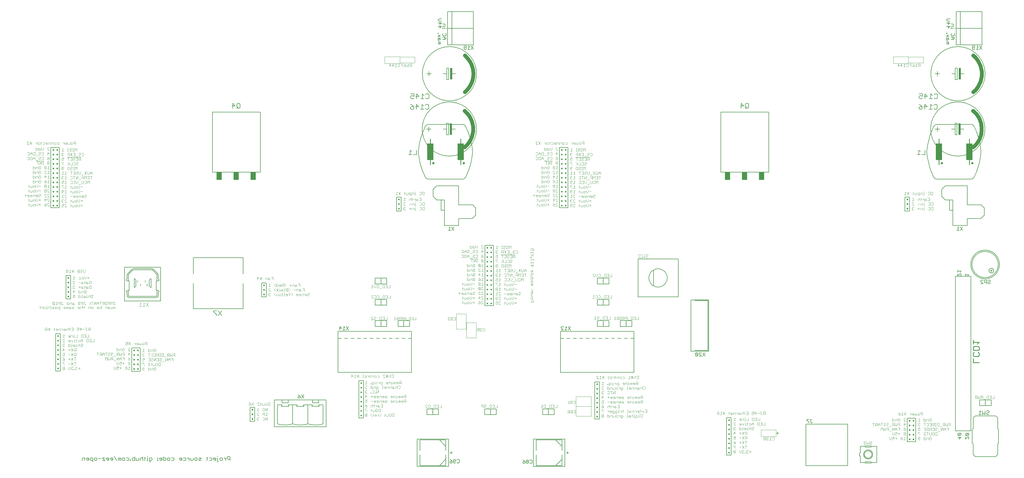
<source format=gbo>
G75*
G70*
%OFA0B0*%
%FSLAX24Y24*%
%IPPOS*%
%LPD*%
%AMOC8*
5,1,8,0,0,1.08239X$1,22.5*
%
%ADD10C,0.0050*%
%ADD11C,0.0040*%
%ADD12C,0.0100*%
%ADD13C,0.0060*%
%ADD14C,0.0070*%
%ADD15C,0.0090*%
%ADD16R,0.0650X0.1000*%
%ADD17C,0.0500*%
%ADD18R,0.0250X0.1500*%
%ADD19C,0.0080*%
%ADD20C,0.0020*%
%ADD21R,0.0079X0.0079*%
%ADD22R,0.0787X0.2165*%
%ADD23C,0.0138*%
D10*
X042095Y008236D02*
X042095Y011700D01*
X043079Y011700D01*
X043079Y011346D01*
X043866Y011346D01*
X043866Y011700D01*
X047016Y011700D01*
X047016Y011346D01*
X047803Y011346D01*
X047803Y011700D01*
X048788Y011700D01*
X048788Y008236D01*
X042095Y008236D01*
X042488Y008630D02*
X042488Y011070D01*
X043079Y011070D01*
X043000Y010874D01*
X043945Y010874D01*
X043866Y011070D01*
X044457Y011070D01*
X045048Y011070D01*
X044969Y010874D01*
X045914Y010874D01*
X045835Y011070D01*
X046425Y011070D01*
X047016Y011070D01*
X046937Y010874D01*
X047882Y010874D01*
X047803Y011070D01*
X048394Y011070D01*
X048394Y008630D01*
X046425Y008630D02*
X046425Y011070D01*
X047016Y011700D02*
X047803Y011700D01*
X048394Y008630D02*
X048267Y008587D01*
X048139Y008550D01*
X048008Y008519D01*
X047877Y008494D01*
X047744Y008475D01*
X047611Y008463D01*
X047477Y008457D01*
X047343Y008457D01*
X047209Y008463D01*
X047076Y008475D01*
X046943Y008494D01*
X046812Y008519D01*
X046681Y008550D01*
X046553Y008587D01*
X046426Y008630D01*
X044457Y008630D02*
X044457Y011070D01*
X043866Y011700D02*
X043079Y011700D01*
X042489Y008630D02*
X042616Y008587D01*
X042744Y008550D01*
X042875Y008519D01*
X043006Y008494D01*
X043139Y008475D01*
X043272Y008463D01*
X043406Y008457D01*
X043540Y008457D01*
X043674Y008463D01*
X043807Y008475D01*
X043940Y008494D01*
X044071Y008519D01*
X044202Y008550D01*
X044330Y008587D01*
X044457Y008630D01*
X044584Y008587D01*
X044712Y008550D01*
X044843Y008519D01*
X044974Y008494D01*
X045107Y008475D01*
X045240Y008463D01*
X045374Y008457D01*
X045508Y008457D01*
X045642Y008463D01*
X045775Y008475D01*
X045908Y008494D01*
X046039Y008519D01*
X046170Y008550D01*
X046298Y008587D01*
X046425Y008630D01*
X045907Y011935D02*
X045607Y012385D01*
X045447Y012160D02*
X045221Y012160D01*
X045146Y012085D01*
X045146Y012010D01*
X045221Y011935D01*
X045372Y011935D01*
X045447Y012010D01*
X045447Y012160D01*
X045297Y012310D01*
X045146Y012385D01*
X045607Y011935D02*
X045907Y012385D01*
X050331Y015264D02*
X050331Y019664D01*
X050331Y020564D01*
X059831Y020564D01*
X059831Y019664D01*
X059400Y019664D01*
X059006Y019664D02*
X058576Y019664D01*
X058182Y019664D02*
X057751Y019664D01*
X057358Y019664D02*
X056927Y019664D01*
X056533Y019664D02*
X056102Y019664D01*
X055709Y019664D02*
X055278Y019664D01*
X054884Y019664D02*
X054453Y019664D01*
X054060Y019664D02*
X053629Y019664D01*
X053235Y019664D02*
X052804Y019664D01*
X052411Y019664D02*
X051980Y019664D01*
X051586Y019664D02*
X051155Y019664D01*
X050762Y019664D02*
X050331Y019664D01*
X050541Y020739D02*
X050541Y021190D01*
X050766Y020964D01*
X050466Y020964D01*
X050927Y020739D02*
X051227Y020739D01*
X051077Y020739D02*
X051077Y021190D01*
X051227Y021039D01*
X051387Y021190D02*
X051687Y020739D01*
X051387Y020739D02*
X051687Y021190D01*
X055124Y021207D02*
X055124Y021957D01*
X055874Y021957D01*
X055874Y021207D01*
X056624Y021207D01*
X056624Y021957D01*
X055874Y021957D01*
X058077Y021957D02*
X058827Y021957D01*
X058827Y021207D01*
X059577Y021207D01*
X059577Y021957D01*
X058827Y021957D01*
X058077Y021957D02*
X058077Y021207D01*
X058827Y021207D01*
X059831Y019664D02*
X059831Y015264D01*
X050331Y015264D01*
X061817Y010540D02*
X062567Y010540D01*
X062567Y009790D01*
X063317Y009790D01*
X063317Y010540D01*
X062567Y010540D01*
X061817Y010540D02*
X061817Y009790D01*
X062567Y009790D01*
X069298Y009790D02*
X070048Y009790D01*
X070048Y010540D01*
X069298Y010540D01*
X069298Y009790D01*
X070048Y009790D02*
X070798Y009790D01*
X070798Y010540D01*
X070048Y010540D01*
X076778Y010540D02*
X076778Y009790D01*
X077528Y009790D01*
X077528Y010540D01*
X076778Y010540D01*
X077528Y010540D02*
X078278Y010540D01*
X078278Y009790D01*
X077528Y009790D01*
X079071Y015264D02*
X079071Y019664D01*
X079071Y020564D01*
X088571Y020564D01*
X088571Y019664D01*
X088140Y019664D01*
X087747Y019664D02*
X087316Y019664D01*
X086922Y019664D02*
X086491Y019664D01*
X086098Y019664D02*
X085667Y019664D01*
X085273Y019664D02*
X084842Y019664D01*
X084449Y019664D02*
X084018Y019664D01*
X083624Y019664D02*
X083194Y019664D01*
X082800Y019664D02*
X082369Y019664D01*
X081975Y019664D02*
X081545Y019664D01*
X081151Y019664D02*
X080720Y019664D01*
X080326Y019664D02*
X079896Y019664D01*
X079502Y019664D02*
X079071Y019664D01*
X079162Y020739D02*
X079463Y020739D01*
X079162Y021039D01*
X079162Y021114D01*
X079237Y021190D01*
X079388Y021190D01*
X079463Y021114D01*
X079773Y021190D02*
X079773Y020739D01*
X079923Y020739D02*
X079623Y020739D01*
X079923Y021039D02*
X079773Y021190D01*
X080083Y021190D02*
X080383Y020739D01*
X080083Y020739D02*
X080383Y021190D01*
X083864Y021207D02*
X083864Y021957D01*
X084614Y021957D01*
X084614Y021207D01*
X085364Y021207D01*
X085364Y021957D01*
X084614Y021957D01*
X086817Y021957D02*
X087567Y021957D01*
X087567Y021207D01*
X088317Y021207D01*
X088317Y021957D01*
X087567Y021957D01*
X086817Y021957D02*
X086817Y021207D01*
X087567Y021207D01*
X088571Y019664D02*
X088571Y015264D01*
X079071Y015264D01*
X083864Y021207D02*
X084614Y021207D01*
X084614Y023963D02*
X083864Y023963D01*
X083864Y024713D01*
X084614Y024713D01*
X084614Y023963D01*
X085364Y023963D01*
X085364Y024713D01*
X084614Y024713D01*
X084614Y026719D02*
X083864Y026719D01*
X083864Y027469D01*
X084614Y027469D01*
X084614Y026719D01*
X085364Y026719D01*
X085364Y027469D01*
X084614Y027469D01*
X089103Y025047D02*
X089103Y029929D01*
X094299Y029929D01*
X094299Y025047D01*
X089103Y025047D01*
X091110Y026464D02*
X091110Y028511D01*
X090520Y027488D02*
X090522Y027557D01*
X090528Y027625D01*
X090538Y027693D01*
X090552Y027760D01*
X090570Y027827D01*
X090591Y027892D01*
X090617Y027956D01*
X090646Y028018D01*
X090678Y028078D01*
X090714Y028137D01*
X090754Y028193D01*
X090796Y028247D01*
X090842Y028298D01*
X090891Y028347D01*
X090942Y028393D01*
X090996Y028435D01*
X091052Y028475D01*
X091110Y028511D01*
X091171Y028543D01*
X091233Y028572D01*
X091297Y028598D01*
X091362Y028619D01*
X091429Y028637D01*
X091496Y028651D01*
X091564Y028661D01*
X091632Y028667D01*
X091701Y028669D01*
X091770Y028667D01*
X091838Y028661D01*
X091906Y028651D01*
X091973Y028637D01*
X092040Y028619D01*
X092105Y028598D01*
X092169Y028572D01*
X092231Y028543D01*
X092291Y028511D01*
X092350Y028475D01*
X092406Y028435D01*
X092460Y028393D01*
X092511Y028347D01*
X092560Y028298D01*
X092606Y028247D01*
X092648Y028193D01*
X092688Y028137D01*
X092724Y028078D01*
X092756Y028018D01*
X092785Y027956D01*
X092811Y027892D01*
X092832Y027827D01*
X092850Y027760D01*
X092864Y027693D01*
X092874Y027625D01*
X092880Y027557D01*
X092882Y027488D01*
X092880Y027419D01*
X092874Y027351D01*
X092864Y027283D01*
X092850Y027216D01*
X092832Y027149D01*
X092811Y027084D01*
X092785Y027020D01*
X092756Y026958D01*
X092724Y026897D01*
X092688Y026839D01*
X092648Y026783D01*
X092606Y026729D01*
X092560Y026678D01*
X092511Y026629D01*
X092460Y026583D01*
X092406Y026541D01*
X092350Y026501D01*
X092292Y026465D01*
X092231Y026433D01*
X092169Y026404D01*
X092105Y026378D01*
X092040Y026357D01*
X091973Y026339D01*
X091906Y026325D01*
X091838Y026315D01*
X091770Y026309D01*
X091701Y026307D01*
X091632Y026309D01*
X091564Y026315D01*
X091496Y026325D01*
X091429Y026339D01*
X091362Y026357D01*
X091297Y026378D01*
X091233Y026404D01*
X091171Y026433D01*
X091110Y026465D01*
X091052Y026501D01*
X090996Y026541D01*
X090942Y026583D01*
X090891Y026629D01*
X090842Y026678D01*
X090796Y026729D01*
X090754Y026783D01*
X090714Y026839D01*
X090678Y026897D01*
X090646Y026958D01*
X090617Y027020D01*
X090591Y027084D01*
X090570Y027149D01*
X090552Y027216D01*
X090538Y027283D01*
X090528Y027351D01*
X090522Y027419D01*
X090520Y027488D01*
X095934Y024655D02*
X098237Y024655D01*
X098237Y018002D01*
X095934Y018002D01*
X095934Y024655D01*
X096446Y024557D02*
X098139Y024557D01*
X098139Y018100D01*
X096446Y018100D01*
X096627Y017819D02*
X096552Y017744D01*
X096852Y017444D01*
X096777Y017369D01*
X096627Y017369D01*
X096552Y017444D01*
X096552Y017744D01*
X096627Y017819D02*
X096777Y017819D01*
X096852Y017744D01*
X096852Y017444D01*
X097012Y017369D02*
X097312Y017369D01*
X097012Y017669D01*
X097012Y017744D01*
X097087Y017819D01*
X097237Y017819D01*
X097312Y017744D01*
X097472Y017819D02*
X097773Y017369D01*
X097472Y017369D02*
X097773Y017819D01*
X110922Y009179D02*
X110922Y009104D01*
X111222Y008803D01*
X111222Y008728D01*
X111457Y008803D02*
X111532Y008728D01*
X111607Y008728D01*
X111682Y008803D01*
X111457Y008803D02*
X111457Y009179D01*
X111532Y009179D02*
X111382Y009179D01*
X111222Y009179D02*
X110922Y009179D01*
X110813Y008588D02*
X110813Y003194D01*
X116226Y003194D01*
X116226Y008588D01*
X110813Y008588D01*
X107267Y007403D02*
X107017Y007403D01*
X107142Y007528D02*
X107142Y007278D01*
X117844Y005691D02*
X117844Y004850D01*
X117746Y004850D01*
X117746Y004456D01*
X117844Y004456D01*
X117844Y003616D01*
X118473Y003616D01*
X118473Y003694D01*
X119260Y003694D01*
X119260Y003616D01*
X119988Y003616D01*
X119988Y005691D01*
X119260Y005691D01*
X119260Y005612D01*
X118473Y005612D01*
X118473Y005691D01*
X117844Y005691D01*
X118473Y005691D02*
X118473Y005769D01*
X119260Y005769D01*
X119260Y005691D01*
X118394Y004653D02*
X118396Y004696D01*
X118402Y004738D01*
X118412Y004780D01*
X118425Y004821D01*
X118442Y004861D01*
X118463Y004898D01*
X118487Y004934D01*
X118514Y004967D01*
X118544Y004998D01*
X118577Y005026D01*
X118612Y005051D01*
X118649Y005072D01*
X118688Y005090D01*
X118728Y005104D01*
X118770Y005115D01*
X118812Y005122D01*
X118855Y005125D01*
X118898Y005124D01*
X118941Y005119D01*
X118983Y005110D01*
X119024Y005098D01*
X119064Y005082D01*
X119102Y005062D01*
X119138Y005039D01*
X119172Y005012D01*
X119204Y004983D01*
X119232Y004951D01*
X119258Y004916D01*
X119280Y004880D01*
X119299Y004841D01*
X119314Y004801D01*
X119326Y004760D01*
X119334Y004717D01*
X119338Y004674D01*
X119338Y004632D01*
X119334Y004589D01*
X119326Y004546D01*
X119314Y004505D01*
X119299Y004465D01*
X119280Y004426D01*
X119258Y004390D01*
X119232Y004355D01*
X119204Y004323D01*
X119172Y004294D01*
X119138Y004267D01*
X119102Y004244D01*
X119064Y004224D01*
X119024Y004208D01*
X118983Y004196D01*
X118941Y004187D01*
X118898Y004182D01*
X118855Y004181D01*
X118812Y004184D01*
X118770Y004191D01*
X118728Y004202D01*
X118688Y004216D01*
X118649Y004234D01*
X118612Y004255D01*
X118577Y004280D01*
X118544Y004308D01*
X118514Y004339D01*
X118487Y004372D01*
X118463Y004408D01*
X118442Y004445D01*
X118425Y004485D01*
X118412Y004526D01*
X118402Y004568D01*
X118396Y004610D01*
X118394Y004653D01*
X118275Y004653D02*
X118277Y004701D01*
X118283Y004749D01*
X118293Y004796D01*
X118306Y004842D01*
X118324Y004887D01*
X118344Y004931D01*
X118369Y004973D01*
X118397Y005012D01*
X118427Y005049D01*
X118461Y005083D01*
X118498Y005115D01*
X118536Y005144D01*
X118577Y005169D01*
X118620Y005191D01*
X118665Y005209D01*
X118711Y005223D01*
X118758Y005234D01*
X118806Y005241D01*
X118854Y005244D01*
X118902Y005243D01*
X118950Y005238D01*
X118998Y005229D01*
X119044Y005217D01*
X119089Y005200D01*
X119133Y005180D01*
X119175Y005157D01*
X119215Y005130D01*
X119253Y005100D01*
X119288Y005067D01*
X119320Y005031D01*
X119350Y004993D01*
X119376Y004952D01*
X119398Y004909D01*
X119418Y004865D01*
X119433Y004820D01*
X119445Y004773D01*
X119453Y004725D01*
X119457Y004677D01*
X119457Y004629D01*
X119453Y004581D01*
X119445Y004533D01*
X119433Y004486D01*
X119418Y004441D01*
X119398Y004397D01*
X119376Y004354D01*
X119350Y004313D01*
X119320Y004275D01*
X119288Y004239D01*
X119253Y004206D01*
X119215Y004176D01*
X119175Y004149D01*
X119133Y004126D01*
X119089Y004106D01*
X119044Y004089D01*
X118998Y004077D01*
X118950Y004068D01*
X118902Y004063D01*
X118854Y004062D01*
X118806Y004065D01*
X118758Y004072D01*
X118711Y004083D01*
X118665Y004097D01*
X118620Y004115D01*
X118577Y004137D01*
X118536Y004162D01*
X118498Y004191D01*
X118461Y004223D01*
X118427Y004257D01*
X118397Y004294D01*
X118369Y004333D01*
X118344Y004375D01*
X118324Y004419D01*
X118306Y004464D01*
X118293Y004510D01*
X118283Y004557D01*
X118277Y004605D01*
X118275Y004653D01*
X118473Y003616D02*
X118473Y003537D01*
X119260Y003537D01*
X119260Y003616D01*
X130437Y006876D02*
X130887Y006876D01*
X130662Y006651D01*
X130662Y006951D01*
X130812Y007111D02*
X130887Y007186D01*
X130887Y007336D01*
X130812Y007411D01*
X130512Y007111D01*
X130437Y007186D01*
X130437Y007336D01*
X130512Y007411D01*
X130812Y007411D01*
X130812Y007111D02*
X130512Y007111D01*
X131437Y007186D02*
X131512Y007111D01*
X131812Y007411D01*
X131512Y007411D01*
X131437Y007336D01*
X131437Y007186D01*
X131512Y007111D02*
X131812Y007111D01*
X131887Y007186D01*
X131887Y007336D01*
X131812Y007411D01*
X131812Y006951D02*
X131887Y006876D01*
X131887Y006726D01*
X131812Y006651D01*
X131812Y006951D02*
X131737Y006951D01*
X131437Y006651D01*
X131437Y006951D01*
X133280Y010971D02*
X134030Y010971D01*
X134030Y011721D01*
X133280Y011721D01*
X133280Y010971D01*
X134030Y010971D02*
X134780Y010971D01*
X134780Y011721D01*
X134030Y011721D01*
X134182Y026753D02*
X134182Y027204D01*
X133957Y027204D01*
X133882Y027129D01*
X133882Y026979D01*
X133957Y026903D01*
X134182Y026903D01*
X134343Y026903D02*
X134343Y026828D01*
X134418Y026753D01*
X134568Y026753D01*
X134643Y026828D01*
X134568Y026979D02*
X134418Y026979D01*
X134343Y026903D01*
X134343Y027129D02*
X134418Y027204D01*
X134568Y027204D01*
X134643Y027129D01*
X134643Y027054D01*
X134568Y026979D01*
X133722Y027129D02*
X133647Y027204D01*
X133497Y027204D01*
X133422Y027129D01*
X133422Y027054D01*
X133722Y026753D01*
X133422Y026753D01*
X131887Y027897D02*
X131437Y027897D01*
X131437Y028047D02*
X131437Y027746D01*
X131737Y027746D02*
X131887Y027897D01*
X130887Y027972D02*
X130887Y027822D01*
X130812Y027746D01*
X130887Y027972D02*
X130812Y028047D01*
X130737Y028047D01*
X130437Y027746D01*
X130437Y028047D01*
X130437Y028207D02*
X130437Y028507D01*
X130437Y028357D02*
X130887Y028357D01*
X130737Y028207D01*
X130778Y033625D02*
X131079Y034075D01*
X130778Y034075D02*
X131079Y033625D01*
X130618Y033625D02*
X130318Y033625D01*
X130468Y033625D02*
X130468Y034075D01*
X130618Y033925D01*
X129824Y034258D02*
X131674Y034258D01*
X131674Y035164D01*
X133446Y035164D01*
X133879Y035597D01*
X133879Y036542D01*
X133485Y036936D01*
X131674Y036936D01*
X131674Y039416D01*
X128839Y039416D01*
X128367Y038944D01*
X128367Y038038D01*
X128839Y037566D01*
X129391Y037566D01*
X129391Y036227D01*
X129824Y036227D01*
X129824Y034258D01*
X129824Y036227D02*
X129824Y037566D01*
X129391Y037566D01*
X127833Y040260D02*
X132085Y040260D01*
X132085Y040259D02*
X132131Y040260D01*
X132176Y040264D01*
X132221Y040272D01*
X132265Y040283D01*
X132308Y040298D01*
X132349Y040317D01*
X132389Y040339D01*
X132427Y040365D01*
X132462Y040393D01*
X132495Y040425D01*
X132525Y040459D01*
X132553Y040495D01*
X132577Y040534D01*
X132597Y040574D01*
X127834Y040259D02*
X127788Y040260D01*
X127743Y040264D01*
X127698Y040272D01*
X127654Y040283D01*
X127611Y040298D01*
X127570Y040317D01*
X127530Y040339D01*
X127492Y040365D01*
X127457Y040393D01*
X127424Y040425D01*
X127394Y040459D01*
X127366Y040495D01*
X127342Y040534D01*
X127322Y040574D01*
X133463Y043804D02*
X133421Y044222D01*
X133360Y044638D01*
X133280Y045050D01*
X133180Y045458D01*
X133062Y045861D01*
X132925Y046259D01*
X132770Y046649D01*
X132597Y047032D01*
X132577Y047072D01*
X132553Y047111D01*
X132525Y047147D01*
X132495Y047181D01*
X132462Y047213D01*
X132427Y047241D01*
X132389Y047267D01*
X132349Y047289D01*
X132308Y047308D01*
X132265Y047323D01*
X132221Y047334D01*
X132176Y047342D01*
X132131Y047346D01*
X132085Y047347D01*
X127833Y047347D01*
X127834Y047347D02*
X127788Y047346D01*
X127743Y047342D01*
X127698Y047334D01*
X127654Y047323D01*
X127611Y047308D01*
X127570Y047289D01*
X127530Y047267D01*
X127492Y047241D01*
X127457Y047213D01*
X127424Y047181D01*
X127394Y047147D01*
X127366Y047111D01*
X127342Y047072D01*
X127322Y047032D01*
X133463Y043803D02*
X133421Y043385D01*
X133360Y042969D01*
X133280Y042557D01*
X133180Y042149D01*
X133062Y041746D01*
X132925Y041348D01*
X132770Y040958D01*
X132597Y040575D01*
X126456Y043804D02*
X126498Y044222D01*
X126559Y044638D01*
X126639Y045050D01*
X126739Y045458D01*
X126857Y045861D01*
X126994Y046259D01*
X127149Y046649D01*
X127322Y047032D01*
X126456Y043803D02*
X126498Y043385D01*
X126559Y042969D01*
X126639Y042557D01*
X126739Y042149D01*
X126857Y041746D01*
X126994Y041348D01*
X127149Y040958D01*
X127322Y040575D01*
X132430Y057047D02*
X132355Y057122D01*
X132355Y057422D01*
X132430Y057497D01*
X132580Y057497D01*
X132655Y057422D01*
X132655Y057347D01*
X132580Y057272D01*
X132355Y057272D01*
X132430Y057047D02*
X132580Y057047D01*
X132655Y057122D01*
X132815Y057047D02*
X133116Y057047D01*
X132966Y057047D02*
X132966Y057497D01*
X133116Y057347D01*
X133276Y057497D02*
X133576Y057047D01*
X133276Y057047D02*
X133576Y057497D01*
X133579Y057622D02*
X133579Y059788D01*
X130233Y059788D01*
X130233Y057622D01*
X130795Y057622D01*
X130795Y061953D01*
X130233Y061953D01*
X130233Y059788D01*
X130123Y059810D02*
X130048Y059810D01*
X129898Y059810D02*
X129598Y059810D01*
X129598Y059735D02*
X129598Y059885D01*
X129598Y060041D02*
X129898Y060041D01*
X129898Y060267D01*
X129823Y060342D01*
X129598Y060342D01*
X129448Y060486D02*
X129223Y060261D01*
X129223Y060561D01*
X129148Y060721D02*
X128998Y060871D01*
X129148Y061021D01*
X129448Y061021D01*
X129448Y060721D02*
X129148Y060721D01*
X128998Y060486D02*
X129448Y060486D01*
X129223Y060100D02*
X129223Y059800D01*
X129448Y060025D01*
X128998Y060025D01*
X129898Y059810D02*
X129898Y059735D01*
X129973Y059114D02*
X130048Y059039D01*
X130048Y058889D01*
X129973Y058814D01*
X129673Y058814D01*
X129598Y058889D01*
X129598Y059039D01*
X129673Y059114D01*
X129298Y058949D02*
X128998Y058649D01*
X128998Y058489D02*
X128998Y058264D01*
X129073Y058189D01*
X129148Y058264D01*
X129148Y058489D01*
X129223Y058489D02*
X128998Y058489D01*
X129223Y058489D02*
X129298Y058414D01*
X129298Y058264D01*
X129223Y058029D02*
X128998Y058029D01*
X128998Y057878D02*
X129223Y057878D01*
X129298Y057954D01*
X129223Y058029D01*
X129223Y057878D02*
X129298Y057803D01*
X129298Y057728D01*
X128998Y057728D01*
X129598Y058353D02*
X129898Y058353D01*
X130048Y058503D01*
X129898Y058654D01*
X129598Y058654D01*
X129823Y058654D02*
X129823Y058353D01*
X129298Y058649D02*
X128998Y058949D01*
X128998Y059110D02*
X128998Y059185D01*
X129073Y059185D01*
X129073Y059110D01*
X128998Y059110D01*
X130795Y057622D02*
X133579Y057622D01*
X133579Y059788D02*
X133579Y061953D01*
X130795Y061953D01*
X060707Y043803D02*
X060749Y043385D01*
X060810Y042969D01*
X060890Y042557D01*
X060990Y042149D01*
X061108Y041746D01*
X061245Y041348D01*
X061400Y040958D01*
X061573Y040575D01*
X061573Y040574D02*
X061593Y040534D01*
X061617Y040495D01*
X061645Y040459D01*
X061675Y040425D01*
X061708Y040393D01*
X061743Y040365D01*
X061781Y040339D01*
X061821Y040317D01*
X061862Y040298D01*
X061905Y040283D01*
X061949Y040272D01*
X061994Y040264D01*
X062039Y040260D01*
X062085Y040259D01*
X062085Y040260D02*
X066337Y040260D01*
X066337Y040259D02*
X066383Y040260D01*
X066428Y040264D01*
X066473Y040272D01*
X066517Y040283D01*
X066560Y040298D01*
X066601Y040317D01*
X066641Y040339D01*
X066679Y040365D01*
X066714Y040393D01*
X066747Y040425D01*
X066777Y040459D01*
X066805Y040495D01*
X066829Y040534D01*
X066849Y040574D01*
X065926Y039416D02*
X063091Y039416D01*
X062619Y038944D01*
X062619Y038038D01*
X063091Y037566D01*
X063643Y037566D01*
X063643Y036227D01*
X064076Y036227D01*
X064076Y034258D01*
X065926Y034258D01*
X065926Y035164D01*
X067698Y035164D01*
X068131Y035597D01*
X068131Y036542D01*
X067737Y036936D01*
X065926Y036936D01*
X065926Y039416D01*
X064076Y037566D02*
X064076Y036227D01*
X064076Y037566D02*
X063643Y037566D01*
X064720Y034075D02*
X064720Y033625D01*
X064870Y033625D02*
X064570Y033625D01*
X064870Y033925D02*
X064720Y034075D01*
X065030Y034075D02*
X065331Y033625D01*
X065030Y033625D02*
X065331Y034075D01*
X056624Y027469D02*
X055874Y027469D01*
X055874Y026719D01*
X056624Y026719D01*
X056624Y027469D01*
X055874Y027469D02*
X055124Y027469D01*
X055124Y026719D01*
X055874Y026719D01*
X055874Y024713D02*
X055124Y024713D01*
X055124Y023963D01*
X055874Y023963D01*
X055874Y024713D01*
X056624Y024713D01*
X056624Y023963D01*
X055874Y023963D01*
X055874Y021207D02*
X055124Y021207D01*
X064779Y004004D02*
X064929Y003929D01*
X065080Y003779D01*
X064854Y003779D01*
X064779Y003703D01*
X064779Y003628D01*
X064854Y003553D01*
X065005Y003553D01*
X065080Y003628D01*
X065080Y003779D01*
X065240Y003779D02*
X065465Y003779D01*
X065540Y003854D01*
X065540Y003929D01*
X065465Y004004D01*
X065315Y004004D01*
X065240Y003929D01*
X065240Y003628D01*
X065315Y003553D01*
X065465Y003553D01*
X065540Y003628D01*
X065700Y003628D02*
X065775Y003553D01*
X065925Y003553D01*
X066000Y003628D01*
X066000Y003929D01*
X065925Y004004D01*
X065775Y004004D01*
X065700Y003929D01*
X074204Y003954D02*
X074354Y003879D01*
X074505Y003729D01*
X074279Y003729D01*
X074204Y003653D01*
X074204Y003578D01*
X074279Y003503D01*
X074430Y003503D01*
X074505Y003578D01*
X074505Y003729D01*
X074665Y003804D02*
X074740Y003729D01*
X074890Y003729D01*
X074965Y003804D01*
X074965Y003879D01*
X074890Y003954D01*
X074740Y003954D01*
X074665Y003879D01*
X074665Y003804D01*
X074740Y003729D02*
X074665Y003653D01*
X074665Y003578D01*
X074740Y003503D01*
X074890Y003503D01*
X074965Y003578D01*
X074965Y003653D01*
X074890Y003729D01*
X075125Y003879D02*
X075200Y003954D01*
X075350Y003954D01*
X075425Y003879D01*
X075425Y003578D01*
X075350Y003503D01*
X075200Y003503D01*
X075125Y003578D01*
X060707Y043804D02*
X060749Y044222D01*
X060810Y044638D01*
X060890Y045050D01*
X060990Y045458D01*
X061108Y045861D01*
X061245Y046259D01*
X061400Y046649D01*
X061573Y047032D01*
X061593Y047072D01*
X061617Y047111D01*
X061645Y047147D01*
X061675Y047181D01*
X061708Y047213D01*
X061743Y047241D01*
X061781Y047267D01*
X061821Y047289D01*
X061862Y047308D01*
X061905Y047323D01*
X061949Y047334D01*
X061994Y047342D01*
X062039Y047346D01*
X062085Y047347D01*
X066337Y047347D01*
X066383Y047346D01*
X066428Y047342D01*
X066473Y047334D01*
X066517Y047323D01*
X066560Y047308D01*
X066601Y047289D01*
X066641Y047267D01*
X066679Y047241D01*
X066714Y047213D01*
X066747Y047181D01*
X066777Y047147D01*
X066805Y047111D01*
X066829Y047072D01*
X066849Y047032D01*
X067715Y043803D02*
X067673Y043385D01*
X067612Y042969D01*
X067532Y042557D01*
X067432Y042149D01*
X067314Y041746D01*
X067177Y041348D01*
X067022Y040958D01*
X066849Y040575D01*
X067715Y043804D02*
X067673Y044222D01*
X067612Y044638D01*
X067532Y045050D01*
X067432Y045458D01*
X067314Y045861D01*
X067177Y046259D01*
X067022Y046649D01*
X066849Y047032D01*
X066832Y057047D02*
X066682Y057047D01*
X066607Y057122D01*
X066607Y057422D01*
X066682Y057497D01*
X066832Y057497D01*
X066907Y057422D01*
X066907Y057347D01*
X066832Y057272D01*
X066607Y057272D01*
X066832Y057047D02*
X066907Y057122D01*
X067067Y057047D02*
X067368Y057047D01*
X067217Y057047D02*
X067217Y057497D01*
X067368Y057347D01*
X067528Y057497D02*
X067828Y057047D01*
X067528Y057047D02*
X067828Y057497D01*
X067831Y057622D02*
X067831Y059788D01*
X064485Y059788D01*
X064485Y057622D01*
X065047Y057622D01*
X065047Y061953D01*
X064485Y061953D01*
X064485Y059788D01*
X064375Y059810D02*
X064300Y059810D01*
X064150Y059810D02*
X063850Y059810D01*
X063850Y059735D02*
X063850Y059885D01*
X063850Y060041D02*
X064150Y060041D01*
X064150Y060267D01*
X064075Y060342D01*
X063850Y060342D01*
X063700Y060486D02*
X063475Y060261D01*
X063475Y060561D01*
X063400Y060721D02*
X063250Y060871D01*
X063400Y061021D01*
X063700Y061021D01*
X063700Y060721D02*
X063400Y060721D01*
X063250Y060486D02*
X063700Y060486D01*
X063475Y060100D02*
X063475Y059800D01*
X063700Y060025D01*
X063250Y060025D01*
X064150Y059810D02*
X064150Y059735D01*
X064225Y059114D02*
X064300Y059039D01*
X064300Y058889D01*
X064225Y058814D01*
X063925Y058814D01*
X063850Y058889D01*
X063850Y059039D01*
X063925Y059114D01*
X063550Y058949D02*
X063250Y058649D01*
X063250Y058489D02*
X063250Y058264D01*
X063325Y058189D01*
X063400Y058264D01*
X063400Y058489D01*
X063475Y058489D02*
X063250Y058489D01*
X063475Y058489D02*
X063550Y058414D01*
X063550Y058264D01*
X063475Y058029D02*
X063250Y058029D01*
X063250Y057878D02*
X063475Y057878D01*
X063550Y057954D01*
X063475Y058029D01*
X063475Y057878D02*
X063550Y057803D01*
X063550Y057728D01*
X063250Y057728D01*
X063850Y058353D02*
X064150Y058353D01*
X064300Y058503D01*
X064150Y058654D01*
X063850Y058654D01*
X064075Y058654D02*
X064075Y058353D01*
X063550Y058649D02*
X063250Y058949D01*
X063250Y059110D02*
X063250Y059185D01*
X063325Y059185D01*
X063325Y059110D01*
X063250Y059110D01*
X065047Y057622D02*
X067831Y057622D01*
X067831Y059788D02*
X067831Y061953D01*
X065047Y061953D01*
D11*
X059836Y055184D02*
X059656Y055184D01*
X059596Y055124D01*
X059596Y055004D01*
X059656Y054943D01*
X059836Y054943D01*
X059836Y054823D02*
X059836Y055184D01*
X059716Y054943D02*
X059596Y054823D01*
X059468Y054823D02*
X059228Y054823D01*
X059348Y054823D02*
X059348Y055184D01*
X059468Y055064D01*
X059100Y055004D02*
X058919Y055004D01*
X058859Y054943D01*
X058859Y054883D01*
X058919Y054823D01*
X059039Y054823D01*
X059100Y054883D01*
X059100Y055004D01*
X058979Y055124D01*
X058859Y055184D01*
X058731Y055184D02*
X058491Y055184D01*
X058491Y055124D01*
X058731Y054883D01*
X058731Y054823D01*
X058284Y054858D02*
X058284Y055099D01*
X058224Y055159D01*
X058104Y055159D01*
X058044Y055099D01*
X057916Y055039D02*
X057796Y055159D01*
X057796Y054798D01*
X057916Y054798D02*
X057676Y054798D01*
X057548Y054979D02*
X057308Y054979D01*
X057179Y054979D02*
X056939Y054979D01*
X056999Y055159D02*
X056999Y054798D01*
X057179Y054979D02*
X056999Y055159D01*
X057368Y055159D02*
X057548Y054979D01*
X057368Y055159D02*
X057368Y054798D01*
X058044Y054858D02*
X058104Y054798D01*
X058224Y054798D01*
X058284Y054858D01*
X075867Y045056D02*
X075927Y045116D01*
X076047Y045116D01*
X076107Y045056D01*
X076235Y045116D02*
X076476Y044755D01*
X076235Y044755D02*
X076476Y045116D01*
X076971Y044996D02*
X077031Y044996D01*
X077151Y044876D01*
X077151Y044996D02*
X077151Y044755D01*
X077279Y044815D02*
X077279Y044936D01*
X077339Y044996D01*
X077459Y044996D01*
X077519Y044936D01*
X077519Y044815D01*
X077459Y044755D01*
X077339Y044755D01*
X077279Y044815D01*
X077645Y044755D02*
X077705Y044815D01*
X077705Y045056D01*
X077765Y044996D02*
X077645Y044996D01*
X077893Y044996D02*
X078073Y044996D01*
X078133Y044936D01*
X078133Y044815D01*
X078073Y044755D01*
X077893Y044755D01*
X078261Y044876D02*
X078501Y044876D01*
X078501Y044936D02*
X078441Y044996D01*
X078321Y044996D01*
X078261Y044936D01*
X078261Y044876D01*
X078321Y044755D02*
X078441Y044755D01*
X078501Y044815D01*
X078501Y044936D01*
X078630Y044936D02*
X078630Y044755D01*
X078630Y044936D02*
X078690Y044996D01*
X078870Y044996D01*
X078870Y044755D01*
X078998Y044755D02*
X078998Y044936D01*
X079058Y044996D01*
X079238Y044996D01*
X079238Y044755D01*
X079366Y044815D02*
X079366Y044936D01*
X079426Y044996D01*
X079546Y044996D01*
X079606Y044936D01*
X079606Y044815D01*
X079546Y044755D01*
X079426Y044755D01*
X079366Y044815D01*
X079734Y044755D02*
X079915Y044755D01*
X079975Y044815D01*
X079975Y044936D01*
X079915Y044996D01*
X079734Y044996D01*
X080470Y044996D02*
X080530Y044996D01*
X080650Y044876D01*
X080650Y044996D02*
X080650Y044755D01*
X080778Y044876D02*
X081018Y044876D01*
X081018Y044936D02*
X080958Y044996D01*
X080838Y044996D01*
X080778Y044936D01*
X080778Y044876D01*
X080838Y044755D02*
X080958Y044755D01*
X081018Y044815D01*
X081018Y044936D01*
X081146Y044996D02*
X081146Y044815D01*
X081206Y044755D01*
X081266Y044815D01*
X081326Y044755D01*
X081387Y044815D01*
X081387Y044996D01*
X081515Y044936D02*
X081575Y044996D01*
X081695Y044996D01*
X081755Y044936D01*
X081755Y044815D01*
X081695Y044755D01*
X081575Y044755D01*
X081515Y044815D01*
X081515Y044936D01*
X081883Y044936D02*
X081943Y044876D01*
X082123Y044876D01*
X082123Y044755D02*
X082123Y045116D01*
X081943Y045116D01*
X081883Y045056D01*
X081883Y044936D01*
X081882Y044241D02*
X081942Y044181D01*
X081942Y043940D01*
X081882Y043880D01*
X081762Y043880D01*
X081702Y043940D01*
X081702Y044181D01*
X081762Y044241D01*
X081882Y044241D01*
X082070Y044241D02*
X082070Y043880D01*
X082065Y043641D02*
X082065Y043280D01*
X081825Y043280D01*
X081696Y043280D02*
X081456Y043641D01*
X081328Y043641D02*
X081148Y043641D01*
X081088Y043581D01*
X081088Y043461D01*
X081148Y043401D01*
X081328Y043401D01*
X081328Y043280D02*
X081328Y043641D01*
X081394Y043880D02*
X081514Y043880D01*
X081574Y043940D01*
X081514Y044061D02*
X081394Y044061D01*
X081333Y044001D01*
X081333Y043940D01*
X081394Y043880D01*
X081205Y043880D02*
X081085Y043880D01*
X081145Y043880D02*
X081145Y044241D01*
X081205Y044241D02*
X081085Y044241D01*
X081333Y044181D02*
X081394Y044241D01*
X081514Y044241D01*
X081574Y044181D01*
X081574Y044121D01*
X081514Y044061D01*
X081696Y043641D02*
X081456Y043280D01*
X081456Y043041D02*
X081696Y043041D01*
X081696Y042680D01*
X081456Y042680D01*
X081576Y042861D02*
X081696Y042861D01*
X081825Y042801D02*
X081825Y042740D01*
X081885Y042680D01*
X082005Y042680D01*
X082065Y042740D01*
X082005Y042861D02*
X081885Y042861D01*
X081825Y042801D01*
X081825Y042981D02*
X081885Y043041D01*
X082005Y043041D01*
X082065Y042981D01*
X082065Y042921D01*
X082005Y042861D01*
X082193Y043041D02*
X082433Y043041D01*
X082433Y042680D01*
X082193Y042680D01*
X082313Y042861D02*
X082433Y042861D01*
X082561Y042861D02*
X082621Y042801D01*
X082801Y042801D01*
X082681Y042801D02*
X082561Y042680D01*
X082561Y042861D02*
X082561Y042981D01*
X082621Y043041D01*
X082801Y043041D01*
X082801Y042680D01*
X082821Y043120D02*
X080980Y043120D01*
X081088Y043041D02*
X081328Y043041D01*
X081208Y043041D02*
X081208Y042680D01*
X081088Y042441D02*
X081328Y042201D01*
X081268Y042261D02*
X081088Y042080D01*
X081328Y042080D02*
X081328Y042441D01*
X081696Y042441D02*
X081696Y042080D01*
X081456Y042080D01*
X081516Y041841D02*
X081636Y041841D01*
X081696Y041781D01*
X081696Y041721D01*
X081636Y041661D01*
X081516Y041661D01*
X081456Y041601D01*
X081456Y041540D01*
X081516Y041480D01*
X081636Y041480D01*
X081696Y041540D01*
X081822Y041480D02*
X081942Y041480D01*
X081882Y041480D02*
X081882Y041841D01*
X081942Y041841D02*
X081822Y041841D01*
X081885Y042080D02*
X081825Y042140D01*
X081885Y042080D02*
X082005Y042080D01*
X082065Y042140D01*
X082065Y042381D01*
X082005Y042441D01*
X081885Y042441D01*
X081825Y042381D01*
X082193Y042381D02*
X082253Y042441D01*
X082373Y042441D01*
X082433Y042381D01*
X082433Y042321D01*
X082373Y042261D01*
X082253Y042261D01*
X082193Y042201D01*
X082193Y042140D01*
X082253Y042080D01*
X082373Y042080D01*
X082433Y042140D01*
X082310Y041841D02*
X082190Y041721D01*
X082070Y041841D01*
X082070Y041480D01*
X082065Y041241D02*
X082065Y040880D01*
X081825Y040880D01*
X081945Y041061D02*
X082065Y041061D01*
X082193Y041001D02*
X082193Y040940D01*
X082253Y040880D01*
X082373Y040880D01*
X082433Y040940D01*
X082561Y040940D02*
X082561Y041241D01*
X082433Y041181D02*
X082373Y041241D01*
X082253Y041241D01*
X082193Y041181D01*
X082253Y041061D02*
X082193Y041001D01*
X082253Y041061D02*
X082373Y041061D01*
X082433Y041121D01*
X082433Y041181D01*
X082561Y040940D02*
X082621Y040880D01*
X082741Y040880D01*
X082801Y040940D01*
X082801Y041241D01*
X082929Y040820D02*
X083170Y040820D01*
X083298Y040880D02*
X083538Y041241D01*
X083666Y041241D02*
X083666Y040940D01*
X083726Y040880D01*
X083846Y040880D01*
X083906Y040940D01*
X083906Y041241D01*
X084034Y041121D02*
X084034Y040880D01*
X084034Y041061D02*
X084275Y041061D01*
X084275Y041121D02*
X084155Y041241D01*
X084034Y041121D01*
X084275Y041121D02*
X084275Y040880D01*
X084275Y040641D02*
X084034Y040641D01*
X084155Y040641D02*
X084155Y040280D01*
X083906Y040280D02*
X083906Y040641D01*
X083666Y040641D01*
X083538Y040641D02*
X083418Y040521D01*
X083298Y040641D01*
X083298Y040280D01*
X083170Y040280D02*
X083170Y040641D01*
X082990Y040641D01*
X082929Y040581D01*
X082929Y040461D01*
X082990Y040401D01*
X083170Y040401D01*
X083170Y040041D02*
X083170Y039740D01*
X083110Y039680D01*
X082990Y039680D01*
X082929Y039740D01*
X082929Y040041D01*
X082801Y040220D02*
X082561Y040220D01*
X082433Y040280D02*
X082433Y040641D01*
X082193Y040280D01*
X082193Y040641D01*
X082065Y040641D02*
X081825Y040641D01*
X081945Y040641D02*
X081945Y040280D01*
X082005Y040041D02*
X082065Y039981D01*
X082065Y039740D01*
X082005Y039680D01*
X081885Y039680D01*
X081825Y039740D01*
X081696Y039740D02*
X081636Y039680D01*
X081516Y039680D01*
X081456Y039740D01*
X081696Y039740D02*
X081696Y039981D01*
X081636Y040041D01*
X081516Y040041D01*
X081456Y039981D01*
X081516Y040280D02*
X081456Y040340D01*
X081516Y040280D02*
X081636Y040280D01*
X081696Y040340D01*
X081696Y040581D01*
X081636Y040641D01*
X081516Y040641D01*
X081456Y040581D01*
X081576Y040880D02*
X081576Y041241D01*
X081696Y041241D02*
X081456Y041241D01*
X081268Y041480D02*
X081148Y041480D01*
X081088Y041540D01*
X081088Y041781D01*
X081148Y041841D01*
X081268Y041841D01*
X081328Y041781D01*
X081328Y041540D01*
X081268Y041480D01*
X081456Y041781D02*
X081516Y041841D01*
X081825Y041241D02*
X082065Y041241D01*
X082310Y041480D02*
X082310Y041841D01*
X083298Y041241D02*
X083538Y040880D01*
X083538Y040641D02*
X083538Y040280D01*
X083666Y040280D02*
X083906Y040280D01*
X083906Y040461D02*
X083786Y040461D01*
X083666Y040041D02*
X083666Y039680D01*
X083538Y039740D02*
X083478Y039680D01*
X083358Y039680D01*
X083298Y039740D01*
X083538Y039740D02*
X083538Y039981D01*
X083478Y040041D01*
X083358Y040041D01*
X083298Y039981D01*
X083666Y040041D02*
X083786Y039921D01*
X083906Y040041D01*
X083906Y039680D01*
X083047Y039261D02*
X082807Y039261D01*
X082679Y039201D02*
X082559Y039080D01*
X082438Y039201D01*
X082438Y039441D01*
X082561Y039620D02*
X082801Y039620D01*
X082679Y039441D02*
X082679Y039201D01*
X082679Y038841D02*
X082679Y038601D01*
X082559Y038480D01*
X082438Y038601D01*
X082438Y038841D01*
X082310Y038661D02*
X082250Y038721D01*
X082130Y038721D01*
X082070Y038661D01*
X082070Y038540D01*
X082130Y038480D01*
X082250Y038480D01*
X082310Y038540D01*
X082310Y038661D01*
X081942Y038721D02*
X081942Y038540D01*
X081882Y038480D01*
X081702Y038480D01*
X081702Y038721D01*
X081574Y038721D02*
X081454Y038721D01*
X081514Y038781D02*
X081514Y038540D01*
X081454Y038480D01*
X081456Y038061D02*
X081696Y038061D01*
X081825Y038061D02*
X081825Y038001D01*
X082065Y038001D01*
X082065Y038061D02*
X082005Y038121D01*
X081885Y038121D01*
X081825Y038061D01*
X081885Y037880D02*
X082005Y037880D01*
X082065Y037940D01*
X082065Y038061D01*
X082193Y038121D02*
X082373Y038121D01*
X082433Y038061D01*
X082373Y038001D01*
X082253Y038001D01*
X082193Y037940D01*
X082253Y037880D01*
X082433Y037880D01*
X082561Y037880D02*
X082561Y038061D01*
X082621Y038121D01*
X082801Y038121D01*
X082801Y037880D01*
X082929Y038001D02*
X083170Y038001D01*
X083170Y038061D02*
X083110Y038121D01*
X082990Y038121D01*
X082929Y038061D01*
X082929Y038001D01*
X082990Y037880D02*
X083110Y037880D01*
X083170Y037940D01*
X083170Y038061D01*
X083298Y038001D02*
X083298Y037940D01*
X083358Y037880D01*
X083478Y037880D01*
X083538Y037940D01*
X083478Y038061D02*
X083358Y038061D01*
X083298Y038001D01*
X083298Y038181D02*
X083358Y038241D01*
X083478Y038241D01*
X083538Y038181D01*
X083538Y038121D01*
X083478Y038061D01*
X082927Y037581D02*
X082927Y037340D01*
X083047Y037461D02*
X082807Y037461D01*
X082679Y037401D02*
X082679Y037641D01*
X082679Y037401D02*
X082559Y037280D01*
X082438Y037401D01*
X082438Y037641D01*
X082310Y037461D02*
X082310Y037340D01*
X082250Y037280D01*
X082130Y037280D01*
X082070Y037340D01*
X082070Y037461D01*
X082130Y037521D01*
X082250Y037521D01*
X082310Y037461D01*
X081942Y037521D02*
X081942Y037340D01*
X081882Y037280D01*
X081702Y037280D01*
X081702Y037521D01*
X081574Y037521D02*
X081454Y037521D01*
X081514Y037581D02*
X081514Y037340D01*
X081454Y037280D01*
X081514Y036981D02*
X081514Y036740D01*
X081454Y036680D01*
X081454Y036921D02*
X081574Y036921D01*
X081702Y036921D02*
X081702Y036680D01*
X081882Y036680D01*
X081942Y036740D01*
X081942Y036921D01*
X082070Y036861D02*
X082130Y036921D01*
X082250Y036921D01*
X082310Y036861D01*
X082310Y036740D01*
X082250Y036680D01*
X082130Y036680D01*
X082070Y036740D01*
X082070Y036861D01*
X082438Y036801D02*
X082438Y037041D01*
X082438Y036801D02*
X082559Y036680D01*
X082679Y036801D01*
X082679Y037041D01*
X082807Y036861D02*
X083047Y036861D01*
X082927Y036981D02*
X082927Y036740D01*
X080960Y036680D02*
X080720Y036921D01*
X080720Y036981D01*
X080780Y037041D01*
X080900Y037041D01*
X080960Y036981D01*
X080960Y037280D02*
X080720Y037521D01*
X080720Y037581D01*
X080780Y037641D01*
X080900Y037641D01*
X080960Y037581D01*
X080960Y037880D02*
X080720Y038121D01*
X080720Y038181D01*
X080780Y038241D01*
X080900Y038241D01*
X080960Y038181D01*
X080960Y038480D02*
X080720Y038480D01*
X080840Y038480D02*
X080840Y038841D01*
X080960Y038721D01*
X080960Y039080D02*
X080720Y039080D01*
X080840Y039080D02*
X080840Y039441D01*
X080960Y039321D01*
X080960Y039680D02*
X080720Y039680D01*
X080840Y039680D02*
X080840Y040041D01*
X080960Y039921D01*
X080960Y040280D02*
X080720Y040280D01*
X080840Y040280D02*
X080840Y040641D01*
X080960Y040521D01*
X080960Y040880D02*
X080720Y040880D01*
X080840Y040880D02*
X080840Y041241D01*
X080960Y041121D01*
X080591Y041121D02*
X080471Y041241D01*
X080471Y040880D01*
X080591Y040880D02*
X080351Y040880D01*
X080411Y040641D02*
X080351Y040581D01*
X080351Y040521D01*
X080411Y040461D01*
X080351Y040401D01*
X080351Y040340D01*
X080411Y040280D01*
X080531Y040280D01*
X080591Y040340D01*
X080471Y040461D02*
X080411Y040461D01*
X080411Y040641D02*
X080531Y040641D01*
X080591Y040581D01*
X080591Y040041D02*
X080591Y039861D01*
X080471Y039921D01*
X080411Y039921D01*
X080351Y039861D01*
X080351Y039740D01*
X080411Y039680D01*
X080531Y039680D01*
X080591Y039740D01*
X080591Y039441D02*
X080351Y039441D01*
X080351Y039381D01*
X080591Y039140D01*
X080591Y039080D01*
X080531Y038841D02*
X080591Y038781D01*
X080591Y038721D01*
X080531Y038661D01*
X080351Y038661D01*
X080351Y038781D02*
X080351Y038540D01*
X080411Y038480D01*
X080531Y038480D01*
X080591Y038540D01*
X080531Y038841D02*
X080411Y038841D01*
X080351Y038781D01*
X080471Y038241D02*
X080471Y037880D01*
X080591Y037880D02*
X080351Y037880D01*
X080411Y037641D02*
X080351Y037581D01*
X080351Y037521D01*
X080411Y037461D01*
X080351Y037401D01*
X080351Y037340D01*
X080411Y037280D01*
X080531Y037280D01*
X080591Y037340D01*
X080720Y037280D02*
X080960Y037280D01*
X080591Y037041D02*
X080591Y036861D01*
X080471Y036921D01*
X080411Y036921D01*
X080351Y036861D01*
X080351Y036740D01*
X080411Y036680D01*
X080531Y036680D01*
X080591Y036740D01*
X080720Y036680D02*
X080960Y036680D01*
X080591Y037041D02*
X080351Y037041D01*
X080411Y037461D02*
X080471Y037461D01*
X080591Y037581D02*
X080531Y037641D01*
X080411Y037641D01*
X080720Y037880D02*
X080960Y037880D01*
X080591Y038121D02*
X080471Y038241D01*
X081454Y039080D02*
X081514Y039140D01*
X081514Y039381D01*
X081574Y039321D02*
X081454Y039321D01*
X081702Y039321D02*
X081702Y039080D01*
X081882Y039080D01*
X081942Y039140D01*
X081942Y039321D01*
X082070Y039261D02*
X082130Y039321D01*
X082250Y039321D01*
X082310Y039261D01*
X082310Y039140D01*
X082250Y039080D01*
X082130Y039080D01*
X082070Y039140D01*
X082070Y039261D01*
X082313Y039680D02*
X082193Y039801D01*
X082193Y040041D01*
X082005Y040041D02*
X081885Y040041D01*
X081825Y039981D01*
X082313Y039680D02*
X082433Y039801D01*
X082433Y040041D01*
X080591Y040041D02*
X080351Y040041D01*
X078723Y040021D02*
X078603Y040141D01*
X078603Y039780D01*
X078723Y039780D02*
X078483Y039780D01*
X078355Y039840D02*
X078295Y039780D01*
X078175Y039780D01*
X078115Y039840D01*
X078115Y039901D01*
X078175Y039961D01*
X078355Y039961D01*
X078355Y039840D01*
X078355Y039961D02*
X078235Y040081D01*
X078115Y040141D01*
X078175Y040380D02*
X078175Y040741D01*
X078355Y040561D01*
X078115Y040561D01*
X078483Y040380D02*
X078723Y040380D01*
X078603Y040380D02*
X078603Y040741D01*
X078723Y040621D01*
X078723Y040980D02*
X078483Y040980D01*
X078603Y040980D02*
X078603Y041341D01*
X078723Y041221D01*
X078723Y041580D02*
X078483Y041580D01*
X078603Y041580D02*
X078603Y041941D01*
X078723Y041821D01*
X078663Y042180D02*
X078723Y042240D01*
X078723Y042301D01*
X078663Y042361D01*
X078543Y042361D01*
X078483Y042301D01*
X078483Y042240D01*
X078543Y042180D01*
X078663Y042180D01*
X078663Y042361D02*
X078723Y042421D01*
X078723Y042481D01*
X078663Y042541D01*
X078543Y042541D01*
X078483Y042481D01*
X078483Y042421D01*
X078543Y042361D01*
X078543Y042780D02*
X078483Y042840D01*
X078483Y042901D01*
X078543Y042961D01*
X078723Y042961D01*
X078723Y042840D01*
X078663Y042780D01*
X078543Y042780D01*
X078723Y042961D02*
X078603Y043081D01*
X078483Y043141D01*
X078543Y043380D02*
X078543Y043741D01*
X078723Y043561D01*
X078483Y043561D01*
X078483Y043980D02*
X078723Y043980D01*
X078483Y044221D01*
X078483Y044281D01*
X078543Y044341D01*
X078663Y044341D01*
X078723Y044281D01*
X077987Y044341D02*
X077987Y044101D01*
X077866Y043980D01*
X077746Y044101D01*
X077746Y044341D01*
X077618Y044161D02*
X077558Y044221D01*
X077378Y044221D01*
X077378Y044341D02*
X077378Y043980D01*
X077558Y043980D01*
X077618Y044040D01*
X077618Y044161D01*
X077250Y044161D02*
X077190Y044221D01*
X077010Y044221D01*
X077010Y044341D02*
X077010Y043980D01*
X077190Y043980D01*
X077250Y044040D01*
X077250Y044161D01*
X077438Y043741D02*
X077558Y043741D01*
X077618Y043681D01*
X077618Y043621D01*
X077558Y043561D01*
X077438Y043561D01*
X077378Y043501D01*
X077378Y043440D01*
X077438Y043380D01*
X077558Y043380D01*
X077618Y043440D01*
X077746Y043440D02*
X077806Y043380D01*
X077926Y043380D01*
X077987Y043440D01*
X077987Y043681D01*
X077926Y043741D01*
X077806Y043741D01*
X077746Y043681D01*
X077438Y043741D02*
X077378Y043681D01*
X077250Y043320D02*
X077010Y043320D01*
X076882Y043380D02*
X076882Y043741D01*
X076701Y043741D01*
X076641Y043681D01*
X076641Y043440D01*
X076701Y043380D01*
X076882Y043380D01*
X076762Y043141D02*
X076641Y043021D01*
X076641Y042780D01*
X076513Y042780D02*
X076333Y042780D01*
X076273Y042840D01*
X076273Y043081D01*
X076333Y043141D01*
X076513Y043141D01*
X076513Y042780D01*
X076641Y042961D02*
X076882Y042961D01*
X076882Y043021D02*
X076762Y043141D01*
X076882Y043021D02*
X076882Y042780D01*
X077010Y042720D02*
X077250Y042720D01*
X077378Y042840D02*
X077438Y042780D01*
X077558Y042780D01*
X077618Y042840D01*
X077746Y042840D02*
X077806Y042780D01*
X077926Y042780D01*
X077987Y042840D01*
X077987Y043081D01*
X077926Y043141D01*
X077806Y043141D01*
X077746Y043081D01*
X077618Y043081D02*
X077618Y043021D01*
X077558Y042961D01*
X077438Y042961D01*
X077378Y042901D01*
X077378Y042840D01*
X077378Y043081D02*
X077438Y043141D01*
X077558Y043141D01*
X077618Y043081D01*
X077501Y042541D02*
X077501Y042180D01*
X077741Y042541D01*
X077741Y042180D01*
X077866Y042180D02*
X077987Y042180D01*
X077926Y042180D02*
X077926Y042541D01*
X077866Y042541D02*
X077987Y042541D01*
X078007Y042620D02*
X077024Y042620D01*
X077132Y042541D02*
X077373Y042541D01*
X077253Y042541D02*
X077253Y042180D01*
X077438Y041941D02*
X077558Y041941D01*
X077618Y041881D01*
X077618Y041640D01*
X077558Y041580D01*
X077438Y041580D01*
X077378Y041640D01*
X077378Y041761D01*
X077498Y041761D01*
X077378Y041881D02*
X077438Y041941D01*
X077250Y041821D02*
X077070Y041821D01*
X077010Y041761D01*
X077010Y041580D01*
X076882Y041640D02*
X076882Y041761D01*
X076822Y041821D01*
X076641Y041821D01*
X076641Y041941D02*
X076641Y041580D01*
X076822Y041580D01*
X076882Y041640D01*
X077250Y041580D02*
X077250Y041821D01*
X077438Y041341D02*
X077558Y041341D01*
X077618Y041281D01*
X077618Y041040D01*
X077558Y040980D01*
X077438Y040980D01*
X077378Y041040D01*
X077378Y041161D01*
X077498Y041161D01*
X077378Y041281D02*
X077438Y041341D01*
X077250Y041221D02*
X077070Y041221D01*
X077010Y041161D01*
X077010Y040980D01*
X076882Y041040D02*
X076882Y041161D01*
X076822Y041221D01*
X076641Y041221D01*
X076641Y041341D02*
X076641Y040980D01*
X076822Y040980D01*
X076882Y041040D01*
X077250Y040980D02*
X077250Y041221D01*
X077438Y040741D02*
X077558Y040741D01*
X077618Y040681D01*
X077618Y040440D01*
X077558Y040380D01*
X077438Y040380D01*
X077378Y040440D01*
X077378Y040561D01*
X077498Y040561D01*
X077378Y040681D02*
X077438Y040741D01*
X077250Y040621D02*
X077070Y040621D01*
X077010Y040561D01*
X077010Y040380D01*
X076882Y040440D02*
X076882Y040561D01*
X076822Y040621D01*
X076641Y040621D01*
X076641Y040741D02*
X076641Y040380D01*
X076822Y040380D01*
X076882Y040440D01*
X077250Y040380D02*
X077250Y040621D01*
X077438Y040141D02*
X077558Y040141D01*
X077618Y040081D01*
X077618Y039840D01*
X077558Y039780D01*
X077438Y039780D01*
X077378Y039840D01*
X077378Y039961D01*
X077498Y039961D01*
X077378Y040081D02*
X077438Y040141D01*
X077250Y040021D02*
X077070Y040021D01*
X077010Y039961D01*
X077010Y039780D01*
X076882Y039840D02*
X076882Y039961D01*
X076822Y040021D01*
X076641Y040021D01*
X076641Y040141D02*
X076641Y039780D01*
X076822Y039780D01*
X076882Y039840D01*
X077010Y039541D02*
X077010Y039301D01*
X077130Y039180D01*
X077250Y039301D01*
X077250Y039541D01*
X077378Y039361D02*
X077618Y039361D01*
X078115Y039421D02*
X078175Y039361D01*
X078295Y039361D01*
X078355Y039421D01*
X078355Y039481D01*
X078295Y039541D01*
X078175Y039541D01*
X078115Y039481D01*
X078115Y039421D01*
X078175Y039361D02*
X078115Y039301D01*
X078115Y039240D01*
X078175Y039180D01*
X078295Y039180D01*
X078355Y039240D01*
X078355Y039301D01*
X078295Y039361D01*
X078483Y039180D02*
X078723Y039180D01*
X078603Y039180D02*
X078603Y039541D01*
X078723Y039421D01*
X078663Y038941D02*
X078723Y038881D01*
X078663Y038941D02*
X078543Y038941D01*
X078483Y038881D01*
X078483Y038821D01*
X078723Y038580D01*
X078483Y038580D01*
X078355Y038640D02*
X078115Y038881D01*
X078115Y038640D01*
X078175Y038580D01*
X078295Y038580D01*
X078355Y038640D01*
X078355Y038881D01*
X078295Y038941D01*
X078175Y038941D01*
X078115Y038881D01*
X077618Y038761D02*
X077378Y038761D01*
X077250Y038701D02*
X077250Y038941D01*
X077010Y038941D02*
X077010Y038701D01*
X077130Y038580D01*
X077250Y038701D01*
X076882Y038761D02*
X076882Y038640D01*
X076822Y038580D01*
X076701Y038580D01*
X076641Y038640D01*
X076641Y038761D01*
X076701Y038821D01*
X076822Y038821D01*
X076882Y038761D01*
X076513Y038821D02*
X076513Y038640D01*
X076453Y038580D01*
X076273Y038580D01*
X076273Y038821D01*
X076145Y038821D02*
X076025Y038821D01*
X076085Y038881D02*
X076085Y038640D01*
X076025Y038580D01*
X076085Y038221D02*
X075965Y038221D01*
X075905Y038161D01*
X075905Y038101D01*
X076145Y038101D01*
X076145Y038161D02*
X076085Y038221D01*
X076145Y038161D02*
X076145Y038040D01*
X076085Y037980D01*
X075965Y037980D01*
X075777Y038161D02*
X075536Y038161D01*
X075657Y038281D02*
X075657Y038040D01*
X076025Y037621D02*
X076145Y037621D01*
X076085Y037681D02*
X076085Y037440D01*
X076025Y037380D01*
X076273Y037380D02*
X076273Y037621D01*
X076513Y037621D02*
X076513Y037440D01*
X076453Y037380D01*
X076273Y037380D01*
X076085Y037081D02*
X076085Y036840D01*
X076025Y036780D01*
X076025Y037021D02*
X076145Y037021D01*
X076273Y037021D02*
X076273Y036780D01*
X076453Y036780D01*
X076513Y036840D01*
X076513Y037021D01*
X076641Y036961D02*
X076701Y037021D01*
X076822Y037021D01*
X076882Y036961D01*
X076882Y036840D01*
X076822Y036780D01*
X076701Y036780D01*
X076641Y036840D01*
X076641Y036961D01*
X077010Y036901D02*
X077130Y036780D01*
X077250Y036901D01*
X077250Y037141D01*
X077378Y036961D02*
X077618Y036961D01*
X077498Y037081D02*
X077498Y036840D01*
X077010Y036901D02*
X077010Y037141D01*
X077130Y037380D02*
X077010Y037501D01*
X077010Y037741D01*
X076882Y037561D02*
X076882Y037440D01*
X076822Y037380D01*
X076701Y037380D01*
X076641Y037440D01*
X076641Y037561D01*
X076701Y037621D01*
X076822Y037621D01*
X076882Y037561D01*
X077130Y037380D02*
X077250Y037501D01*
X077250Y037741D01*
X077378Y037561D02*
X077618Y037561D01*
X077498Y037681D02*
X077498Y037440D01*
X077438Y037980D02*
X077558Y037980D01*
X077618Y038040D01*
X077558Y038161D02*
X077438Y038161D01*
X077378Y038101D01*
X077378Y038040D01*
X077438Y037980D01*
X077250Y038040D02*
X077250Y038161D01*
X077190Y038221D01*
X077070Y038221D01*
X077010Y038161D01*
X077010Y038101D01*
X077250Y038101D01*
X077250Y038040D02*
X077190Y037980D01*
X077070Y037980D01*
X076882Y037980D02*
X076882Y038221D01*
X076701Y038221D01*
X076641Y038161D01*
X076641Y037980D01*
X076513Y037980D02*
X076333Y037980D01*
X076273Y038040D01*
X076333Y038101D01*
X076453Y038101D01*
X076513Y038161D01*
X076453Y038221D01*
X076273Y038221D01*
X076273Y039180D02*
X076273Y039421D01*
X076145Y039421D02*
X076025Y039421D01*
X076085Y039481D02*
X076085Y039240D01*
X076025Y039180D01*
X076273Y039180D02*
X076453Y039180D01*
X076513Y039240D01*
X076513Y039421D01*
X076641Y039361D02*
X076701Y039421D01*
X076822Y039421D01*
X076882Y039361D01*
X076882Y039240D01*
X076822Y039180D01*
X076701Y039180D01*
X076641Y039240D01*
X076641Y039361D01*
X077250Y039780D02*
X077250Y040021D01*
X078115Y040980D02*
X078355Y040980D01*
X078115Y041221D01*
X078115Y041281D01*
X078175Y041341D01*
X078295Y041341D01*
X078355Y041281D01*
X078295Y041580D02*
X078355Y041640D01*
X078115Y041881D01*
X078115Y041640D01*
X078175Y041580D01*
X078295Y041580D01*
X078355Y041640D02*
X078355Y041881D01*
X078295Y041941D01*
X078175Y041941D01*
X078115Y041881D01*
X076145Y042840D02*
X076085Y042780D01*
X075965Y042780D01*
X075905Y042840D01*
X076145Y042840D02*
X076145Y043081D01*
X076085Y043141D01*
X075965Y043141D01*
X075905Y043081D01*
X075965Y043380D02*
X075905Y043440D01*
X075965Y043380D02*
X076085Y043380D01*
X076145Y043440D01*
X076145Y043681D01*
X076085Y043741D01*
X075965Y043741D01*
X075905Y043681D01*
X076273Y043621D02*
X076273Y043380D01*
X076273Y043561D02*
X076513Y043561D01*
X076513Y043621D02*
X076393Y043741D01*
X076273Y043621D01*
X076513Y043621D02*
X076513Y043380D01*
X076107Y044755D02*
X075867Y044996D01*
X075867Y045056D01*
X075867Y044755D02*
X076107Y044755D01*
X080351Y043880D02*
X080591Y043880D01*
X080471Y043880D02*
X080471Y044241D01*
X080591Y044121D01*
X080531Y043641D02*
X080411Y043641D01*
X080351Y043581D01*
X080351Y043521D01*
X080411Y043461D01*
X080351Y043401D01*
X080351Y043340D01*
X080411Y043280D01*
X080531Y043280D01*
X080591Y043340D01*
X080471Y043461D02*
X080411Y043461D01*
X080591Y043581D02*
X080531Y043641D01*
X080591Y043041D02*
X080591Y042861D01*
X080471Y042921D01*
X080411Y042921D01*
X080351Y042861D01*
X080351Y042740D01*
X080411Y042680D01*
X080531Y042680D01*
X080591Y042740D01*
X080591Y042441D02*
X080351Y042441D01*
X080351Y042381D01*
X080591Y042140D01*
X080591Y042080D01*
X080531Y041841D02*
X080591Y041781D01*
X080591Y041721D01*
X080531Y041661D01*
X080351Y041661D01*
X080351Y041781D02*
X080411Y041841D01*
X080531Y041841D01*
X080351Y041781D02*
X080351Y041540D01*
X080411Y041480D01*
X080531Y041480D01*
X080591Y041540D01*
X080591Y043041D02*
X080351Y043041D01*
X081825Y043641D02*
X082065Y043641D01*
X082065Y043461D02*
X081945Y043461D01*
X082193Y043220D02*
X082433Y043220D01*
X082561Y043340D02*
X082621Y043280D01*
X082741Y043280D01*
X082801Y043340D01*
X082929Y043340D02*
X082990Y043280D01*
X083110Y043280D01*
X083170Y043340D01*
X083170Y043581D01*
X083110Y043641D01*
X082990Y043641D01*
X082929Y043581D01*
X082801Y043581D02*
X082801Y043521D01*
X082741Y043461D01*
X082621Y043461D01*
X082561Y043401D01*
X082561Y043340D01*
X082561Y043581D02*
X082621Y043641D01*
X082741Y043641D01*
X082801Y043581D01*
X082310Y043880D02*
X082310Y044241D01*
X082190Y044121D01*
X082070Y044241D01*
X082807Y038661D02*
X083047Y038661D01*
X078723Y038281D02*
X078663Y038341D01*
X078543Y038341D01*
X078483Y038281D01*
X078483Y038221D01*
X078723Y037980D01*
X078483Y037980D01*
X078355Y037980D02*
X078115Y038221D01*
X078115Y038281D01*
X078175Y038341D01*
X078295Y038341D01*
X078355Y038281D01*
X078355Y037980D02*
X078115Y037980D01*
X078175Y037741D02*
X078355Y037561D01*
X078115Y037561D01*
X078175Y037741D02*
X078175Y037380D01*
X078115Y037141D02*
X078235Y037081D01*
X078355Y036961D01*
X078175Y036961D01*
X078115Y036901D01*
X078115Y036840D01*
X078175Y036780D01*
X078295Y036780D01*
X078355Y036840D01*
X078355Y036961D01*
X078483Y037021D02*
X078483Y037081D01*
X078543Y037141D01*
X078663Y037141D01*
X078723Y037081D01*
X078483Y037021D02*
X078723Y036780D01*
X078483Y036780D01*
X078483Y037380D02*
X078723Y037380D01*
X078483Y037621D01*
X078483Y037681D01*
X078543Y037741D01*
X078663Y037741D01*
X078723Y037681D01*
X077618Y038221D02*
X077558Y038161D01*
X077618Y038221D02*
X077618Y038281D01*
X077558Y038341D01*
X077438Y038341D01*
X077378Y038281D01*
X075617Y031295D02*
X075617Y031055D01*
X075437Y031055D01*
X075497Y031175D01*
X075497Y031235D01*
X075437Y031295D01*
X075317Y031295D01*
X075257Y031235D01*
X075257Y031115D01*
X075317Y031055D01*
X075257Y030927D02*
X075257Y030687D01*
X075257Y030807D02*
X075617Y030807D01*
X075497Y030687D01*
X075617Y030559D02*
X075257Y030318D01*
X075257Y030193D02*
X075257Y030133D01*
X075317Y030133D01*
X075317Y030193D01*
X075257Y030193D01*
X075137Y030073D01*
X075317Y029945D02*
X075257Y029885D01*
X075257Y029765D01*
X075317Y029705D01*
X075257Y029576D02*
X075257Y029336D01*
X075257Y029456D02*
X075617Y029456D01*
X075497Y029336D01*
X075617Y029208D02*
X075257Y028968D01*
X075257Y029208D02*
X075617Y028968D01*
X075437Y028471D02*
X075377Y028471D01*
X075377Y028231D01*
X075437Y028231D02*
X075497Y028291D01*
X075497Y028411D01*
X075437Y028471D01*
X075257Y028411D02*
X075257Y028291D01*
X075317Y028231D01*
X075437Y028231D01*
X075257Y028106D02*
X075257Y027986D01*
X075257Y028046D02*
X075617Y028046D01*
X075617Y027986D01*
X075497Y027858D02*
X075257Y027858D01*
X075257Y027677D01*
X075317Y027617D01*
X075497Y027617D01*
X075497Y027489D02*
X075497Y027309D01*
X075437Y027249D01*
X075317Y027249D01*
X075257Y027309D01*
X075257Y027489D01*
X075617Y027489D01*
X075437Y027121D02*
X075497Y027061D01*
X075497Y026941D01*
X075437Y026881D01*
X075317Y026881D01*
X075257Y026941D01*
X075257Y027061D01*
X075317Y027121D01*
X075437Y027121D01*
X075437Y026753D02*
X075257Y026753D01*
X075257Y026633D02*
X075437Y026633D01*
X075497Y026693D01*
X075437Y026753D01*
X075437Y026633D02*
X075497Y026573D01*
X075497Y026512D01*
X075257Y026512D01*
X075497Y026017D02*
X075497Y025957D01*
X075377Y025837D01*
X075257Y025837D02*
X075497Y025837D01*
X075437Y025709D02*
X075377Y025709D01*
X075377Y025469D01*
X075437Y025469D02*
X075497Y025529D01*
X075497Y025649D01*
X075437Y025709D01*
X075257Y025649D02*
X075257Y025529D01*
X075317Y025469D01*
X075437Y025469D01*
X075497Y025341D02*
X075317Y025341D01*
X075257Y025281D01*
X075317Y025221D01*
X075257Y025161D01*
X075317Y025101D01*
X075497Y025101D01*
X075437Y024972D02*
X075497Y024912D01*
X075497Y024792D01*
X075437Y024732D01*
X075317Y024732D01*
X075257Y024792D01*
X075257Y024912D01*
X075317Y024972D01*
X075437Y024972D01*
X075437Y024604D02*
X075377Y024544D01*
X075377Y024364D01*
X075257Y024364D02*
X075617Y024364D01*
X075617Y024544D01*
X075557Y024604D01*
X075437Y024604D01*
X073907Y025333D02*
X073846Y025273D01*
X073726Y025273D01*
X073666Y025333D01*
X073666Y025393D01*
X073726Y025454D01*
X073846Y025454D01*
X073907Y025514D01*
X073907Y025574D01*
X073846Y025634D01*
X073726Y025634D01*
X073666Y025574D01*
X073538Y025454D02*
X073478Y025514D01*
X073358Y025514D01*
X073298Y025454D01*
X073298Y025393D01*
X073538Y025393D01*
X073538Y025333D02*
X073538Y025454D01*
X073538Y025333D02*
X073478Y025273D01*
X073358Y025273D01*
X073170Y025273D02*
X073170Y025514D01*
X072990Y025514D01*
X072930Y025454D01*
X072930Y025273D01*
X072802Y025273D02*
X072621Y025273D01*
X072561Y025333D01*
X072621Y025393D01*
X072742Y025393D01*
X072802Y025454D01*
X072742Y025514D01*
X072561Y025514D01*
X072433Y025454D02*
X072373Y025514D01*
X072253Y025514D01*
X072193Y025454D01*
X072193Y025393D01*
X072433Y025393D01*
X072433Y025333D02*
X072433Y025454D01*
X072433Y025333D02*
X072373Y025273D01*
X072253Y025273D01*
X072065Y025454D02*
X071825Y025454D01*
X071822Y025873D02*
X071882Y025933D01*
X071882Y026174D01*
X071942Y026114D02*
X071822Y026114D01*
X072070Y026114D02*
X072070Y025873D01*
X072250Y025873D01*
X072310Y025933D01*
X072310Y026114D01*
X072439Y026054D02*
X072499Y026114D01*
X072619Y026114D01*
X072679Y026054D01*
X072679Y025933D01*
X072619Y025873D01*
X072499Y025873D01*
X072439Y025933D01*
X072439Y026054D01*
X072807Y025993D02*
X072807Y026234D01*
X073047Y026234D02*
X073047Y025993D01*
X072927Y025873D01*
X072807Y025993D01*
X073175Y026054D02*
X073415Y026054D01*
X073415Y026654D02*
X073175Y026654D01*
X073047Y026593D02*
X072927Y026473D01*
X072807Y026593D01*
X072807Y026834D01*
X072930Y027013D02*
X073170Y027013D01*
X073298Y027133D02*
X073298Y027434D01*
X073170Y027613D02*
X072930Y027613D01*
X072802Y027673D02*
X072802Y028034D01*
X072561Y027673D01*
X072561Y028034D01*
X072433Y028034D02*
X072193Y028034D01*
X072313Y028034D02*
X072313Y027673D01*
X072253Y027434D02*
X072373Y027434D01*
X072433Y027374D01*
X072433Y027133D01*
X072373Y027073D01*
X072253Y027073D01*
X072193Y027133D01*
X072065Y027133D02*
X072005Y027073D01*
X071885Y027073D01*
X071825Y027133D01*
X072065Y027133D02*
X072065Y027374D01*
X072005Y027434D01*
X071885Y027434D01*
X071825Y027374D01*
X071885Y027673D02*
X071825Y027733D01*
X071885Y027673D02*
X072005Y027673D01*
X072065Y027733D01*
X072065Y027974D01*
X072005Y028034D01*
X071885Y028034D01*
X071825Y027974D01*
X071945Y028273D02*
X071945Y028634D01*
X072065Y028634D02*
X071825Y028634D01*
X071885Y028873D02*
X072005Y028873D01*
X072065Y028933D01*
X072005Y029054D02*
X071885Y029054D01*
X071825Y028993D01*
X071825Y028933D01*
X071885Y028873D01*
X071697Y028933D02*
X071637Y028873D01*
X071516Y028873D01*
X071456Y028933D01*
X071456Y029174D01*
X071516Y029234D01*
X071637Y029234D01*
X071697Y029174D01*
X071697Y028933D01*
X071825Y029174D02*
X071885Y029234D01*
X072005Y029234D01*
X072065Y029174D01*
X072065Y029114D01*
X072005Y029054D01*
X072190Y029234D02*
X072310Y029234D01*
X072250Y029234D02*
X072250Y028873D01*
X072310Y028873D02*
X072190Y028873D01*
X072193Y028634D02*
X072433Y028634D01*
X072433Y028273D01*
X072193Y028273D01*
X072313Y028454D02*
X072433Y028454D01*
X072561Y028393D02*
X072561Y028333D01*
X072621Y028273D01*
X072742Y028273D01*
X072802Y028333D01*
X072930Y028333D02*
X072930Y028634D01*
X072802Y028574D02*
X072802Y028514D01*
X072742Y028454D01*
X072621Y028454D01*
X072561Y028393D01*
X072561Y028574D02*
X072621Y028634D01*
X072742Y028634D01*
X072802Y028574D01*
X072930Y028333D02*
X072990Y028273D01*
X073110Y028273D01*
X073170Y028333D01*
X073170Y028634D01*
X073298Y028213D02*
X073538Y028213D01*
X073666Y028273D02*
X073907Y028634D01*
X074035Y028634D02*
X074035Y028333D01*
X074095Y028273D01*
X074215Y028273D01*
X074275Y028333D01*
X074275Y028634D01*
X074403Y028514D02*
X074403Y028273D01*
X074403Y028454D02*
X074643Y028454D01*
X074643Y028514D02*
X074523Y028634D01*
X074403Y028514D01*
X074643Y028514D02*
X074643Y028273D01*
X074643Y028034D02*
X074403Y028034D01*
X074523Y028034D02*
X074523Y027673D01*
X074275Y027673D02*
X074035Y027673D01*
X073907Y027673D02*
X073907Y028034D01*
X073786Y027914D01*
X073666Y028034D01*
X073666Y027673D01*
X073538Y027673D02*
X073538Y028034D01*
X073358Y028034D01*
X073298Y027974D01*
X073298Y027854D01*
X073358Y027793D01*
X073538Y027793D01*
X073538Y027434D02*
X073538Y027133D01*
X073478Y027073D01*
X073358Y027073D01*
X073298Y027133D01*
X073666Y027133D02*
X073726Y027073D01*
X073846Y027073D01*
X073907Y027133D01*
X073907Y027374D01*
X073846Y027434D01*
X073726Y027434D01*
X073666Y027374D01*
X074035Y027434D02*
X074035Y027073D01*
X074275Y027073D02*
X074275Y027434D01*
X074155Y027314D01*
X074035Y027434D01*
X074275Y027673D02*
X074275Y028034D01*
X074035Y028034D01*
X074155Y027854D02*
X074275Y027854D01*
X073907Y028273D02*
X073666Y028634D01*
X072679Y028873D02*
X072679Y029234D01*
X072559Y029114D01*
X072439Y029234D01*
X072439Y028873D01*
X072373Y029473D02*
X072253Y029473D01*
X072193Y029533D01*
X072065Y029473D02*
X071825Y029473D01*
X071697Y029473D02*
X071697Y029834D01*
X071637Y029654D02*
X071456Y029473D01*
X071697Y029593D02*
X071456Y029834D01*
X071577Y030073D02*
X071577Y030434D01*
X071697Y030434D02*
X071456Y030434D01*
X071348Y030513D02*
X073190Y030513D01*
X073170Y030434D02*
X072990Y030434D01*
X072930Y030374D01*
X072930Y030254D01*
X072990Y030193D01*
X073170Y030193D01*
X073170Y030073D02*
X073170Y030434D01*
X073110Y030673D02*
X073170Y030733D01*
X073110Y030673D02*
X072990Y030673D01*
X072930Y030733D01*
X072930Y030793D01*
X072990Y030854D01*
X073110Y030854D01*
X073170Y030914D01*
X073170Y030974D01*
X073110Y031034D01*
X072990Y031034D01*
X072930Y030974D01*
X073298Y030974D02*
X073358Y031034D01*
X073478Y031034D01*
X073538Y030974D01*
X073538Y030733D01*
X073478Y030673D01*
X073358Y030673D01*
X073298Y030733D01*
X072802Y030613D02*
X072561Y030613D01*
X072433Y030673D02*
X072193Y030673D01*
X072065Y030673D02*
X071825Y031034D01*
X071697Y031034D02*
X071516Y031034D01*
X071456Y030974D01*
X071456Y030854D01*
X071516Y030793D01*
X071697Y030793D01*
X071697Y030673D02*
X071697Y031034D01*
X071762Y031273D02*
X071882Y031273D01*
X071942Y031333D01*
X072070Y031333D02*
X072070Y031574D01*
X072130Y031634D01*
X072250Y031634D01*
X072310Y031574D01*
X072310Y031333D01*
X072250Y031273D01*
X072130Y031273D01*
X072070Y031333D01*
X071942Y031514D02*
X071882Y031454D01*
X071762Y031454D01*
X071702Y031393D01*
X071702Y031333D01*
X071762Y031273D01*
X071574Y031273D02*
X071454Y031273D01*
X071514Y031273D02*
X071514Y031634D01*
X071574Y031634D02*
X071454Y031634D01*
X071702Y031574D02*
X071762Y031634D01*
X071882Y031634D01*
X071942Y031574D01*
X071942Y031514D01*
X072065Y031034D02*
X071825Y030673D01*
X071825Y030434D02*
X072065Y030434D01*
X072065Y030073D01*
X071825Y030073D01*
X071945Y030254D02*
X072065Y030254D01*
X072193Y030193D02*
X072193Y030133D01*
X072253Y030073D01*
X072373Y030073D01*
X072433Y030133D01*
X072373Y030254D02*
X072253Y030254D01*
X072193Y030193D01*
X072193Y030374D02*
X072253Y030434D01*
X072373Y030434D01*
X072433Y030374D01*
X072433Y030314D01*
X072373Y030254D01*
X072561Y030434D02*
X072802Y030434D01*
X072802Y030073D01*
X072561Y030073D01*
X072681Y030254D02*
X072802Y030254D01*
X072930Y030073D02*
X073050Y030193D01*
X072742Y029834D02*
X072621Y029834D01*
X072561Y029774D01*
X072433Y029774D02*
X072433Y029533D01*
X072373Y029473D01*
X072561Y029533D02*
X072621Y029473D01*
X072742Y029473D01*
X072802Y029533D01*
X072742Y029654D02*
X072621Y029654D01*
X072561Y029593D01*
X072561Y029533D01*
X072742Y029654D02*
X072802Y029714D01*
X072802Y029774D01*
X072742Y029834D01*
X072433Y029774D02*
X072373Y029834D01*
X072253Y029834D01*
X072193Y029774D01*
X072065Y029834D02*
X072065Y029473D01*
X070960Y029473D02*
X070960Y029533D01*
X070720Y029774D01*
X070720Y029834D01*
X070960Y029834D01*
X070900Y030073D02*
X070960Y030133D01*
X070900Y030073D02*
X070780Y030073D01*
X070720Y030133D01*
X070720Y030254D01*
X070780Y030314D01*
X070840Y030314D01*
X070960Y030254D01*
X070960Y030434D01*
X070720Y030434D01*
X070780Y030673D02*
X070900Y030673D01*
X070960Y030733D01*
X070840Y030854D02*
X070780Y030854D01*
X070720Y030793D01*
X070720Y030733D01*
X070780Y030673D01*
X070780Y030854D02*
X070720Y030914D01*
X070720Y030974D01*
X070780Y031034D01*
X070900Y031034D01*
X070960Y030974D01*
X070960Y031273D02*
X070720Y031273D01*
X070840Y031273D02*
X070840Y031634D01*
X070960Y031514D01*
X072193Y031034D02*
X072433Y031034D01*
X072433Y030673D01*
X072433Y030854D02*
X072313Y030854D01*
X072439Y031273D02*
X072439Y031634D01*
X072559Y031514D01*
X072679Y031634D01*
X072679Y031273D01*
X075257Y030559D02*
X075617Y030318D01*
X075557Y029945D02*
X075497Y029945D01*
X075437Y029885D01*
X075377Y029945D01*
X075317Y029945D01*
X075437Y029885D02*
X075437Y029825D01*
X075557Y029945D02*
X075617Y029885D01*
X075617Y029765D01*
X075557Y029705D01*
X071328Y028514D02*
X071208Y028634D01*
X071208Y028273D01*
X071328Y028273D02*
X071088Y028273D01*
X070960Y028273D02*
X070720Y028273D01*
X070840Y028273D02*
X070840Y028634D01*
X070960Y028514D01*
X070900Y028873D02*
X070780Y028873D01*
X070720Y028933D01*
X070720Y029174D01*
X070780Y029234D01*
X070900Y029234D01*
X070960Y029174D01*
X070960Y029114D01*
X070900Y029054D01*
X070720Y029054D01*
X070900Y028873D02*
X070960Y028933D01*
X069092Y028923D02*
X068851Y028923D01*
X068972Y028923D02*
X068972Y029284D01*
X069092Y029164D01*
X069032Y029523D02*
X069092Y029583D01*
X069092Y029643D01*
X069032Y029704D01*
X068912Y029704D01*
X068851Y029643D01*
X068851Y029583D01*
X068912Y029523D01*
X069032Y029523D01*
X069032Y029704D02*
X069092Y029764D01*
X069092Y029824D01*
X069032Y029884D01*
X068912Y029884D01*
X068851Y029824D01*
X068851Y029764D01*
X068912Y029704D01*
X068912Y030123D02*
X068851Y030183D01*
X068851Y030243D01*
X068912Y030304D01*
X069092Y030304D01*
X069092Y030183D01*
X069032Y030123D01*
X068912Y030123D01*
X069092Y030304D02*
X068972Y030424D01*
X068851Y030484D01*
X068912Y030723D02*
X068912Y031084D01*
X069092Y030904D01*
X068851Y030904D01*
X068851Y031323D02*
X069092Y031323D01*
X068851Y031564D01*
X068851Y031624D01*
X068912Y031684D01*
X069032Y031684D01*
X069092Y031624D01*
X068355Y031684D02*
X068355Y031443D01*
X068235Y031323D01*
X068115Y031443D01*
X068115Y031684D01*
X067987Y031504D02*
X067927Y031564D01*
X067747Y031564D01*
X067747Y031684D02*
X067747Y031323D01*
X067927Y031323D01*
X067987Y031383D01*
X067987Y031504D01*
X067618Y031504D02*
X067558Y031564D01*
X067378Y031564D01*
X067378Y031684D02*
X067378Y031323D01*
X067558Y031323D01*
X067618Y031383D01*
X067618Y031504D01*
X067807Y031084D02*
X067927Y031084D01*
X067987Y031024D01*
X067987Y030964D01*
X067927Y030904D01*
X067807Y030904D01*
X067747Y030843D01*
X067747Y030783D01*
X067807Y030723D01*
X067927Y030723D01*
X067987Y030783D01*
X068115Y030783D02*
X068175Y030723D01*
X068295Y030723D01*
X068355Y030783D01*
X068355Y031024D01*
X068295Y031084D01*
X068175Y031084D01*
X068115Y031024D01*
X067807Y031084D02*
X067747Y031024D01*
X067618Y030663D02*
X067378Y030663D01*
X067250Y030723D02*
X067070Y030723D01*
X067010Y030783D01*
X067010Y031024D01*
X067070Y031084D01*
X067250Y031084D01*
X067250Y030723D01*
X067130Y030484D02*
X067010Y030364D01*
X067010Y030123D01*
X066882Y030123D02*
X066702Y030123D01*
X066642Y030183D01*
X066642Y030424D01*
X066702Y030484D01*
X066882Y030484D01*
X066882Y030123D01*
X067010Y030304D02*
X067250Y030304D01*
X067250Y030364D02*
X067130Y030484D01*
X067250Y030364D02*
X067250Y030123D01*
X067378Y030063D02*
X067618Y030063D01*
X067747Y030183D02*
X067807Y030123D01*
X067927Y030123D01*
X067987Y030183D01*
X068115Y030183D02*
X068175Y030123D01*
X068295Y030123D01*
X068355Y030183D01*
X068355Y030424D01*
X068295Y030484D01*
X068175Y030484D01*
X068115Y030424D01*
X067987Y030424D02*
X067987Y030364D01*
X067927Y030304D01*
X067807Y030304D01*
X067747Y030243D01*
X067747Y030183D01*
X067747Y030424D02*
X067807Y030484D01*
X067927Y030484D01*
X067987Y030424D01*
X067869Y029884D02*
X067869Y029523D01*
X068110Y029884D01*
X068110Y029523D01*
X068235Y029523D02*
X068355Y029523D01*
X068295Y029523D02*
X068295Y029884D01*
X068355Y029884D02*
X068235Y029884D01*
X068375Y029963D02*
X067393Y029963D01*
X067501Y029884D02*
X067741Y029884D01*
X067621Y029884D02*
X067621Y029523D01*
X067807Y029284D02*
X067927Y029284D01*
X067987Y029224D01*
X067987Y028983D01*
X067927Y028923D01*
X067807Y028923D01*
X067747Y028983D01*
X067747Y029104D01*
X067867Y029104D01*
X067747Y029224D02*
X067807Y029284D01*
X067618Y029164D02*
X067438Y029164D01*
X067378Y029104D01*
X067378Y028923D01*
X067250Y028983D02*
X067250Y029104D01*
X067190Y029164D01*
X067010Y029164D01*
X067010Y029284D02*
X067010Y028923D01*
X067190Y028923D01*
X067250Y028983D01*
X067618Y028923D02*
X067618Y029164D01*
X067807Y028684D02*
X067927Y028684D01*
X067987Y028624D01*
X067987Y028383D01*
X067927Y028323D01*
X067807Y028323D01*
X067747Y028383D01*
X067747Y028504D01*
X067867Y028504D01*
X067747Y028624D02*
X067807Y028684D01*
X067618Y028564D02*
X067438Y028564D01*
X067378Y028504D01*
X067378Y028323D01*
X067250Y028383D02*
X067250Y028504D01*
X067190Y028564D01*
X067010Y028564D01*
X067010Y028684D02*
X067010Y028323D01*
X067190Y028323D01*
X067250Y028383D01*
X067618Y028323D02*
X067618Y028564D01*
X067807Y028084D02*
X067927Y028084D01*
X067987Y028024D01*
X067987Y027783D01*
X067927Y027723D01*
X067807Y027723D01*
X067747Y027783D01*
X067747Y027904D01*
X067867Y027904D01*
X067747Y028024D02*
X067807Y028084D01*
X067618Y027964D02*
X067438Y027964D01*
X067378Y027904D01*
X067378Y027723D01*
X067250Y027783D02*
X067250Y027904D01*
X067190Y027964D01*
X067010Y027964D01*
X067010Y028084D02*
X067010Y027723D01*
X067190Y027723D01*
X067250Y027783D01*
X067618Y027723D02*
X067618Y027964D01*
X067807Y027484D02*
X067927Y027484D01*
X067987Y027424D01*
X067987Y027183D01*
X067927Y027123D01*
X067807Y027123D01*
X067747Y027183D01*
X067747Y027304D01*
X067867Y027304D01*
X067747Y027424D02*
X067807Y027484D01*
X067618Y027364D02*
X067438Y027364D01*
X067378Y027304D01*
X067378Y027123D01*
X067250Y027183D02*
X067250Y027304D01*
X067190Y027364D01*
X067010Y027364D01*
X067010Y027484D02*
X067010Y027123D01*
X067190Y027123D01*
X067250Y027183D01*
X067378Y026884D02*
X067378Y026643D01*
X067498Y026523D01*
X067618Y026643D01*
X067618Y026884D01*
X067747Y026704D02*
X067987Y026704D01*
X068483Y026764D02*
X068543Y026704D01*
X068663Y026704D01*
X068723Y026764D01*
X068723Y026824D01*
X068663Y026884D01*
X068543Y026884D01*
X068483Y026824D01*
X068483Y026764D01*
X068543Y026704D02*
X068483Y026643D01*
X068483Y026583D01*
X068543Y026523D01*
X068663Y026523D01*
X068723Y026583D01*
X068723Y026643D01*
X068663Y026704D01*
X068851Y026523D02*
X069092Y026523D01*
X068972Y026523D02*
X068972Y026884D01*
X069092Y026764D01*
X069092Y027123D02*
X068851Y027123D01*
X068972Y027123D02*
X068972Y027484D01*
X069092Y027364D01*
X069092Y027723D02*
X068851Y027723D01*
X068972Y027723D02*
X068972Y028084D01*
X069092Y027964D01*
X069092Y028323D02*
X068851Y028323D01*
X068972Y028323D02*
X068972Y028684D01*
X069092Y028564D01*
X068723Y028624D02*
X068663Y028684D01*
X068543Y028684D01*
X068483Y028624D01*
X068483Y028564D01*
X068723Y028323D01*
X068483Y028323D01*
X068543Y028084D02*
X068723Y027904D01*
X068483Y027904D01*
X068543Y028084D02*
X068543Y027723D01*
X068483Y027484D02*
X068603Y027424D01*
X068723Y027304D01*
X068543Y027304D01*
X068483Y027243D01*
X068483Y027183D01*
X068543Y027123D01*
X068663Y027123D01*
X068723Y027183D01*
X068723Y027304D01*
X068663Y026284D02*
X068543Y026284D01*
X068483Y026224D01*
X068723Y025983D01*
X068663Y025923D01*
X068543Y025923D01*
X068483Y025983D01*
X068483Y026224D01*
X068663Y026284D02*
X068723Y026224D01*
X068723Y025983D01*
X068851Y025923D02*
X069092Y025923D01*
X068851Y026164D01*
X068851Y026224D01*
X068912Y026284D01*
X069032Y026284D01*
X069092Y026224D01*
X069032Y025684D02*
X069092Y025624D01*
X069032Y025684D02*
X068912Y025684D01*
X068851Y025624D01*
X068851Y025564D01*
X069092Y025323D01*
X068851Y025323D01*
X068723Y025323D02*
X068483Y025564D01*
X068483Y025624D01*
X068543Y025684D01*
X068663Y025684D01*
X068723Y025624D01*
X068723Y025323D02*
X068483Y025323D01*
X068543Y025084D02*
X068723Y024904D01*
X068483Y024904D01*
X068543Y025084D02*
X068543Y024723D01*
X068483Y024484D02*
X068603Y024424D01*
X068723Y024304D01*
X068543Y024304D01*
X068483Y024243D01*
X068483Y024183D01*
X068543Y024123D01*
X068663Y024123D01*
X068723Y024183D01*
X068723Y024304D01*
X068851Y024364D02*
X069092Y024123D01*
X068851Y024123D01*
X068851Y024364D02*
X068851Y024424D01*
X068912Y024484D01*
X069032Y024484D01*
X069092Y024424D01*
X069092Y024723D02*
X068851Y024964D01*
X068851Y025024D01*
X068912Y025084D01*
X069032Y025084D01*
X069092Y025024D01*
X069092Y024723D02*
X068851Y024723D01*
X067987Y024904D02*
X067747Y024904D01*
X067618Y024843D02*
X067498Y024723D01*
X067378Y024843D01*
X067378Y025084D01*
X067250Y024904D02*
X067250Y024783D01*
X067190Y024723D01*
X067070Y024723D01*
X067010Y024783D01*
X067010Y024904D01*
X067070Y024964D01*
X067190Y024964D01*
X067250Y024904D01*
X066882Y024964D02*
X066882Y024783D01*
X066822Y024723D01*
X066642Y024723D01*
X066642Y024964D01*
X066513Y024964D02*
X066393Y024964D01*
X066453Y025024D02*
X066453Y024783D01*
X066393Y024723D01*
X066453Y024424D02*
X066453Y024183D01*
X066393Y024123D01*
X066393Y024364D02*
X066513Y024364D01*
X066642Y024364D02*
X066642Y024123D01*
X066822Y024123D01*
X066882Y024183D01*
X066882Y024364D01*
X067010Y024304D02*
X067070Y024364D01*
X067190Y024364D01*
X067250Y024304D01*
X067250Y024183D01*
X067190Y024123D01*
X067070Y024123D01*
X067010Y024183D01*
X067010Y024304D01*
X067378Y024243D02*
X067378Y024484D01*
X067618Y024484D02*
X067618Y024243D01*
X067498Y024123D01*
X067378Y024243D01*
X067747Y024304D02*
X067987Y024304D01*
X067867Y024424D02*
X067867Y024183D01*
X067867Y024783D02*
X067867Y025024D01*
X067618Y025084D02*
X067618Y024843D01*
X067558Y025323D02*
X067618Y025383D01*
X067618Y025504D01*
X067558Y025564D01*
X067438Y025564D01*
X067378Y025504D01*
X067378Y025443D01*
X067618Y025443D01*
X067747Y025443D02*
X067747Y025383D01*
X067807Y025323D01*
X067927Y025323D01*
X067987Y025383D01*
X067927Y025504D02*
X067807Y025504D01*
X067747Y025443D01*
X067747Y025624D02*
X067807Y025684D01*
X067927Y025684D01*
X067987Y025624D01*
X067987Y025564D01*
X067927Y025504D01*
X067558Y025323D02*
X067438Y025323D01*
X067250Y025323D02*
X067250Y025564D01*
X067070Y025564D01*
X067010Y025504D01*
X067010Y025323D01*
X066882Y025323D02*
X066702Y025323D01*
X066642Y025383D01*
X066702Y025443D01*
X066822Y025443D01*
X066882Y025504D01*
X066822Y025564D01*
X066642Y025564D01*
X066513Y025504D02*
X066453Y025564D01*
X066333Y025564D01*
X066273Y025504D01*
X066273Y025443D01*
X066513Y025443D01*
X066513Y025383D02*
X066513Y025504D01*
X066513Y025383D02*
X066453Y025323D01*
X066333Y025323D01*
X066145Y025504D02*
X065905Y025504D01*
X066025Y025624D02*
X066025Y025383D01*
X066393Y025923D02*
X066453Y025983D01*
X066453Y026224D01*
X066513Y026164D02*
X066393Y026164D01*
X066642Y026164D02*
X066642Y025923D01*
X066822Y025923D01*
X066882Y025983D01*
X066882Y026164D01*
X067010Y026104D02*
X067070Y026164D01*
X067190Y026164D01*
X067250Y026104D01*
X067250Y025983D01*
X067190Y025923D01*
X067070Y025923D01*
X067010Y025983D01*
X067010Y026104D01*
X067378Y026043D02*
X067378Y026284D01*
X067618Y026284D02*
X067618Y026043D01*
X067498Y025923D01*
X067378Y026043D01*
X067747Y026104D02*
X067987Y026104D01*
X067250Y026583D02*
X067190Y026523D01*
X067070Y026523D01*
X067010Y026583D01*
X067010Y026704D01*
X067070Y026764D01*
X067190Y026764D01*
X067250Y026704D01*
X067250Y026583D01*
X066882Y026583D02*
X066822Y026523D01*
X066642Y026523D01*
X066642Y026764D01*
X066513Y026764D02*
X066393Y026764D01*
X066453Y026824D02*
X066453Y026583D01*
X066393Y026523D01*
X066882Y026583D02*
X066882Y026764D01*
X067618Y027123D02*
X067618Y027364D01*
X070720Y027434D02*
X070960Y027434D01*
X070960Y027254D01*
X070840Y027314D01*
X070780Y027314D01*
X070720Y027254D01*
X070720Y027133D01*
X070780Y027073D01*
X070900Y027073D01*
X070960Y027133D01*
X071088Y027073D02*
X071328Y027073D01*
X071208Y027073D02*
X071208Y027434D01*
X071328Y027314D01*
X071328Y027673D02*
X071088Y027673D01*
X071208Y027673D02*
X071208Y028034D01*
X071328Y027914D01*
X070960Y027974D02*
X070900Y028034D01*
X070780Y028034D01*
X070720Y027974D01*
X070720Y027914D01*
X070780Y027854D01*
X070720Y027793D01*
X070720Y027733D01*
X070780Y027673D01*
X070900Y027673D01*
X070960Y027733D01*
X070840Y027854D02*
X070780Y027854D01*
X072193Y027374D02*
X072253Y027434D01*
X072561Y027434D02*
X072561Y027193D01*
X072681Y027073D01*
X072802Y027193D01*
X072802Y027434D01*
X073047Y026834D02*
X073047Y026593D01*
X072679Y026533D02*
X072619Y026473D01*
X072499Y026473D01*
X072439Y026533D01*
X072439Y026654D01*
X072499Y026714D01*
X072619Y026714D01*
X072679Y026654D01*
X072679Y026533D01*
X072310Y026533D02*
X072250Y026473D01*
X072070Y026473D01*
X072070Y026714D01*
X071942Y026714D02*
X071822Y026714D01*
X071882Y026774D02*
X071882Y026533D01*
X071822Y026473D01*
X072310Y026533D02*
X072310Y026714D01*
X071328Y026714D02*
X071208Y026834D01*
X071208Y026473D01*
X071328Y026473D02*
X071088Y026473D01*
X070960Y026473D02*
X070960Y026533D01*
X070720Y026774D01*
X070720Y026834D01*
X070960Y026834D01*
X070900Y026234D02*
X070960Y026174D01*
X070960Y026114D01*
X070900Y026054D01*
X070720Y026054D01*
X070720Y026174D02*
X070780Y026234D01*
X070900Y026234D01*
X070720Y026174D02*
X070720Y025933D01*
X070780Y025873D01*
X070900Y025873D01*
X070960Y025933D01*
X071088Y025873D02*
X071328Y025873D01*
X071208Y025873D02*
X071208Y026234D01*
X071328Y026114D01*
X071268Y025634D02*
X071328Y025574D01*
X071268Y025634D02*
X071148Y025634D01*
X071088Y025574D01*
X071088Y025514D01*
X071328Y025273D01*
X071088Y025273D01*
X070960Y025273D02*
X070720Y025273D01*
X070840Y025273D02*
X070840Y025634D01*
X070960Y025514D01*
X070900Y025034D02*
X070780Y025034D01*
X070720Y024974D01*
X070720Y024914D01*
X070780Y024854D01*
X070720Y024793D01*
X070720Y024733D01*
X070780Y024673D01*
X070900Y024673D01*
X070960Y024733D01*
X071088Y024673D02*
X071328Y024673D01*
X071088Y024914D01*
X071088Y024974D01*
X071148Y025034D01*
X071268Y025034D01*
X071328Y024974D01*
X070960Y024974D02*
X070900Y025034D01*
X070840Y024854D02*
X070780Y024854D01*
X070720Y024434D02*
X070960Y024434D01*
X070960Y024254D01*
X070840Y024314D01*
X070780Y024314D01*
X070720Y024254D01*
X070720Y024133D01*
X070780Y024073D01*
X070900Y024073D01*
X070960Y024133D01*
X071088Y024073D02*
X071328Y024073D01*
X071088Y024314D01*
X071088Y024374D01*
X071148Y024434D01*
X071268Y024434D01*
X071328Y024374D01*
X071822Y024314D02*
X071942Y024314D01*
X071882Y024374D02*
X071882Y024133D01*
X071822Y024073D01*
X072070Y024073D02*
X072070Y024314D01*
X072310Y024314D02*
X072310Y024133D01*
X072250Y024073D01*
X072070Y024073D01*
X072439Y024133D02*
X072439Y024254D01*
X072499Y024314D01*
X072619Y024314D01*
X072679Y024254D01*
X072679Y024133D01*
X072619Y024073D01*
X072499Y024073D01*
X072439Y024133D01*
X072807Y024193D02*
X072807Y024434D01*
X073047Y024434D02*
X073047Y024193D01*
X072927Y024073D01*
X072807Y024193D01*
X073175Y024254D02*
X073415Y024254D01*
X073295Y024374D02*
X073295Y024133D01*
X073295Y024733D02*
X073295Y024974D01*
X073415Y024854D02*
X073175Y024854D01*
X073047Y024793D02*
X072927Y024673D01*
X072807Y024793D01*
X072807Y025034D01*
X072679Y024854D02*
X072619Y024914D01*
X072499Y024914D01*
X072439Y024854D01*
X072439Y024733D01*
X072499Y024673D01*
X072619Y024673D01*
X072679Y024733D01*
X072679Y024854D01*
X073047Y024793D02*
X073047Y025034D01*
X072310Y024914D02*
X072310Y024733D01*
X072250Y024673D01*
X072070Y024673D01*
X072070Y024914D01*
X071942Y024914D02*
X071822Y024914D01*
X071882Y024974D02*
X071882Y024733D01*
X071822Y024673D01*
X065517Y022324D02*
X065517Y022083D01*
X065457Y022023D01*
X065337Y022023D01*
X065276Y022083D01*
X065148Y022083D02*
X065088Y022023D01*
X064968Y022023D01*
X064908Y022083D01*
X064908Y022324D01*
X064968Y022384D01*
X065088Y022384D01*
X065148Y022324D01*
X065148Y022264D01*
X065088Y022204D01*
X064908Y022204D01*
X064780Y022324D02*
X064720Y022384D01*
X064600Y022384D01*
X064540Y022324D01*
X064540Y022264D01*
X064600Y022204D01*
X064540Y022143D01*
X064540Y022083D01*
X064600Y022023D01*
X064720Y022023D01*
X064780Y022083D01*
X064660Y022204D02*
X064600Y022204D01*
X065276Y022324D02*
X065337Y022384D01*
X065457Y022384D01*
X065517Y022324D01*
X068295Y020959D02*
X068535Y020959D01*
X068535Y020779D01*
X068415Y020839D01*
X068355Y020839D01*
X068295Y020779D01*
X068295Y020658D01*
X068355Y020598D01*
X068475Y020598D01*
X068535Y020658D01*
X068663Y020658D02*
X068663Y020899D01*
X068723Y020959D01*
X068843Y020959D01*
X068903Y020899D01*
X068903Y020839D01*
X068843Y020779D01*
X068663Y020779D01*
X068663Y020658D02*
X068723Y020598D01*
X068843Y020598D01*
X068903Y020658D01*
X069031Y020658D02*
X069091Y020598D01*
X069212Y020598D01*
X069272Y020658D01*
X069272Y020899D01*
X069212Y020959D01*
X069091Y020959D01*
X069031Y020899D01*
X060366Y022074D02*
X060159Y022074D01*
X060044Y022074D02*
X059837Y022074D01*
X059721Y022074D02*
X059566Y022074D01*
X059514Y022126D01*
X059514Y022333D01*
X059566Y022385D01*
X059721Y022385D01*
X059721Y022074D01*
X059940Y022229D02*
X060044Y022229D01*
X060044Y022074D02*
X060044Y022385D01*
X059837Y022385D01*
X060366Y022385D02*
X060366Y022074D01*
X059399Y022023D02*
X059192Y022023D01*
X059077Y022074D02*
X059077Y022385D01*
X058922Y022385D01*
X058870Y022333D01*
X058870Y022229D01*
X058922Y022178D01*
X059077Y022178D01*
X058755Y022178D02*
X058599Y022178D01*
X058548Y022229D01*
X058548Y022333D01*
X058599Y022385D01*
X058755Y022385D01*
X058755Y022074D01*
X058651Y022178D02*
X058548Y022074D01*
X058432Y022126D02*
X058381Y022074D01*
X058277Y022074D01*
X058225Y022126D01*
X058225Y022333D01*
X058277Y022385D01*
X058381Y022385D01*
X058432Y022333D01*
X058432Y022126D01*
X058110Y022126D02*
X058058Y022074D01*
X057955Y022074D01*
X057903Y022126D01*
X057903Y022229D01*
X058007Y022229D01*
X058110Y022126D02*
X058110Y022333D01*
X058058Y022385D01*
X057955Y022385D01*
X057903Y022333D01*
X057788Y022333D02*
X057736Y022385D01*
X057633Y022385D01*
X057581Y022333D01*
X057581Y022281D01*
X057788Y022074D01*
X057581Y022074D01*
X056674Y022074D02*
X056434Y022074D01*
X056306Y022074D02*
X056066Y022074D01*
X055938Y022074D02*
X055757Y022074D01*
X055697Y022134D01*
X055697Y022375D01*
X055757Y022435D01*
X055938Y022435D01*
X055938Y022074D01*
X056186Y022254D02*
X056306Y022254D01*
X056306Y022074D02*
X056306Y022435D01*
X056066Y022435D01*
X056674Y022435D02*
X056674Y022074D01*
X055569Y022014D02*
X055329Y022014D01*
X055201Y022134D02*
X055141Y022074D01*
X055021Y022074D01*
X054961Y022134D01*
X054961Y022194D01*
X055021Y022254D01*
X055141Y022254D01*
X055201Y022315D01*
X055201Y022375D01*
X055141Y022435D01*
X055021Y022435D01*
X054961Y022375D01*
X054833Y022375D02*
X054773Y022435D01*
X054652Y022435D01*
X054592Y022375D01*
X054592Y022315D01*
X054833Y022074D01*
X054592Y022074D01*
X054649Y024857D02*
X054889Y024857D01*
X054649Y025097D01*
X054649Y025157D01*
X054709Y025217D01*
X054829Y025217D01*
X054889Y025157D01*
X055017Y025157D02*
X055077Y025217D01*
X055198Y025217D01*
X055258Y025157D01*
X055258Y024917D01*
X055198Y024857D01*
X055077Y024857D01*
X055017Y024917D01*
X055386Y024917D02*
X055446Y024857D01*
X055566Y024857D01*
X055626Y024917D01*
X055626Y025157D01*
X055566Y025217D01*
X055446Y025217D01*
X055386Y025157D01*
X055754Y024797D02*
X055994Y024797D01*
X056122Y024917D02*
X056122Y025157D01*
X056182Y025217D01*
X056363Y025217D01*
X056363Y024857D01*
X056182Y024857D01*
X056122Y024917D01*
X056491Y024857D02*
X056731Y024857D01*
X056731Y025217D01*
X056491Y025217D01*
X056611Y025037D02*
X056731Y025037D01*
X056859Y024857D02*
X057099Y024857D01*
X057099Y025217D01*
X057049Y026214D02*
X056809Y026214D01*
X056681Y026214D02*
X056441Y026214D01*
X056313Y026214D02*
X056132Y026214D01*
X056072Y026274D01*
X056072Y026514D01*
X056132Y026574D01*
X056313Y026574D01*
X056313Y026214D01*
X056561Y026394D02*
X056681Y026394D01*
X056681Y026574D02*
X056681Y026214D01*
X056681Y026574D02*
X056441Y026574D01*
X057049Y026574D02*
X057049Y026214D01*
X055944Y026154D02*
X055704Y026154D01*
X055576Y026274D02*
X055516Y026214D01*
X055396Y026214D01*
X055336Y026274D01*
X055208Y026334D02*
X055087Y026214D01*
X054967Y026334D01*
X054967Y026574D01*
X054839Y026454D02*
X054719Y026574D01*
X054719Y026214D01*
X054839Y026214D02*
X054599Y026214D01*
X055208Y026334D02*
X055208Y026574D01*
X055336Y026514D02*
X055396Y026574D01*
X055516Y026574D01*
X055576Y026514D01*
X055576Y026274D01*
X046619Y025474D02*
X046619Y025414D01*
X046559Y025354D01*
X046438Y025354D01*
X046378Y025293D01*
X046378Y025233D01*
X046438Y025173D01*
X046559Y025173D01*
X046619Y025233D01*
X046619Y025474D02*
X046559Y025534D01*
X046438Y025534D01*
X046378Y025474D01*
X046250Y025354D02*
X046190Y025414D01*
X046070Y025414D01*
X046010Y025354D01*
X046010Y025293D01*
X046250Y025293D01*
X046250Y025233D02*
X046250Y025354D01*
X046250Y025233D02*
X046190Y025173D01*
X046070Y025173D01*
X045882Y025173D02*
X045882Y025414D01*
X045702Y025414D01*
X045642Y025354D01*
X045642Y025173D01*
X045514Y025173D02*
X045334Y025173D01*
X045273Y025233D01*
X045334Y025293D01*
X045454Y025293D01*
X045514Y025354D01*
X045454Y025414D01*
X045273Y025414D01*
X045145Y025354D02*
X045085Y025414D01*
X044965Y025414D01*
X044905Y025354D01*
X044905Y025293D01*
X045145Y025293D01*
X045145Y025233D02*
X045145Y025354D01*
X045145Y025233D02*
X045085Y025173D01*
X044965Y025173D01*
X044409Y025293D02*
X044409Y025414D01*
X044289Y025534D01*
X044163Y025534D02*
X044163Y025474D01*
X044043Y025354D01*
X044043Y025173D01*
X044043Y025354D02*
X043923Y025474D01*
X043923Y025534D01*
X043795Y025354D02*
X043735Y025414D01*
X043615Y025414D01*
X043555Y025354D01*
X043555Y025293D01*
X043795Y025293D01*
X043795Y025233D02*
X043795Y025354D01*
X043795Y025233D02*
X043735Y025173D01*
X043615Y025173D01*
X043427Y025173D02*
X043306Y025173D01*
X043367Y025173D02*
X043367Y025534D01*
X043427Y025534D01*
X043428Y025773D02*
X043428Y026134D01*
X043488Y026134D01*
X043616Y026074D02*
X043616Y026014D01*
X043676Y025954D01*
X043856Y025954D01*
X043856Y026134D02*
X043676Y026134D01*
X043616Y026074D01*
X043676Y025954D02*
X043616Y025893D01*
X043616Y025833D01*
X043676Y025773D01*
X043856Y025773D01*
X043856Y026134D01*
X043982Y026134D02*
X044102Y026014D01*
X044102Y025893D01*
X043982Y025773D01*
X043488Y025773D02*
X043368Y025773D01*
X043242Y025833D02*
X043182Y025893D01*
X043002Y025893D01*
X043002Y025954D02*
X043002Y025773D01*
X043182Y025773D01*
X043242Y025833D01*
X043182Y026014D02*
X043062Y026014D01*
X043002Y025954D01*
X042874Y025954D02*
X042874Y025833D01*
X042814Y025773D01*
X042634Y025773D01*
X042506Y025773D02*
X042506Y026134D01*
X042634Y026014D02*
X042814Y026014D01*
X042874Y025954D01*
X042506Y025893D02*
X042326Y026014D01*
X042199Y026134D02*
X042079Y026014D01*
X042079Y025893D01*
X042199Y025773D01*
X042326Y025773D02*
X042506Y025893D01*
X042199Y025534D02*
X042079Y025414D01*
X042079Y025293D01*
X042199Y025173D01*
X042327Y025233D02*
X042327Y025414D01*
X042327Y025233D02*
X042387Y025173D01*
X042447Y025233D01*
X042507Y025173D01*
X042567Y025233D01*
X042567Y025414D01*
X042695Y025354D02*
X042755Y025414D01*
X042875Y025414D01*
X042935Y025354D01*
X042935Y025233D01*
X042875Y025173D01*
X042755Y025173D01*
X042695Y025233D01*
X042695Y025354D01*
X043061Y025173D02*
X043181Y025173D01*
X043121Y025173D02*
X043121Y025534D01*
X043181Y025534D01*
X044289Y025173D02*
X044409Y025293D01*
X044598Y025954D02*
X044838Y025954D01*
X044967Y025954D02*
X044967Y025773D01*
X044967Y025954D02*
X045027Y026014D01*
X045207Y026014D01*
X045207Y025773D01*
X045335Y025773D02*
X045515Y025773D01*
X045575Y025833D01*
X045515Y025893D01*
X045335Y025893D01*
X045335Y025954D02*
X045335Y025773D01*
X045335Y025954D02*
X045395Y026014D01*
X045515Y026014D01*
X045703Y026134D02*
X045943Y026134D01*
X045943Y025773D01*
X045943Y025954D02*
X045823Y025954D01*
X045391Y026373D02*
X045391Y026734D01*
X045151Y026734D01*
X045271Y026554D02*
X045391Y026554D01*
X045023Y026433D02*
X044963Y026493D01*
X044782Y026493D01*
X044782Y026554D02*
X044782Y026373D01*
X044963Y026373D01*
X045023Y026433D01*
X044963Y026614D02*
X044842Y026614D01*
X044782Y026554D01*
X044654Y026614D02*
X044474Y026614D01*
X044414Y026554D01*
X044414Y026373D01*
X044286Y026554D02*
X044046Y026554D01*
X044166Y026674D02*
X044166Y026433D01*
X044654Y026373D02*
X044654Y026614D01*
X043549Y026614D02*
X043429Y026734D01*
X043304Y026734D02*
X043124Y026734D01*
X043064Y026674D01*
X043064Y026554D01*
X043124Y026493D01*
X043304Y026493D01*
X043304Y026373D02*
X043304Y026734D01*
X043184Y026493D02*
X043064Y026373D01*
X042935Y026433D02*
X042935Y026554D01*
X042875Y026614D01*
X042755Y026614D01*
X042695Y026554D01*
X042695Y026493D01*
X042935Y026493D01*
X042935Y026433D02*
X042875Y026373D01*
X042755Y026373D01*
X042567Y026433D02*
X042567Y026554D01*
X042507Y026614D01*
X042327Y026614D01*
X042327Y026734D02*
X042327Y026373D01*
X042507Y026373D01*
X042567Y026433D01*
X042199Y026373D02*
X042079Y026493D01*
X042079Y026614D01*
X042199Y026734D01*
X041917Y027248D02*
X041917Y027609D01*
X041676Y027609D01*
X041797Y027429D02*
X041917Y027429D01*
X041548Y027308D02*
X041488Y027368D01*
X041308Y027368D01*
X041308Y027429D02*
X041308Y027248D01*
X041488Y027248D01*
X041548Y027308D01*
X041488Y027489D02*
X041368Y027489D01*
X041308Y027429D01*
X041180Y027489D02*
X041180Y027248D01*
X040940Y027248D02*
X040940Y027429D01*
X041000Y027489D01*
X041180Y027489D01*
X040443Y027609D02*
X040203Y027248D01*
X040075Y027429D02*
X039835Y027429D01*
X039895Y027609D02*
X040075Y027429D01*
X040203Y027609D02*
X040443Y027248D01*
X039895Y027248D02*
X039895Y027609D01*
X041465Y026734D02*
X041465Y026373D01*
X041585Y026373D02*
X041345Y026373D01*
X041405Y026134D02*
X041525Y026134D01*
X041585Y026074D01*
X041405Y026134D02*
X041345Y026074D01*
X041345Y026014D01*
X041585Y025773D01*
X041345Y025773D01*
X041405Y025534D02*
X041345Y025474D01*
X041345Y025414D01*
X041405Y025354D01*
X041345Y025293D01*
X041345Y025233D01*
X041405Y025173D01*
X041525Y025173D01*
X041585Y025233D01*
X041465Y025354D02*
X041405Y025354D01*
X041405Y025534D02*
X041525Y025534D01*
X041585Y025474D01*
X041585Y026614D02*
X041465Y026734D01*
X043429Y026373D02*
X043549Y026493D01*
X043549Y026614D01*
X025831Y024259D02*
X025524Y023798D01*
X025370Y023798D02*
X025063Y023798D01*
X024910Y023798D02*
X024603Y023798D01*
X024756Y023798D02*
X024756Y024259D01*
X024910Y024105D01*
X025217Y024259D02*
X025217Y023798D01*
X025370Y024105D02*
X025217Y024259D01*
X025524Y024259D02*
X025831Y023798D01*
X021467Y023739D02*
X021467Y023498D01*
X021347Y023498D02*
X021347Y023679D01*
X021287Y023739D01*
X021226Y023679D01*
X021226Y023498D01*
X021098Y023558D02*
X021038Y023498D01*
X020858Y023498D01*
X020858Y023739D01*
X020730Y023679D02*
X020670Y023739D01*
X020490Y023739D01*
X020362Y023739D02*
X020242Y023739D01*
X020302Y023799D02*
X020302Y023558D01*
X020242Y023498D01*
X020490Y023558D02*
X020550Y023618D01*
X020670Y023618D01*
X020730Y023679D01*
X020730Y023498D02*
X020550Y023498D01*
X020490Y023558D01*
X020424Y024023D02*
X020304Y024023D01*
X020244Y024083D01*
X020244Y024324D01*
X020304Y024384D01*
X020424Y024384D01*
X020485Y024324D01*
X020485Y024083D01*
X020424Y024023D01*
X020613Y024204D02*
X020673Y024143D01*
X020853Y024143D01*
X020853Y024023D02*
X020853Y024384D01*
X020673Y024384D01*
X020613Y024324D01*
X020613Y024204D01*
X020981Y024384D02*
X020981Y024023D01*
X021221Y024023D02*
X021221Y024384D01*
X021101Y024264D01*
X020981Y024384D01*
X021347Y024384D02*
X021467Y024384D01*
X021407Y024384D02*
X021407Y024023D01*
X021467Y024023D02*
X021347Y024023D01*
X021407Y023739D02*
X021347Y023679D01*
X021407Y023739D02*
X021467Y023739D01*
X021098Y023739D02*
X021098Y023558D01*
X020116Y024023D02*
X020116Y024384D01*
X019936Y024384D01*
X019876Y024324D01*
X019876Y024204D01*
X019936Y024143D01*
X020116Y024143D01*
X019996Y024143D02*
X019876Y024023D01*
X019748Y023859D02*
X019748Y023498D01*
X019568Y023498D01*
X019508Y023558D01*
X019508Y023679D01*
X019568Y023739D01*
X019748Y023739D01*
X019628Y024023D02*
X019628Y024384D01*
X019748Y024384D02*
X019508Y024384D01*
X019380Y024264D02*
X019259Y024384D01*
X019139Y024264D01*
X019139Y024023D01*
X019011Y024023D02*
X019011Y024384D01*
X018771Y024023D01*
X018771Y024384D01*
X018643Y024384D02*
X018403Y024384D01*
X018523Y024384D02*
X018523Y024023D01*
X018275Y024023D02*
X018275Y024083D01*
X018215Y024083D01*
X018215Y024023D01*
X018275Y024023D01*
X018275Y024204D02*
X018275Y024264D01*
X018215Y024264D01*
X018215Y024204D01*
X018275Y024204D01*
X018275Y023739D02*
X018094Y023739D01*
X018034Y023679D01*
X018034Y023498D01*
X018275Y023498D02*
X018275Y023739D01*
X018403Y023679D02*
X018463Y023739D01*
X018583Y023739D01*
X018643Y023679D01*
X018643Y023558D01*
X018583Y023498D01*
X018463Y023498D01*
X018403Y023558D01*
X018403Y023679D01*
X019139Y023679D02*
X019199Y023739D01*
X019320Y023739D01*
X019380Y023679D01*
X019380Y023558D01*
X019320Y023498D01*
X019199Y023498D01*
X019139Y023618D02*
X019380Y023618D01*
X019139Y023618D02*
X019139Y023679D01*
X019380Y024023D02*
X019380Y024264D01*
X019380Y024204D02*
X019139Y024204D01*
X018558Y024923D02*
X018438Y024923D01*
X018377Y024983D01*
X018377Y025043D01*
X018438Y025104D01*
X018558Y025104D01*
X018618Y025164D01*
X018618Y025224D01*
X018558Y025284D01*
X018438Y025284D01*
X018377Y025224D01*
X018249Y025284D02*
X018249Y024923D01*
X018249Y025104D02*
X018189Y025164D01*
X018069Y025164D01*
X018009Y025104D01*
X018009Y024923D01*
X017881Y024923D02*
X017761Y024923D01*
X017821Y024923D02*
X017821Y025164D01*
X017881Y025164D01*
X017821Y025284D02*
X017821Y025344D01*
X017698Y025523D02*
X017578Y025523D01*
X017518Y025583D01*
X017518Y025704D01*
X017638Y025704D01*
X017518Y025824D02*
X017578Y025884D01*
X017698Y025884D01*
X017758Y025824D01*
X017758Y025583D01*
X017698Y025523D01*
X017390Y025523D02*
X017390Y025764D01*
X017210Y025764D01*
X017150Y025704D01*
X017150Y025523D01*
X017022Y025583D02*
X017022Y025704D01*
X016962Y025764D01*
X016781Y025764D01*
X016781Y025884D02*
X016781Y025523D01*
X016962Y025523D01*
X017022Y025583D01*
X017207Y025284D02*
X017207Y024923D01*
X017267Y024923D02*
X017147Y024923D01*
X017022Y024983D02*
X017022Y025104D01*
X016962Y025164D01*
X016781Y025164D01*
X016781Y025284D02*
X016781Y024923D01*
X016962Y024923D01*
X017022Y024983D01*
X017207Y025284D02*
X017267Y025284D01*
X017395Y025104D02*
X017395Y025043D01*
X017635Y025043D01*
X017635Y024983D02*
X017635Y025104D01*
X017575Y025164D01*
X017455Y025164D01*
X017395Y025104D01*
X017455Y024923D02*
X017575Y024923D01*
X017635Y024983D01*
X017602Y024384D02*
X017482Y024384D01*
X017542Y024384D02*
X017542Y024083D01*
X017602Y024023D01*
X017662Y024023D01*
X017722Y024083D01*
X017354Y024023D02*
X017354Y024384D01*
X017174Y024384D01*
X017114Y024324D01*
X017114Y024204D01*
X017174Y024143D01*
X017354Y024143D01*
X017292Y023859D02*
X017292Y023498D01*
X017418Y023498D02*
X017478Y023558D01*
X017478Y023799D01*
X017538Y023739D02*
X017418Y023739D01*
X017292Y023679D02*
X017232Y023739D01*
X017112Y023739D01*
X017052Y023679D01*
X017052Y023498D01*
X016924Y023558D02*
X016924Y023679D01*
X016864Y023739D01*
X016744Y023739D01*
X016684Y023679D01*
X016684Y023618D01*
X016924Y023618D01*
X016924Y023558D02*
X016864Y023498D01*
X016744Y023498D01*
X016805Y024023D02*
X016745Y024083D01*
X016745Y024324D01*
X016805Y024384D01*
X016925Y024384D01*
X016986Y024324D01*
X016986Y024264D01*
X016925Y024204D01*
X016745Y024204D01*
X016805Y024023D02*
X016925Y024023D01*
X016986Y024083D01*
X016249Y024083D02*
X016189Y024143D01*
X016009Y024143D01*
X016009Y024204D02*
X016009Y024023D01*
X016189Y024023D01*
X016249Y024083D01*
X016189Y024264D02*
X016069Y024264D01*
X016009Y024204D01*
X015881Y024264D02*
X015700Y024264D01*
X015640Y024204D01*
X015640Y024023D01*
X015512Y024083D02*
X015512Y024204D01*
X015452Y024264D01*
X015272Y024264D01*
X015272Y024384D02*
X015272Y024023D01*
X015452Y024023D01*
X015512Y024083D01*
X015451Y023739D02*
X015391Y023739D01*
X015331Y023679D01*
X015271Y023739D01*
X015211Y023679D01*
X015211Y023498D01*
X015331Y023498D02*
X015331Y023679D01*
X015451Y023739D02*
X015451Y023498D01*
X015579Y023498D02*
X015759Y023498D01*
X015819Y023558D01*
X015759Y023618D01*
X015579Y023618D01*
X015579Y023679D02*
X015579Y023498D01*
X015579Y023679D02*
X015639Y023739D01*
X015759Y023739D01*
X015947Y023739D02*
X016127Y023739D01*
X016188Y023679D01*
X016127Y023618D01*
X016007Y023618D01*
X015947Y023558D01*
X016007Y023498D01*
X016188Y023498D01*
X015881Y024023D02*
X015881Y024264D01*
X016105Y024923D02*
X016225Y024923D01*
X016285Y024983D01*
X016285Y025104D02*
X016165Y025164D01*
X016105Y025164D01*
X016045Y025104D01*
X016045Y024983D01*
X016105Y024923D01*
X016285Y025104D02*
X016285Y025284D01*
X016045Y025284D01*
X016105Y025523D02*
X016105Y025884D01*
X016285Y025704D01*
X016045Y025704D01*
X016105Y026123D02*
X016225Y026123D01*
X016285Y026183D01*
X016165Y026304D02*
X016105Y026304D01*
X016045Y026243D01*
X016045Y026183D01*
X016105Y026123D01*
X016105Y026304D02*
X016045Y026364D01*
X016045Y026424D01*
X016105Y026484D01*
X016225Y026484D01*
X016285Y026424D01*
X016285Y026723D02*
X016045Y026964D01*
X016045Y027024D01*
X016105Y027084D01*
X016225Y027084D01*
X016285Y027024D01*
X016285Y027323D02*
X016045Y027323D01*
X016165Y027323D02*
X016165Y027684D01*
X016285Y027564D01*
X016781Y027564D02*
X016962Y027564D01*
X017022Y027504D01*
X017022Y027383D01*
X016962Y027323D01*
X016781Y027323D01*
X017150Y027323D02*
X017330Y027323D01*
X017390Y027383D01*
X017390Y027504D01*
X017330Y027564D01*
X017150Y027564D01*
X017518Y027443D02*
X017518Y027684D01*
X017758Y027684D02*
X017758Y027443D01*
X017638Y027323D01*
X017518Y027443D01*
X017886Y027504D02*
X018127Y027504D01*
X018006Y027624D02*
X018006Y027383D01*
X018192Y027084D02*
X018372Y027084D01*
X018372Y026723D01*
X018192Y026723D01*
X018132Y026783D01*
X018132Y027024D01*
X018192Y027084D01*
X017944Y026964D02*
X017824Y026964D01*
X017764Y026904D01*
X017764Y026723D01*
X017944Y026723D01*
X018004Y026783D01*
X017944Y026843D01*
X017764Y026843D01*
X017635Y026964D02*
X017515Y026964D01*
X017575Y027024D02*
X017575Y026783D01*
X017515Y026723D01*
X017390Y026783D02*
X017330Y026843D01*
X017150Y026843D01*
X017150Y026904D02*
X017150Y026723D01*
X017330Y026723D01*
X017390Y026783D01*
X017330Y026964D02*
X017210Y026964D01*
X017150Y026904D01*
X017022Y026904D02*
X016781Y026904D01*
X016902Y026424D02*
X016902Y026183D01*
X017022Y026304D02*
X016781Y026304D01*
X017150Y026304D02*
X017150Y026123D01*
X017330Y026123D01*
X017390Y026183D01*
X017330Y026243D01*
X017150Y026243D01*
X017150Y026304D02*
X017210Y026364D01*
X017330Y026364D01*
X017515Y026364D02*
X017635Y026364D01*
X017575Y026424D02*
X017575Y026183D01*
X017515Y026123D01*
X017764Y026123D02*
X017944Y026123D01*
X018004Y026183D01*
X017944Y026243D01*
X017764Y026243D01*
X017764Y026304D02*
X017764Y026123D01*
X017764Y026304D02*
X017824Y026364D01*
X017944Y026364D01*
X018132Y026424D02*
X018192Y026484D01*
X018372Y026484D01*
X018372Y026123D01*
X018192Y026123D01*
X018132Y026183D01*
X018132Y026424D01*
X016285Y026723D02*
X016045Y026723D01*
X018558Y024923D02*
X018618Y024983D01*
X015083Y023679D02*
X015023Y023739D01*
X014902Y023739D01*
X014842Y023679D01*
X014842Y023618D01*
X015083Y023618D01*
X015083Y023558D02*
X015083Y023679D01*
X015083Y023558D02*
X015023Y023498D01*
X014902Y023498D01*
X014346Y023498D02*
X014166Y023498D01*
X014106Y023558D01*
X014106Y023679D01*
X014166Y023739D01*
X014346Y023739D01*
X014346Y023378D01*
X013978Y023558D02*
X013918Y023498D01*
X013797Y023498D01*
X013737Y023558D01*
X013737Y023679D01*
X013797Y023739D01*
X013918Y023739D01*
X013978Y023679D01*
X013978Y023558D01*
X013609Y023498D02*
X013429Y023498D01*
X013369Y023558D01*
X013429Y023618D01*
X013549Y023618D01*
X013609Y023679D01*
X013549Y023739D01*
X013369Y023739D01*
X013241Y023739D02*
X013181Y023739D01*
X013181Y023498D01*
X013241Y023498D02*
X013121Y023498D01*
X012935Y023558D02*
X012875Y023498D01*
X012935Y023558D02*
X012935Y023799D01*
X012995Y023739D02*
X012875Y023739D01*
X012750Y023739D02*
X012690Y023739D01*
X012690Y023498D01*
X012750Y023498D02*
X012630Y023498D01*
X012504Y023558D02*
X012444Y023498D01*
X012324Y023498D01*
X012264Y023558D01*
X012264Y023679D01*
X012324Y023739D01*
X012444Y023739D01*
X012504Y023679D01*
X012504Y023558D01*
X012690Y023859D02*
X012690Y023919D01*
X013181Y023919D02*
X013181Y023859D01*
X013430Y024083D02*
X013491Y024023D01*
X013611Y024023D01*
X013671Y024083D01*
X013430Y024324D01*
X013430Y024083D01*
X013430Y024324D02*
X013491Y024384D01*
X013611Y024384D01*
X013671Y024324D01*
X013671Y024083D01*
X013799Y024023D02*
X014039Y024023D01*
X013919Y024023D02*
X013919Y024384D01*
X014039Y024264D01*
X014167Y024324D02*
X014167Y024204D01*
X014227Y024143D01*
X014407Y024143D01*
X014407Y024023D02*
X014407Y024384D01*
X014227Y024384D01*
X014167Y024324D01*
X014535Y024384D02*
X014656Y024384D01*
X014595Y024384D02*
X014595Y024083D01*
X014656Y024023D01*
X014716Y024023D01*
X014776Y024083D01*
X012136Y023739D02*
X012136Y023498D01*
X011896Y023498D02*
X011896Y023679D01*
X011956Y023739D01*
X012136Y023739D01*
X011768Y023679D02*
X011768Y023919D01*
X011768Y023558D02*
X011768Y023498D01*
X012525Y021034D02*
X012465Y020974D01*
X012465Y020914D01*
X012525Y020854D01*
X012646Y020854D01*
X012706Y020914D01*
X012706Y020974D01*
X012646Y021034D01*
X012525Y021034D01*
X012525Y020854D02*
X012465Y020793D01*
X012465Y020733D01*
X012525Y020673D01*
X012646Y020673D01*
X012706Y020733D01*
X012706Y020793D01*
X012646Y020854D01*
X012834Y021034D02*
X013074Y020673D01*
X012834Y020673D02*
X013074Y021034D01*
X013568Y020914D02*
X013688Y020914D01*
X013628Y020974D02*
X013628Y020733D01*
X013568Y020673D01*
X013816Y020793D02*
X014056Y020793D01*
X014056Y020733D02*
X014056Y020854D01*
X013996Y020914D01*
X013876Y020914D01*
X013816Y020854D01*
X013816Y020793D01*
X013876Y020673D02*
X013996Y020673D01*
X014056Y020733D01*
X014184Y020673D02*
X014184Y020854D01*
X014244Y020914D01*
X014424Y020914D01*
X014424Y020673D01*
X014551Y020914D02*
X014611Y020914D01*
X014731Y020793D01*
X014731Y020673D02*
X014731Y020914D01*
X014859Y020854D02*
X014859Y020793D01*
X015100Y020793D01*
X015100Y020733D02*
X015100Y020854D01*
X015040Y020914D01*
X014919Y020914D01*
X014859Y020854D01*
X014919Y020673D02*
X015040Y020673D01*
X015100Y020733D01*
X015228Y020673D02*
X015228Y020854D01*
X015288Y020914D01*
X015408Y020914D01*
X015468Y020854D01*
X015593Y020914D02*
X015713Y020914D01*
X015653Y020974D02*
X015653Y020733D01*
X015593Y020673D01*
X015468Y020673D02*
X015468Y021034D01*
X015842Y021034D02*
X016082Y021034D01*
X016082Y020673D01*
X015842Y020673D01*
X015962Y020854D02*
X016082Y020854D01*
X016578Y020854D02*
X016578Y020733D01*
X016638Y020673D01*
X016758Y020673D01*
X016818Y020733D01*
X016818Y020854D02*
X016698Y020914D01*
X016638Y020914D01*
X016578Y020854D01*
X016578Y021034D02*
X016818Y021034D01*
X016818Y020854D01*
X016947Y020854D02*
X017187Y020854D01*
X017007Y021034D01*
X017007Y020673D01*
X017315Y020854D02*
X017555Y020854D01*
X017683Y021034D02*
X017803Y021034D01*
X017743Y021034D02*
X017743Y020733D01*
X017803Y020673D01*
X017863Y020673D01*
X017923Y020733D01*
X018051Y020673D02*
X018172Y020793D01*
X018112Y020793D02*
X018292Y020793D01*
X018292Y020673D02*
X018292Y021034D01*
X018112Y021034D01*
X018051Y020974D01*
X018051Y020854D01*
X018112Y020793D01*
X018091Y020159D02*
X018091Y019798D01*
X017850Y019798D01*
X017722Y019798D02*
X017482Y019798D01*
X017354Y019798D02*
X017174Y019798D01*
X017114Y019858D01*
X017114Y020099D01*
X017174Y020159D01*
X017354Y020159D01*
X017354Y019798D01*
X017173Y019559D02*
X017052Y019439D01*
X017052Y019198D01*
X016924Y019258D02*
X016864Y019198D01*
X016684Y019198D01*
X016496Y019258D02*
X016436Y019198D01*
X016496Y019258D02*
X016496Y019499D01*
X016556Y019439D02*
X016436Y019439D01*
X016310Y019439D02*
X016250Y019439D01*
X016250Y019198D01*
X016310Y019198D02*
X016190Y019198D01*
X015945Y019198D02*
X015825Y019439D01*
X015697Y019379D02*
X015637Y019439D01*
X015516Y019439D01*
X015456Y019379D01*
X015456Y019318D01*
X015697Y019318D01*
X015697Y019258D02*
X015697Y019379D01*
X015697Y019258D02*
X015637Y019198D01*
X015516Y019198D01*
X015456Y018959D02*
X015456Y018598D01*
X015637Y018598D01*
X015697Y018658D01*
X015697Y018779D01*
X015637Y018839D01*
X015456Y018839D01*
X015822Y018598D02*
X015942Y018598D01*
X015882Y018598D02*
X015882Y018959D01*
X015942Y018959D01*
X016070Y018779D02*
X016070Y018718D01*
X016310Y018718D01*
X016310Y018658D02*
X016310Y018779D01*
X016250Y018839D01*
X016130Y018839D01*
X016070Y018779D01*
X016130Y018598D02*
X016250Y018598D01*
X016310Y018658D01*
X016436Y018598D02*
X016556Y018598D01*
X016496Y018598D02*
X016496Y018839D01*
X016556Y018839D01*
X016496Y018959D02*
X016496Y019019D01*
X016684Y018779D02*
X016684Y018598D01*
X016684Y018779D02*
X016744Y018839D01*
X016864Y018839D01*
X016924Y018779D01*
X017052Y018718D02*
X017052Y018658D01*
X017113Y018598D01*
X017233Y018598D01*
X017293Y018658D01*
X017233Y018779D02*
X017113Y018779D01*
X017052Y018718D01*
X016924Y018598D02*
X016924Y018959D01*
X017052Y018899D02*
X017113Y018959D01*
X017233Y018959D01*
X017293Y018899D01*
X017293Y018839D01*
X017233Y018779D01*
X017293Y019198D02*
X017293Y019439D01*
X017173Y019559D01*
X017293Y019379D02*
X017052Y019379D01*
X016924Y019379D02*
X016924Y019258D01*
X016924Y019379D02*
X016864Y019439D01*
X016684Y019439D01*
X016617Y019798D02*
X016377Y019798D01*
X016249Y019798D02*
X016129Y019798D01*
X016189Y019798D02*
X016189Y020039D01*
X016249Y020039D01*
X016189Y020159D02*
X016189Y020219D01*
X016004Y020039D02*
X015823Y020039D01*
X015763Y019979D01*
X015763Y019798D01*
X015635Y019798D02*
X015635Y020159D01*
X015455Y020039D02*
X015635Y019918D01*
X015455Y019798D01*
X014960Y019798D02*
X014720Y019798D01*
X014840Y019798D02*
X014840Y020159D01*
X014960Y020039D01*
X014900Y019559D02*
X014960Y019499D01*
X014900Y019559D02*
X014780Y019559D01*
X014720Y019499D01*
X014720Y019439D01*
X014960Y019198D01*
X014720Y019198D01*
X014780Y018959D02*
X014720Y018899D01*
X014720Y018839D01*
X014780Y018779D01*
X014720Y018718D01*
X014720Y018658D01*
X014780Y018598D01*
X014900Y018598D01*
X014960Y018658D01*
X014840Y018779D02*
X014780Y018779D01*
X014780Y018959D02*
X014900Y018959D01*
X014960Y018899D01*
X014780Y018359D02*
X014960Y018179D01*
X014720Y018179D01*
X014780Y018359D02*
X014780Y017998D01*
X014720Y017759D02*
X014960Y017759D01*
X014960Y017579D01*
X014840Y017639D01*
X014780Y017639D01*
X014720Y017579D01*
X014720Y017458D01*
X014780Y017398D01*
X014900Y017398D01*
X014960Y017458D01*
X014840Y017099D02*
X014960Y016979D01*
X014780Y016979D01*
X014720Y016918D01*
X014720Y016858D01*
X014780Y016798D01*
X014900Y016798D01*
X014960Y016858D01*
X014960Y016979D01*
X014840Y017099D02*
X014720Y017159D01*
X014720Y016559D02*
X014720Y016499D01*
X014960Y016258D01*
X014960Y016198D01*
X014900Y015959D02*
X014780Y015959D01*
X014720Y015899D01*
X014720Y015839D01*
X014780Y015779D01*
X014900Y015779D01*
X014960Y015839D01*
X014960Y015899D01*
X014900Y015959D01*
X014900Y015779D02*
X014960Y015718D01*
X014960Y015658D01*
X014900Y015598D01*
X014780Y015598D01*
X014720Y015658D01*
X014720Y015718D01*
X014780Y015779D01*
X015456Y015718D02*
X015456Y015959D01*
X015456Y015718D02*
X015577Y015598D01*
X015697Y015718D01*
X015697Y015959D01*
X015825Y015899D02*
X015825Y015839D01*
X015885Y015779D01*
X015825Y015718D01*
X015825Y015658D01*
X015885Y015598D01*
X016005Y015598D01*
X016065Y015658D01*
X016189Y015658D02*
X016189Y015598D01*
X016249Y015598D01*
X016249Y015658D01*
X016189Y015658D01*
X016377Y015658D02*
X016437Y015598D01*
X016557Y015598D01*
X016617Y015658D01*
X016497Y015779D02*
X016437Y015779D01*
X016377Y015718D01*
X016377Y015658D01*
X016437Y015779D02*
X016377Y015839D01*
X016377Y015899D01*
X016437Y015959D01*
X016557Y015959D01*
X016617Y015899D01*
X016746Y015779D02*
X016986Y015779D01*
X016866Y015899D02*
X016866Y015658D01*
X016313Y016198D02*
X016313Y016559D01*
X016433Y016559D02*
X016193Y016559D01*
X016065Y016559D02*
X015825Y016198D01*
X015697Y016379D02*
X015456Y016379D01*
X015825Y016559D02*
X016065Y016198D01*
X016005Y015959D02*
X015885Y015959D01*
X015825Y015899D01*
X015885Y015779D02*
X015945Y015779D01*
X016065Y015899D02*
X016005Y015959D01*
X016065Y016798D02*
X015825Y017159D01*
X015697Y016979D02*
X015456Y016979D01*
X015577Y017099D02*
X015577Y016858D01*
X015825Y016798D02*
X016065Y017159D01*
X016193Y017159D02*
X016433Y017159D01*
X016313Y017159D02*
X016313Y016798D01*
X016193Y017398D02*
X016313Y017518D01*
X016253Y017518D02*
X016433Y017518D01*
X016433Y017398D02*
X016433Y017759D01*
X016253Y017759D01*
X016193Y017699D01*
X016193Y017579D01*
X016253Y017518D01*
X016065Y017398D02*
X015825Y017759D01*
X015697Y017579D02*
X015456Y017579D01*
X015825Y017398D02*
X016065Y017759D01*
X016065Y017998D02*
X015825Y018359D01*
X015697Y018179D02*
X015456Y018179D01*
X015577Y018299D02*
X015577Y018058D01*
X015825Y017998D02*
X016065Y018359D01*
X016193Y018299D02*
X016193Y018179D01*
X016253Y018118D01*
X016433Y018118D01*
X016433Y017998D02*
X016433Y018359D01*
X016253Y018359D01*
X016193Y018299D01*
X016313Y018118D02*
X016193Y017998D01*
X015945Y019198D02*
X016065Y019439D01*
X016250Y019559D02*
X016250Y019619D01*
X016004Y019798D02*
X016004Y020039D01*
X016617Y020159D02*
X016617Y019798D01*
X017482Y020159D02*
X017722Y020159D01*
X017722Y019798D01*
X017722Y019979D02*
X017602Y019979D01*
X017849Y019559D02*
X018029Y019559D01*
X018029Y019198D01*
X017849Y019198D01*
X017789Y019258D01*
X017789Y019499D01*
X017849Y019559D01*
X018157Y019559D02*
X018398Y019559D01*
X018398Y019198D01*
X018157Y019198D01*
X018277Y019379D02*
X018398Y019379D01*
X018526Y019198D02*
X018766Y019198D01*
X018766Y019559D01*
X021703Y018409D02*
X021703Y018048D01*
X021883Y018048D01*
X021943Y018108D01*
X021943Y018229D01*
X021883Y018289D01*
X021703Y018289D01*
X022072Y018229D02*
X022072Y018048D01*
X022072Y018229D02*
X022132Y018289D01*
X022312Y018289D01*
X022312Y018048D01*
X022440Y018108D02*
X022500Y018048D01*
X022620Y018048D01*
X022680Y018108D01*
X022680Y018349D01*
X022620Y018409D01*
X022500Y018409D01*
X022440Y018349D01*
X022440Y018229D02*
X022560Y018229D01*
X022440Y018229D02*
X022440Y018108D01*
X022500Y017809D02*
X022440Y017749D01*
X022440Y017629D01*
X022500Y017568D01*
X022680Y017568D01*
X022680Y017448D02*
X022680Y017809D01*
X022500Y017809D01*
X022312Y017809D02*
X022312Y017448D01*
X022192Y017568D01*
X022072Y017448D01*
X022072Y017809D01*
X021943Y017809D02*
X021763Y017809D01*
X021703Y017749D01*
X021703Y017629D01*
X021763Y017568D01*
X021943Y017568D01*
X021943Y017448D02*
X021943Y017809D01*
X021823Y017568D02*
X021703Y017448D01*
X021575Y017388D02*
X021335Y017388D01*
X021207Y017508D02*
X021147Y017448D01*
X021027Y017448D01*
X020967Y017508D01*
X020967Y017568D01*
X021027Y017629D01*
X021147Y017629D01*
X021207Y017689D01*
X021207Y017749D01*
X021147Y017809D01*
X021027Y017809D01*
X020967Y017749D01*
X020838Y017749D02*
X020838Y017689D01*
X020778Y017629D01*
X020658Y017629D01*
X020598Y017568D01*
X020598Y017508D01*
X020658Y017448D01*
X020778Y017448D01*
X020838Y017508D01*
X020838Y017749D02*
X020778Y017809D01*
X020658Y017809D01*
X020598Y017749D01*
X020470Y017809D02*
X020230Y017809D01*
X020350Y017809D02*
X020350Y017448D01*
X020102Y017448D02*
X020102Y017689D01*
X019982Y017809D01*
X019862Y017689D01*
X019862Y017448D01*
X019734Y017448D02*
X019734Y017809D01*
X019553Y017809D01*
X019493Y017749D01*
X019493Y017629D01*
X019553Y017568D01*
X019734Y017568D01*
X019613Y017568D02*
X019493Y017448D01*
X019245Y017448D02*
X019245Y017809D01*
X019365Y017809D02*
X019125Y017809D01*
X019862Y017629D02*
X020102Y017629D01*
X020230Y017209D02*
X020230Y016848D01*
X020470Y016848D02*
X020470Y017209D01*
X020350Y017089D01*
X020230Y017209D01*
X020598Y017209D02*
X020598Y016848D01*
X020718Y016968D01*
X020838Y016848D01*
X020838Y017209D01*
X020967Y017149D02*
X020967Y017029D01*
X021027Y016968D01*
X021207Y016968D01*
X021207Y016848D02*
X021207Y017209D01*
X021027Y017209D01*
X020967Y017149D01*
X021335Y016788D02*
X021575Y016788D01*
X021703Y016848D02*
X021703Y017209D01*
X021943Y017209D02*
X021703Y016848D01*
X021703Y016609D02*
X021703Y016368D01*
X021823Y016248D01*
X021943Y016368D01*
X021943Y016609D01*
X022072Y016609D02*
X022312Y016609D01*
X022312Y016429D01*
X022192Y016489D01*
X022132Y016489D01*
X022072Y016429D01*
X022072Y016308D01*
X022132Y016248D01*
X022252Y016248D01*
X022312Y016308D01*
X022440Y016429D02*
X022680Y016429D01*
X022560Y016549D02*
X022560Y016308D01*
X022868Y016009D02*
X022808Y015949D01*
X023048Y015708D01*
X022988Y015648D01*
X022868Y015648D01*
X022808Y015708D01*
X022808Y015949D01*
X022868Y016009D02*
X022988Y016009D01*
X023048Y015949D01*
X023048Y015708D01*
X023176Y015648D02*
X023417Y015648D01*
X023297Y015648D02*
X023297Y016009D01*
X023417Y015889D01*
X023357Y016248D02*
X023417Y016308D01*
X023417Y016368D01*
X023357Y016429D01*
X023237Y016429D01*
X023176Y016368D01*
X023176Y016308D01*
X023237Y016248D01*
X023357Y016248D01*
X023357Y016429D02*
X023417Y016489D01*
X023417Y016549D01*
X023357Y016609D01*
X023237Y016609D01*
X023176Y016549D01*
X023176Y016489D01*
X023237Y016429D01*
X023237Y016848D02*
X023176Y016908D01*
X023176Y016968D01*
X023237Y017029D01*
X023417Y017029D01*
X023417Y016908D01*
X023357Y016848D01*
X023237Y016848D01*
X023417Y017029D02*
X023297Y017149D01*
X023176Y017209D01*
X023237Y017448D02*
X023237Y017809D01*
X023417Y017629D01*
X023176Y017629D01*
X023176Y018048D02*
X023417Y018048D01*
X023176Y018289D01*
X023176Y018349D01*
X023237Y018409D01*
X023357Y018409D01*
X023417Y018349D01*
X023468Y018823D02*
X023228Y019184D01*
X023100Y019184D02*
X023100Y019004D01*
X022980Y019064D01*
X022920Y019064D01*
X022860Y019004D01*
X022860Y018883D01*
X022920Y018823D01*
X023040Y018823D01*
X023100Y018883D01*
X023228Y018823D02*
X023468Y019184D01*
X023100Y019184D02*
X022860Y019184D01*
X023963Y019064D02*
X024023Y019064D01*
X024143Y018943D01*
X024143Y018823D02*
X024143Y019064D01*
X024272Y019004D02*
X024272Y018943D01*
X024512Y018943D01*
X024512Y018883D02*
X024512Y019004D01*
X024452Y019064D01*
X024332Y019064D01*
X024272Y019004D01*
X024332Y018823D02*
X024452Y018823D01*
X024512Y018883D01*
X024640Y018883D02*
X024640Y019064D01*
X024640Y018883D02*
X024700Y018823D01*
X024760Y018883D01*
X024820Y018823D01*
X024880Y018883D01*
X024880Y019064D01*
X025008Y019004D02*
X025068Y019064D01*
X025188Y019064D01*
X025248Y019004D01*
X025248Y018883D01*
X025188Y018823D01*
X025068Y018823D01*
X025008Y018883D01*
X025008Y019004D01*
X025376Y019004D02*
X025437Y018943D01*
X025617Y018943D01*
X025617Y018823D02*
X025617Y019184D01*
X025437Y019184D01*
X025376Y019124D01*
X025376Y019004D01*
X025165Y018309D02*
X025165Y017948D01*
X025285Y017948D02*
X025045Y017948D01*
X025105Y017709D02*
X025045Y017649D01*
X025045Y017589D01*
X025105Y017529D01*
X025045Y017468D01*
X025045Y017408D01*
X025105Y017348D01*
X025225Y017348D01*
X025285Y017408D01*
X025165Y017529D02*
X025105Y017529D01*
X025105Y017709D02*
X025225Y017709D01*
X025285Y017649D01*
X025781Y017709D02*
X026022Y017709D01*
X025902Y017709D02*
X025902Y017348D01*
X026150Y017408D02*
X026210Y017348D01*
X026330Y017348D01*
X026390Y017408D01*
X026390Y017649D01*
X026330Y017709D01*
X026210Y017709D01*
X026150Y017649D01*
X026150Y017948D02*
X026150Y018129D01*
X026210Y018189D01*
X026390Y018189D01*
X026390Y017948D01*
X026518Y018008D02*
X026518Y018129D01*
X026638Y018129D01*
X026518Y018249D02*
X026578Y018309D01*
X026698Y018309D01*
X026758Y018249D01*
X026758Y018008D01*
X026698Y017948D01*
X026578Y017948D01*
X026518Y018008D01*
X026518Y017709D02*
X026758Y017709D01*
X026758Y017348D01*
X026518Y017348D01*
X026638Y017529D02*
X026758Y017529D01*
X026886Y017529D02*
X026946Y017468D01*
X027127Y017468D01*
X027127Y017348D02*
X027127Y017709D01*
X026946Y017709D01*
X026886Y017649D01*
X026886Y017529D01*
X027006Y017468D02*
X026886Y017348D01*
X026886Y017109D02*
X027127Y017109D01*
X027127Y016748D01*
X026886Y016748D01*
X026758Y016748D02*
X026758Y017109D01*
X026518Y016748D01*
X026518Y017109D01*
X026390Y017049D02*
X026390Y016989D01*
X026330Y016929D01*
X026210Y016929D01*
X026150Y016868D01*
X026150Y016808D01*
X026210Y016748D01*
X026330Y016748D01*
X026390Y016808D01*
X026390Y017049D02*
X026330Y017109D01*
X026210Y017109D01*
X026150Y017049D01*
X026022Y017109D02*
X026022Y016748D01*
X025781Y016748D01*
X025902Y016929D02*
X026022Y016929D01*
X026022Y017109D02*
X025781Y017109D01*
X025285Y017109D02*
X025285Y016929D01*
X025165Y016989D01*
X025105Y016989D01*
X025045Y016929D01*
X025045Y016808D01*
X025105Y016748D01*
X025225Y016748D01*
X025285Y016808D01*
X025285Y016509D02*
X025045Y016509D01*
X025045Y016449D01*
X025285Y016208D01*
X025285Y016148D01*
X025225Y015909D02*
X025285Y015849D01*
X025285Y015789D01*
X025225Y015729D01*
X025045Y015729D01*
X025045Y015849D02*
X025105Y015909D01*
X025225Y015909D01*
X025045Y015849D02*
X025045Y015608D01*
X025105Y015548D01*
X025225Y015548D01*
X025285Y015608D01*
X025781Y015548D02*
X025962Y015548D01*
X026022Y015608D01*
X026022Y015729D01*
X025962Y015789D01*
X025781Y015789D01*
X025781Y015909D02*
X025781Y015548D01*
X026150Y015548D02*
X026150Y015729D01*
X026210Y015789D01*
X026390Y015789D01*
X026390Y015548D01*
X026518Y015608D02*
X026578Y015548D01*
X026698Y015548D01*
X026758Y015608D01*
X026758Y015849D01*
X026698Y015909D01*
X026578Y015909D01*
X026518Y015849D01*
X026518Y015729D02*
X026638Y015729D01*
X026518Y015729D02*
X026518Y015608D01*
X026575Y016148D02*
X026395Y016148D01*
X026395Y016389D01*
X026267Y016389D02*
X026147Y016389D01*
X026207Y016449D02*
X026207Y016208D01*
X026147Y016148D01*
X026022Y016148D02*
X025781Y016389D01*
X025781Y016449D01*
X025841Y016509D01*
X025962Y016509D01*
X026022Y016449D01*
X026022Y016148D02*
X025781Y016148D01*
X026575Y016148D02*
X026635Y016208D01*
X026635Y016389D01*
X026764Y016329D02*
X026824Y016389D01*
X026944Y016389D01*
X027004Y016329D01*
X027004Y016208D01*
X026944Y016148D01*
X026824Y016148D01*
X026764Y016208D01*
X026764Y016329D01*
X027132Y016208D02*
X027132Y016449D01*
X027192Y016509D01*
X027372Y016509D01*
X027372Y016148D01*
X027192Y016148D01*
X027132Y016208D01*
X027315Y016748D02*
X027435Y016748D01*
X027495Y016808D01*
X027435Y016929D02*
X027315Y016929D01*
X027255Y016868D01*
X027255Y016808D01*
X027315Y016748D01*
X027435Y016929D02*
X027495Y016989D01*
X027495Y017049D01*
X027435Y017109D01*
X027315Y017109D01*
X027255Y017049D01*
X027127Y016929D02*
X027006Y016929D01*
X027252Y017348D02*
X027372Y017348D01*
X027312Y017348D02*
X027312Y017709D01*
X027372Y017709D02*
X027252Y017709D01*
X027500Y017649D02*
X027560Y017709D01*
X027740Y017709D01*
X027740Y017348D01*
X027560Y017348D01*
X027500Y017408D01*
X027500Y017649D01*
X027869Y017288D02*
X028109Y017288D01*
X028237Y017348D02*
X028357Y017468D01*
X028297Y017468D02*
X028477Y017468D01*
X028477Y017348D02*
X028477Y017709D01*
X028297Y017709D01*
X028237Y017649D01*
X028237Y017529D01*
X028297Y017468D01*
X028605Y017348D02*
X028605Y017709D01*
X028845Y017709D02*
X028845Y017348D01*
X028725Y017468D01*
X028605Y017348D01*
X028728Y017109D02*
X028968Y017109D01*
X028968Y016748D01*
X028968Y016929D02*
X028848Y016929D01*
X028600Y016929D02*
X028360Y016929D01*
X028360Y016989D02*
X028360Y016748D01*
X028232Y016748D02*
X028232Y017109D01*
X027991Y016748D01*
X027991Y017109D01*
X028360Y016989D02*
X028480Y017109D01*
X028600Y016989D01*
X028600Y016748D01*
X027863Y016688D02*
X027623Y016688D01*
X028973Y017529D02*
X029034Y017468D01*
X029214Y017468D01*
X029214Y017348D02*
X029214Y017709D01*
X029034Y017709D01*
X028973Y017649D01*
X028973Y017529D01*
X026022Y018008D02*
X026022Y018129D01*
X025962Y018189D01*
X025781Y018189D01*
X025781Y018309D02*
X025781Y017948D01*
X025962Y017948D01*
X026022Y018008D01*
X025285Y018189D02*
X025165Y018309D01*
X025045Y017109D02*
X025285Y017109D01*
X022680Y017029D02*
X022560Y017029D01*
X022680Y017209D02*
X022440Y017209D01*
X022312Y017089D02*
X022192Y017209D01*
X022072Y017089D01*
X022072Y016848D01*
X021943Y016848D02*
X021943Y017209D01*
X022072Y017029D02*
X022312Y017029D01*
X022312Y017089D02*
X022312Y016848D01*
X022680Y016848D02*
X022680Y017209D01*
X022192Y015949D02*
X022192Y015708D01*
X022312Y015829D02*
X022072Y015829D01*
X021943Y015829D02*
X021823Y015889D01*
X021763Y015889D01*
X021703Y015829D01*
X021703Y015708D01*
X021763Y015648D01*
X021883Y015648D01*
X021943Y015708D01*
X021943Y015829D02*
X021943Y016009D01*
X021703Y016009D01*
X021575Y016009D02*
X021575Y015768D01*
X021455Y015648D01*
X021335Y015768D01*
X021335Y016009D01*
X014960Y016559D02*
X014720Y016559D01*
X038796Y011359D02*
X038916Y011299D01*
X039036Y011179D01*
X038856Y011179D01*
X038796Y011118D01*
X038796Y011058D01*
X038856Y010998D01*
X038976Y010998D01*
X039036Y011058D01*
X039036Y011179D01*
X039164Y011359D02*
X039405Y010998D01*
X039164Y010998D02*
X039405Y011359D01*
X039901Y011299D02*
X039961Y011359D01*
X040081Y011359D01*
X040141Y011299D01*
X040267Y011239D02*
X040387Y011239D01*
X040327Y011299D02*
X040327Y011058D01*
X040267Y010998D01*
X040141Y010998D02*
X039901Y011239D01*
X039901Y011299D01*
X039901Y010998D02*
X040141Y010998D01*
X040515Y010998D02*
X040515Y011239D01*
X040755Y011239D02*
X040755Y011058D01*
X040695Y010998D01*
X040515Y010998D01*
X040883Y011058D02*
X040883Y011179D01*
X040943Y011239D01*
X041063Y011239D01*
X041123Y011179D01*
X041123Y011058D01*
X041063Y010998D01*
X040943Y010998D01*
X040883Y011058D01*
X041251Y011058D02*
X041251Y011299D01*
X041312Y011359D01*
X041492Y011359D01*
X041492Y010998D01*
X041312Y010998D01*
X041251Y011058D01*
X041190Y010634D02*
X040950Y010273D01*
X040950Y010634D01*
X040822Y010574D02*
X040762Y010634D01*
X040641Y010634D01*
X040581Y010574D01*
X040581Y010333D01*
X040641Y010273D01*
X040762Y010273D01*
X040822Y010333D01*
X040822Y010574D01*
X041190Y010634D02*
X041190Y010273D01*
X041070Y010034D02*
X041070Y009673D01*
X041190Y009673D02*
X040950Y009673D01*
X040822Y009673D02*
X040822Y010034D01*
X040641Y010034D01*
X040581Y009974D01*
X040581Y009854D01*
X040641Y009793D01*
X040822Y009793D01*
X041070Y010034D02*
X041190Y009914D01*
X041190Y009434D02*
X040950Y009073D01*
X040950Y009434D01*
X040822Y009374D02*
X040822Y009133D01*
X040762Y009073D01*
X040641Y009073D01*
X040581Y009133D01*
X040581Y009374D02*
X040641Y009434D01*
X040762Y009434D01*
X040822Y009374D01*
X041190Y009434D02*
X041190Y009073D01*
X040085Y009133D02*
X040025Y009073D01*
X039905Y009073D01*
X039845Y009133D01*
X039845Y009193D01*
X039905Y009254D01*
X039965Y009254D01*
X039905Y009254D02*
X039845Y009314D01*
X039845Y009374D01*
X039905Y009434D01*
X040025Y009434D01*
X040085Y009374D01*
X040085Y009673D02*
X039845Y009914D01*
X039845Y009974D01*
X039905Y010034D01*
X040025Y010034D01*
X040085Y009974D01*
X040085Y010273D02*
X039845Y010273D01*
X039965Y010273D02*
X039965Y010634D01*
X040085Y010514D01*
X040085Y009673D02*
X039845Y009673D01*
X052094Y014598D02*
X052094Y014959D01*
X052274Y014779D01*
X052034Y014779D01*
X052402Y014598D02*
X052642Y014598D01*
X052522Y014598D02*
X052522Y014959D01*
X052642Y014839D01*
X052770Y014959D02*
X053011Y014598D01*
X052770Y014598D02*
X053011Y014959D01*
X053564Y014959D02*
X053564Y014598D01*
X053624Y014598D02*
X053504Y014598D01*
X053752Y014658D02*
X053752Y014779D01*
X053813Y014839D01*
X053933Y014839D01*
X053993Y014779D01*
X053993Y014658D01*
X053933Y014598D01*
X053813Y014598D01*
X053752Y014658D01*
X053624Y014959D02*
X053564Y014959D01*
X054119Y014839D02*
X054180Y014839D01*
X054300Y014718D01*
X054300Y014598D02*
X054300Y014839D01*
X054425Y014839D02*
X054545Y014839D01*
X054485Y014899D02*
X054485Y014658D01*
X054425Y014598D01*
X054673Y014598D02*
X054673Y014779D01*
X054733Y014839D01*
X054913Y014839D01*
X054913Y014598D01*
X055042Y014658D02*
X055042Y014779D01*
X055102Y014839D01*
X055222Y014839D01*
X055282Y014779D01*
X055282Y014658D01*
X055222Y014598D01*
X055102Y014598D01*
X055042Y014658D01*
X055410Y014598D02*
X055590Y014598D01*
X055650Y014658D01*
X055650Y014779D01*
X055590Y014839D01*
X055410Y014839D01*
X056147Y014839D02*
X056147Y014899D01*
X056207Y014959D01*
X056327Y014959D01*
X056387Y014899D01*
X056515Y014839D02*
X056575Y014839D01*
X056755Y014839D01*
X056755Y014718D02*
X056515Y014718D01*
X056575Y014598D02*
X056575Y014959D01*
X056695Y014959D02*
X056695Y014598D01*
X056883Y014598D02*
X056883Y014779D01*
X056943Y014839D01*
X057063Y014839D01*
X057123Y014779D01*
X057251Y014899D02*
X057312Y014959D01*
X057432Y014959D01*
X057492Y014899D01*
X057492Y014658D01*
X057432Y014598D01*
X057312Y014598D01*
X057251Y014658D01*
X057123Y014598D02*
X057123Y014959D01*
X056387Y014598D02*
X056147Y014839D01*
X056147Y014598D02*
X056387Y014598D01*
X056581Y014014D02*
X056521Y013954D01*
X056521Y013893D01*
X056761Y013893D01*
X056761Y013833D02*
X056761Y013954D01*
X056701Y014014D01*
X056581Y014014D01*
X056581Y013773D02*
X056701Y013773D01*
X056761Y013833D01*
X056886Y013773D02*
X056946Y013833D01*
X056946Y014074D01*
X056886Y014014D02*
X057007Y014014D01*
X057135Y013954D02*
X057195Y014014D01*
X057315Y014014D01*
X057375Y013954D01*
X057375Y013833D01*
X057315Y013773D01*
X057195Y013773D01*
X057135Y013833D01*
X057135Y013954D01*
X057503Y013954D02*
X057503Y013773D01*
X057623Y013773D02*
X057623Y013954D01*
X057563Y014014D01*
X057503Y013954D01*
X057623Y013954D02*
X057683Y014014D01*
X057743Y014014D01*
X057743Y013773D01*
X057871Y013893D02*
X058111Y013893D01*
X058111Y013833D02*
X058111Y013954D01*
X058051Y014014D01*
X057931Y014014D01*
X057871Y013954D01*
X057871Y013893D01*
X057931Y013773D02*
X058051Y013773D01*
X058111Y013833D01*
X058240Y013773D02*
X058360Y013893D01*
X058300Y013893D02*
X058480Y013893D01*
X058480Y013773D02*
X058480Y014134D01*
X058300Y014134D01*
X058240Y014074D01*
X058240Y013954D01*
X058300Y013893D01*
X058297Y013534D02*
X058357Y013474D01*
X058357Y013233D01*
X058297Y013173D01*
X058177Y013173D01*
X058117Y013233D01*
X057989Y013173D02*
X057989Y013534D01*
X057929Y013414D02*
X057809Y013414D01*
X057748Y013354D01*
X057748Y013173D01*
X057620Y013233D02*
X057560Y013293D01*
X057380Y013293D01*
X057380Y013354D02*
X057380Y013173D01*
X057560Y013173D01*
X057620Y013233D01*
X057560Y013414D02*
X057440Y013414D01*
X057380Y013354D01*
X057252Y013414D02*
X057072Y013414D01*
X057012Y013354D01*
X057012Y013173D01*
X056884Y013173D02*
X056884Y013414D01*
X056704Y013414D01*
X056644Y013354D01*
X056644Y013173D01*
X056515Y013233D02*
X056515Y013354D01*
X056455Y013414D01*
X056335Y013414D01*
X056275Y013354D01*
X056275Y013293D01*
X056515Y013293D01*
X056515Y013233D02*
X056455Y013173D01*
X056335Y013173D01*
X056147Y013173D02*
X056027Y013173D01*
X056087Y013173D02*
X056087Y013534D01*
X056147Y013534D01*
X056024Y013653D02*
X056024Y014014D01*
X055844Y014014D01*
X055784Y013954D01*
X055784Y013833D01*
X055844Y013773D01*
X056024Y013773D01*
X055656Y013773D02*
X055656Y014014D01*
X055536Y014014D02*
X055656Y013893D01*
X055536Y014014D02*
X055476Y014014D01*
X055349Y013954D02*
X055349Y013833D01*
X055289Y013773D01*
X055169Y013773D01*
X055109Y013833D01*
X055109Y013954D01*
X055169Y014014D01*
X055289Y014014D01*
X055349Y013954D01*
X054981Y013954D02*
X054981Y013833D01*
X054921Y013773D01*
X054741Y013773D01*
X054741Y013713D02*
X054741Y014014D01*
X054921Y014014D01*
X054981Y013954D01*
X054861Y013653D02*
X054801Y013653D01*
X054741Y013713D01*
X054612Y013773D02*
X054552Y013773D01*
X054552Y013833D01*
X054612Y013833D01*
X054612Y013773D01*
X054556Y013534D02*
X054556Y013173D01*
X054737Y013173D01*
X054797Y013233D01*
X054797Y013354D01*
X054737Y013414D01*
X054556Y013414D01*
X054925Y013354D02*
X054925Y013173D01*
X054925Y013354D02*
X054985Y013414D01*
X055165Y013414D01*
X055165Y013173D01*
X055293Y013173D02*
X055473Y013173D01*
X055533Y013233D01*
X055533Y013354D01*
X055473Y013414D01*
X055293Y013414D01*
X055293Y013113D01*
X055353Y013053D01*
X055413Y013053D01*
X055293Y012934D02*
X055293Y012573D01*
X055533Y012934D01*
X055533Y012573D01*
X055473Y012214D02*
X055293Y012214D01*
X055353Y012093D02*
X055473Y012093D01*
X055533Y012154D01*
X055473Y012214D01*
X055353Y012093D02*
X055293Y012033D01*
X055353Y011973D01*
X055533Y011973D01*
X055661Y011973D02*
X055661Y012154D01*
X055721Y012214D01*
X055902Y012214D01*
X055902Y011973D01*
X056030Y012093D02*
X056270Y012093D01*
X056270Y012033D02*
X056270Y012154D01*
X056210Y012214D01*
X056090Y012214D01*
X056030Y012154D01*
X056030Y012093D01*
X056090Y011973D02*
X056210Y011973D01*
X056270Y012033D01*
X056398Y012033D02*
X056458Y012093D01*
X056578Y012093D01*
X056638Y012154D01*
X056578Y012214D01*
X056398Y012214D01*
X056398Y012033D02*
X056458Y011973D01*
X056638Y011973D01*
X056578Y011614D02*
X056398Y011614D01*
X056458Y011493D02*
X056578Y011493D01*
X056638Y011554D01*
X056578Y011614D01*
X056458Y011493D02*
X056398Y011433D01*
X056458Y011373D01*
X056638Y011373D01*
X056270Y011433D02*
X056270Y011554D01*
X056210Y011614D01*
X056090Y011614D01*
X056030Y011554D01*
X056030Y011493D01*
X056270Y011493D01*
X056270Y011433D02*
X056210Y011373D01*
X056090Y011373D01*
X055902Y011373D02*
X055902Y011614D01*
X055721Y011614D01*
X055661Y011554D01*
X055661Y011373D01*
X055533Y011373D02*
X055353Y011373D01*
X055293Y011433D01*
X055353Y011493D01*
X055473Y011493D01*
X055533Y011554D01*
X055473Y011614D01*
X055293Y011614D01*
X055165Y011554D02*
X055105Y011614D01*
X054985Y011614D01*
X054925Y011554D01*
X054925Y011493D01*
X055165Y011493D01*
X055165Y011433D02*
X055165Y011554D01*
X055165Y011433D02*
X055105Y011373D01*
X054985Y011373D01*
X054797Y011554D02*
X054556Y011554D01*
X054797Y011134D02*
X054797Y010773D01*
X054922Y010773D02*
X054982Y010833D01*
X054982Y011074D01*
X055042Y011014D02*
X054922Y011014D01*
X054797Y010954D02*
X054737Y011014D01*
X054616Y011014D01*
X054556Y010954D01*
X054556Y010773D01*
X054614Y010474D02*
X054614Y010233D01*
X054554Y010173D01*
X054554Y010414D02*
X054674Y010414D01*
X054802Y010414D02*
X054802Y010173D01*
X054982Y010173D01*
X055042Y010233D01*
X055042Y010414D01*
X055170Y010474D02*
X055230Y010534D01*
X055350Y010534D01*
X055410Y010474D01*
X055410Y010233D01*
X055350Y010173D01*
X055230Y010173D01*
X055170Y010233D01*
X055170Y010474D01*
X055349Y010773D02*
X055349Y011014D01*
X055229Y011014D02*
X055169Y011014D01*
X055229Y011014D02*
X055349Y010893D01*
X055477Y010893D02*
X055657Y010893D01*
X055717Y010833D01*
X055657Y010773D01*
X055477Y010773D01*
X055477Y010954D01*
X055537Y011014D01*
X055657Y011014D01*
X055846Y011134D02*
X056086Y011134D01*
X056086Y010773D01*
X055846Y010773D01*
X055966Y010954D02*
X056086Y010954D01*
X055779Y010534D02*
X055599Y010534D01*
X055539Y010474D01*
X055539Y010233D01*
X055599Y010173D01*
X055779Y010173D01*
X055779Y010534D01*
X055720Y009934D02*
X055840Y009814D01*
X055840Y009693D01*
X055720Y009573D01*
X055595Y009573D02*
X055595Y009814D01*
X055475Y009814D02*
X055595Y009693D01*
X055475Y009814D02*
X055414Y009814D01*
X055288Y009754D02*
X055228Y009814D01*
X055108Y009814D01*
X055048Y009754D01*
X055048Y009693D01*
X055288Y009693D01*
X055288Y009633D02*
X055288Y009754D01*
X055288Y009633D02*
X055228Y009573D01*
X055108Y009573D01*
X054859Y009633D02*
X054799Y009573D01*
X054859Y009633D02*
X054859Y009874D01*
X054919Y009814D02*
X054799Y009814D01*
X054674Y009934D02*
X054554Y009814D01*
X054554Y009693D01*
X054674Y009573D01*
X054060Y009633D02*
X054060Y009693D01*
X054000Y009754D01*
X053880Y009754D01*
X053820Y009693D01*
X053820Y009633D01*
X053880Y009573D01*
X054000Y009573D01*
X054060Y009633D01*
X054000Y009754D02*
X054060Y009814D01*
X054060Y009874D01*
X054000Y009934D01*
X053880Y009934D01*
X053820Y009874D01*
X053820Y009814D01*
X053880Y009754D01*
X054060Y010173D02*
X054060Y010233D01*
X053820Y010474D01*
X053820Y010534D01*
X054060Y010534D01*
X054000Y010773D02*
X053880Y010773D01*
X053820Y010833D01*
X053820Y010893D01*
X053880Y010954D01*
X054060Y010954D01*
X054060Y010833D01*
X054000Y010773D01*
X054060Y010954D02*
X053940Y011074D01*
X053820Y011134D01*
X053880Y011373D02*
X054000Y011373D01*
X054060Y011433D01*
X054060Y011554D02*
X053940Y011614D01*
X053880Y011614D01*
X053820Y011554D01*
X053820Y011433D01*
X053880Y011373D01*
X054060Y011554D02*
X054060Y011734D01*
X053820Y011734D01*
X053880Y011973D02*
X053880Y012334D01*
X054060Y012154D01*
X053820Y012154D01*
X053880Y012573D02*
X054000Y012573D01*
X054060Y012633D01*
X053940Y012754D02*
X053880Y012754D01*
X053820Y012693D01*
X053820Y012633D01*
X053880Y012573D01*
X053880Y012754D02*
X053820Y012814D01*
X053820Y012874D01*
X053880Y012934D01*
X054000Y012934D01*
X054060Y012874D01*
X054060Y013173D02*
X053820Y013414D01*
X053820Y013474D01*
X053880Y013534D01*
X054000Y013534D01*
X054060Y013474D01*
X054060Y013773D02*
X053820Y013773D01*
X053940Y013773D02*
X053940Y014134D01*
X054060Y014014D01*
X054060Y013173D02*
X053820Y013173D01*
X054552Y012633D02*
X054552Y012573D01*
X054612Y012573D01*
X054612Y012633D01*
X054552Y012633D01*
X054741Y012633D02*
X054801Y012573D01*
X054921Y012573D01*
X054981Y012633D01*
X054981Y012874D01*
X054921Y012934D01*
X054801Y012934D01*
X054741Y012874D01*
X055105Y012633D02*
X055105Y012573D01*
X055165Y012573D01*
X055165Y012633D01*
X055105Y012633D01*
X055105Y012214D02*
X054985Y012214D01*
X054925Y012154D01*
X054925Y012093D01*
X055165Y012093D01*
X055165Y012033D02*
X055165Y012154D01*
X055105Y012214D01*
X055165Y012033D02*
X055105Y011973D01*
X054985Y011973D01*
X054797Y012154D02*
X054556Y012154D01*
X054677Y012274D02*
X054677Y012033D01*
X057135Y012093D02*
X057375Y012093D01*
X057375Y012033D02*
X057375Y012154D01*
X057315Y012214D01*
X057195Y012214D01*
X057135Y012154D01*
X057135Y012093D01*
X057195Y011973D02*
X057315Y011973D01*
X057375Y012033D01*
X057500Y011973D02*
X057560Y012033D01*
X057560Y012274D01*
X057620Y012214D02*
X057500Y012214D01*
X057748Y012154D02*
X057809Y012214D01*
X057929Y012214D01*
X057989Y012154D01*
X057989Y012033D01*
X057929Y011973D01*
X057809Y011973D01*
X057748Y012033D01*
X057748Y012154D01*
X058117Y012154D02*
X058117Y011973D01*
X058237Y011973D02*
X058237Y012154D01*
X058177Y012214D01*
X058117Y012154D01*
X058237Y012154D02*
X058297Y012214D01*
X058357Y012214D01*
X058357Y011973D01*
X058485Y012093D02*
X058725Y012093D01*
X058725Y012033D02*
X058725Y012154D01*
X058665Y012214D01*
X058545Y012214D01*
X058485Y012154D01*
X058485Y012093D01*
X058545Y011973D02*
X058665Y011973D01*
X058725Y012033D01*
X058853Y011973D02*
X058974Y012093D01*
X058913Y012093D02*
X059094Y012093D01*
X059094Y011973D02*
X059094Y012334D01*
X058913Y012334D01*
X058853Y012274D01*
X058853Y012154D01*
X058913Y012093D01*
X058913Y011734D02*
X058853Y011674D01*
X058853Y011554D01*
X058913Y011493D01*
X059094Y011493D01*
X059094Y011373D02*
X059094Y011734D01*
X058913Y011734D01*
X058974Y011493D02*
X058853Y011373D01*
X058725Y011433D02*
X058725Y011554D01*
X058665Y011614D01*
X058545Y011614D01*
X058485Y011554D01*
X058485Y011493D01*
X058725Y011493D01*
X058725Y011433D02*
X058665Y011373D01*
X058545Y011373D01*
X058357Y011373D02*
X058357Y011614D01*
X058297Y011614D01*
X058237Y011554D01*
X058177Y011614D01*
X058117Y011554D01*
X058117Y011373D01*
X058237Y011373D02*
X058237Y011554D01*
X057989Y011554D02*
X057989Y011433D01*
X057929Y011373D01*
X057809Y011373D01*
X057748Y011433D01*
X057748Y011554D01*
X057809Y011614D01*
X057929Y011614D01*
X057989Y011554D01*
X057620Y011614D02*
X057500Y011614D01*
X057560Y011674D02*
X057560Y011433D01*
X057500Y011373D01*
X057375Y011433D02*
X057375Y011554D01*
X057315Y011614D01*
X057195Y011614D01*
X057135Y011554D01*
X057135Y011493D01*
X057375Y011493D01*
X057375Y011433D02*
X057315Y011373D01*
X057195Y011373D01*
X057131Y009934D02*
X057191Y009874D01*
X057191Y009633D01*
X057131Y009573D01*
X057011Y009573D01*
X056950Y009633D01*
X056950Y009874D01*
X057011Y009934D01*
X057131Y009934D01*
X057319Y009874D02*
X057379Y009934D01*
X057559Y009934D01*
X057559Y009573D01*
X057379Y009573D01*
X057319Y009633D01*
X057319Y009874D01*
X056822Y009814D02*
X056822Y009633D01*
X056762Y009573D01*
X056582Y009573D01*
X056582Y009814D01*
X056454Y009814D02*
X056334Y009814D01*
X056394Y009874D02*
X056394Y009633D01*
X056334Y009573D01*
X061614Y010701D02*
X061854Y010701D01*
X061614Y010942D01*
X061614Y011002D01*
X061674Y011062D01*
X061794Y011062D01*
X061854Y011002D01*
X061982Y011002D02*
X062042Y011062D01*
X062162Y011062D01*
X062222Y011002D01*
X062222Y010761D01*
X062162Y010701D01*
X062042Y010701D01*
X061982Y010761D01*
X061982Y011002D01*
X062350Y010641D02*
X062591Y010641D01*
X062719Y010761D02*
X062719Y011002D01*
X062779Y011062D01*
X062959Y011062D01*
X062959Y010701D01*
X062779Y010701D01*
X062719Y010761D01*
X063087Y010701D02*
X063327Y010701D01*
X063327Y011062D01*
X063087Y011062D01*
X063207Y010881D02*
X063327Y010881D01*
X063455Y010701D02*
X063696Y010701D01*
X063696Y011062D01*
X068848Y011027D02*
X068848Y010906D01*
X068908Y010846D01*
X069088Y010846D01*
X069088Y010726D02*
X069088Y011087D01*
X068908Y011087D01*
X068848Y011027D01*
X069216Y011027D02*
X069276Y011087D01*
X069396Y011087D01*
X069456Y011027D01*
X069456Y010967D01*
X069396Y010906D01*
X069276Y010906D01*
X069216Y010846D01*
X069216Y010786D01*
X069276Y010726D01*
X069396Y010726D01*
X069456Y010786D01*
X069585Y010666D02*
X069825Y010666D01*
X069953Y010786D02*
X069953Y011027D01*
X070013Y011087D01*
X070193Y011087D01*
X070193Y010726D01*
X070013Y010726D01*
X069953Y010786D01*
X070321Y010726D02*
X070561Y010726D01*
X070561Y011087D01*
X070321Y011087D01*
X070441Y010906D02*
X070561Y010906D01*
X070689Y010726D02*
X070930Y010726D01*
X070930Y011087D01*
X076551Y010710D02*
X076791Y010710D01*
X076671Y010710D02*
X076671Y011070D01*
X076791Y010950D01*
X076919Y011010D02*
X076979Y011070D01*
X077100Y011070D01*
X077160Y011010D01*
X077160Y010770D01*
X077100Y010710D01*
X076979Y010710D01*
X076919Y010770D01*
X076919Y011010D01*
X077288Y010650D02*
X077528Y010650D01*
X077656Y010770D02*
X077656Y011010D01*
X077716Y011070D01*
X077896Y011070D01*
X077896Y010710D01*
X077716Y010710D01*
X077656Y010770D01*
X078024Y010710D02*
X078265Y010710D01*
X078265Y011070D01*
X078024Y011070D01*
X078144Y010890D02*
X078265Y010890D01*
X078393Y010710D02*
X078633Y010710D01*
X078633Y011070D01*
X080020Y011223D02*
X080260Y011223D01*
X080140Y011223D02*
X080140Y011584D01*
X080260Y011464D01*
X080388Y011524D02*
X080448Y011584D01*
X080568Y011584D01*
X080628Y011524D01*
X080628Y011464D01*
X080568Y011404D01*
X080388Y011404D01*
X080388Y011524D02*
X080388Y011283D01*
X080448Y011223D01*
X080568Y011223D01*
X080628Y011283D01*
X080756Y011283D02*
X080816Y011223D01*
X080937Y011223D01*
X080997Y011283D01*
X080997Y011524D01*
X080937Y011584D01*
X080816Y011584D01*
X080756Y011524D01*
X080816Y010359D02*
X080937Y010359D01*
X080997Y010299D01*
X080997Y010058D01*
X080937Y009998D01*
X080816Y009998D01*
X080756Y010058D01*
X080628Y010058D02*
X080628Y010118D01*
X080568Y010179D01*
X080448Y010179D01*
X080388Y010118D01*
X080388Y010058D01*
X080448Y009998D01*
X080568Y009998D01*
X080628Y010058D01*
X080568Y010179D02*
X080628Y010239D01*
X080628Y010299D01*
X080568Y010359D01*
X080448Y010359D01*
X080388Y010299D01*
X080388Y010239D01*
X080448Y010179D01*
X080260Y010239D02*
X080260Y010299D01*
X080200Y010359D01*
X080080Y010359D01*
X080020Y010299D01*
X080020Y010239D01*
X080080Y010179D01*
X080200Y010179D01*
X080260Y010239D01*
X080200Y010179D02*
X080260Y010118D01*
X080260Y010058D01*
X080200Y009998D01*
X080080Y009998D01*
X080020Y010058D01*
X080020Y010118D01*
X080080Y010179D01*
X080756Y010299D02*
X080816Y010359D01*
X084420Y010374D02*
X084660Y010133D01*
X084660Y010073D01*
X084600Y009834D02*
X084480Y009834D01*
X084420Y009774D01*
X084420Y009714D01*
X084480Y009654D01*
X084600Y009654D01*
X084660Y009714D01*
X084660Y009774D01*
X084600Y009834D01*
X084600Y009654D02*
X084660Y009593D01*
X084660Y009533D01*
X084600Y009473D01*
X084480Y009473D01*
X084420Y009533D01*
X084420Y009593D01*
X084480Y009654D01*
X085156Y009714D02*
X085337Y009714D01*
X085397Y009654D01*
X085397Y009533D01*
X085337Y009473D01*
X085156Y009473D01*
X085156Y009834D01*
X085335Y010073D02*
X085335Y010314D01*
X085215Y010314D02*
X085155Y010314D01*
X085215Y010314D02*
X085335Y010193D01*
X085463Y010193D02*
X085704Y010193D01*
X085704Y010133D02*
X085704Y010254D01*
X085644Y010314D01*
X085523Y010314D01*
X085463Y010254D01*
X085463Y010193D01*
X085523Y010073D02*
X085644Y010073D01*
X085704Y010133D01*
X085832Y010073D02*
X086012Y010073D01*
X086072Y010133D01*
X086072Y010254D01*
X086012Y010314D01*
X085832Y010314D01*
X085832Y010013D01*
X085892Y009953D01*
X085952Y009953D01*
X085893Y009714D02*
X085893Y009473D01*
X086073Y009473D01*
X086133Y009533D01*
X086133Y009714D01*
X086261Y009654D02*
X086321Y009714D01*
X086442Y009714D01*
X086502Y009654D01*
X086502Y009533D01*
X086442Y009473D01*
X086321Y009473D01*
X086261Y009533D01*
X086261Y009654D01*
X086260Y009953D02*
X086200Y010013D01*
X086200Y010314D01*
X086380Y010314D01*
X086440Y010254D01*
X086440Y010133D01*
X086380Y010073D01*
X086200Y010073D01*
X086260Y009953D02*
X086320Y009953D01*
X086566Y010073D02*
X086686Y010073D01*
X086626Y010073D02*
X086626Y010314D01*
X086686Y010314D01*
X086813Y010314D02*
X086873Y010314D01*
X086993Y010193D01*
X086993Y010073D02*
X086993Y010314D01*
X087118Y010314D02*
X087238Y010314D01*
X087178Y010374D02*
X087178Y010133D01*
X087118Y010073D01*
X087117Y009714D02*
X087177Y009654D01*
X087177Y009533D01*
X087117Y009473D01*
X086937Y009473D01*
X086937Y009413D02*
X086937Y009714D01*
X087117Y009714D01*
X086809Y009714D02*
X086809Y009473D01*
X086809Y009593D02*
X086688Y009714D01*
X086628Y009714D01*
X086937Y009413D02*
X086997Y009353D01*
X087057Y009353D01*
X087671Y009473D02*
X087791Y009473D01*
X087731Y009473D02*
X087731Y009834D01*
X087791Y009834D01*
X087919Y009654D02*
X087919Y009473D01*
X088099Y009473D01*
X088159Y009533D01*
X088099Y009593D01*
X087919Y009593D01*
X087919Y009654D02*
X087979Y009714D01*
X088099Y009714D01*
X088284Y009714D02*
X088405Y009714D01*
X088344Y009774D02*
X088344Y009533D01*
X088284Y009473D01*
X088530Y009473D02*
X088650Y009473D01*
X088590Y009473D02*
X088590Y009714D01*
X088650Y009714D01*
X088778Y009714D02*
X088958Y009714D01*
X089018Y009654D01*
X089018Y009533D01*
X088958Y009473D01*
X088778Y009473D01*
X088778Y009413D02*
X088778Y009714D01*
X088590Y009834D02*
X088590Y009894D01*
X088589Y010073D02*
X088589Y010314D01*
X088409Y010314D01*
X088348Y010254D01*
X088348Y010073D01*
X088220Y010133D02*
X088160Y010193D01*
X087980Y010193D01*
X087980Y010254D02*
X087980Y010073D01*
X088160Y010073D01*
X088220Y010133D01*
X088160Y010314D02*
X088040Y010314D01*
X087980Y010254D01*
X087852Y010434D02*
X087792Y010434D01*
X087792Y010073D01*
X087852Y010073D02*
X087732Y010073D01*
X088715Y010314D02*
X088776Y010314D01*
X088896Y010193D01*
X088896Y010073D02*
X088896Y010314D01*
X089024Y010254D02*
X089024Y010193D01*
X089264Y010193D01*
X089264Y010133D02*
X089264Y010254D01*
X089204Y010314D01*
X089084Y010314D01*
X089024Y010254D01*
X089084Y010073D02*
X089204Y010073D01*
X089264Y010133D01*
X089389Y010073D02*
X089449Y010133D01*
X089449Y010374D01*
X089509Y010314D02*
X089389Y010314D01*
X089638Y010314D02*
X089878Y010073D01*
X090006Y010073D02*
X090246Y010073D01*
X090246Y010434D01*
X090006Y010434D01*
X089878Y010314D02*
X089638Y010073D01*
X089632Y009834D02*
X089452Y009834D01*
X089392Y009774D01*
X089392Y009533D01*
X089452Y009473D01*
X089632Y009473D01*
X089632Y009834D01*
X089264Y009714D02*
X089204Y009714D01*
X089204Y009473D01*
X089264Y009473D02*
X089144Y009473D01*
X088898Y009353D02*
X088838Y009353D01*
X088778Y009413D01*
X089204Y009834D02*
X089204Y009894D01*
X090126Y010254D02*
X090246Y010254D01*
X089694Y011273D02*
X089694Y011634D01*
X089513Y011634D01*
X089453Y011574D01*
X089453Y011454D01*
X089513Y011393D01*
X089694Y011393D01*
X089574Y011393D02*
X089453Y011273D01*
X089325Y011333D02*
X089325Y011454D01*
X089265Y011514D01*
X089145Y011514D01*
X089085Y011454D01*
X089085Y011393D01*
X089325Y011393D01*
X089325Y011333D02*
X089265Y011273D01*
X089145Y011273D01*
X088957Y011273D02*
X088957Y011514D01*
X088897Y011514D01*
X088837Y011454D01*
X088777Y011514D01*
X088717Y011454D01*
X088717Y011273D01*
X088837Y011273D02*
X088837Y011454D01*
X088589Y011454D02*
X088589Y011333D01*
X088529Y011273D01*
X088409Y011273D01*
X088348Y011333D01*
X088348Y011454D01*
X088409Y011514D01*
X088529Y011514D01*
X088589Y011454D01*
X088220Y011514D02*
X088100Y011514D01*
X088160Y011574D02*
X088160Y011333D01*
X088100Y011273D01*
X087975Y011333D02*
X087975Y011454D01*
X087915Y011514D01*
X087795Y011514D01*
X087735Y011454D01*
X087735Y011393D01*
X087975Y011393D01*
X087975Y011333D02*
X087915Y011273D01*
X087795Y011273D01*
X087238Y011273D02*
X087058Y011273D01*
X086998Y011333D01*
X087058Y011393D01*
X087178Y011393D01*
X087238Y011454D01*
X087178Y011514D01*
X086998Y011514D01*
X086870Y011454D02*
X086810Y011514D01*
X086690Y011514D01*
X086630Y011454D01*
X086630Y011393D01*
X086870Y011393D01*
X086870Y011333D02*
X086870Y011454D01*
X086870Y011333D02*
X086810Y011273D01*
X086690Y011273D01*
X086502Y011273D02*
X086502Y011514D01*
X086321Y011514D01*
X086261Y011454D01*
X086261Y011273D01*
X086133Y011273D02*
X085953Y011273D01*
X085893Y011333D01*
X085953Y011393D01*
X086073Y011393D01*
X086133Y011454D01*
X086073Y011514D01*
X085893Y011514D01*
X085765Y011454D02*
X085705Y011514D01*
X085585Y011514D01*
X085525Y011454D01*
X085525Y011393D01*
X085765Y011393D01*
X085765Y011333D02*
X085765Y011454D01*
X085765Y011333D02*
X085705Y011273D01*
X085585Y011273D01*
X085397Y011454D02*
X085156Y011454D01*
X085397Y011034D02*
X085397Y010673D01*
X085522Y010673D02*
X085582Y010733D01*
X085582Y010974D01*
X085642Y010914D02*
X085522Y010914D01*
X085397Y010854D02*
X085337Y010914D01*
X085216Y010914D01*
X085156Y010854D01*
X085156Y010673D01*
X084660Y010733D02*
X084600Y010673D01*
X084480Y010673D01*
X084420Y010733D01*
X084420Y010793D01*
X084480Y010854D01*
X084660Y010854D01*
X084660Y010733D01*
X084660Y010854D02*
X084540Y010974D01*
X084420Y011034D01*
X084480Y011273D02*
X084600Y011273D01*
X084660Y011333D01*
X084660Y011454D02*
X084540Y011514D01*
X084480Y011514D01*
X084420Y011454D01*
X084420Y011333D01*
X084480Y011273D01*
X084660Y011454D02*
X084660Y011634D01*
X084420Y011634D01*
X084480Y011873D02*
X084480Y012234D01*
X084660Y012054D01*
X084420Y012054D01*
X084480Y012473D02*
X084600Y012473D01*
X084660Y012533D01*
X084540Y012654D02*
X084480Y012654D01*
X084420Y012593D01*
X084420Y012533D01*
X084480Y012473D01*
X084480Y012654D02*
X084420Y012714D01*
X084420Y012774D01*
X084480Y012834D01*
X084600Y012834D01*
X084660Y012774D01*
X084660Y013073D02*
X084420Y013314D01*
X084420Y013374D01*
X084480Y013434D01*
X084600Y013434D01*
X084660Y013374D01*
X084660Y013673D02*
X084420Y013673D01*
X084540Y013673D02*
X084540Y014034D01*
X084660Y013914D01*
X085152Y013733D02*
X085152Y013673D01*
X085212Y013673D01*
X085212Y013733D01*
X085152Y013733D01*
X085341Y013673D02*
X085521Y013673D01*
X085581Y013733D01*
X085581Y013854D01*
X085521Y013914D01*
X085341Y013914D01*
X085341Y013613D01*
X085401Y013553D01*
X085461Y013553D01*
X085585Y013314D02*
X085525Y013254D01*
X085525Y013073D01*
X085397Y013133D02*
X085397Y013254D01*
X085337Y013314D01*
X085156Y013314D01*
X085156Y013434D02*
X085156Y013073D01*
X085337Y013073D01*
X085397Y013133D01*
X085585Y013314D02*
X085765Y013314D01*
X085765Y013073D01*
X085893Y013073D02*
X085893Y013314D01*
X086133Y013314D02*
X086133Y013133D01*
X086073Y013073D01*
X085893Y013073D01*
X085893Y012834D02*
X085893Y012473D01*
X086133Y012834D01*
X086133Y012473D01*
X086073Y012114D02*
X085893Y012114D01*
X085953Y011993D02*
X086073Y011993D01*
X086133Y012054D01*
X086073Y012114D01*
X085953Y011993D02*
X085893Y011933D01*
X085953Y011873D01*
X086133Y011873D01*
X086261Y011873D02*
X086261Y012054D01*
X086321Y012114D01*
X086502Y012114D01*
X086502Y011873D01*
X086630Y011993D02*
X086870Y011993D01*
X086870Y011933D02*
X086870Y012054D01*
X086810Y012114D01*
X086690Y012114D01*
X086630Y012054D01*
X086630Y011993D01*
X086690Y011873D02*
X086810Y011873D01*
X086870Y011933D01*
X086998Y011933D02*
X087058Y011993D01*
X087178Y011993D01*
X087238Y012054D01*
X087178Y012114D01*
X086998Y012114D01*
X086998Y011933D02*
X087058Y011873D01*
X087238Y011873D01*
X087735Y011993D02*
X087975Y011993D01*
X087975Y011933D02*
X087975Y012054D01*
X087915Y012114D01*
X087795Y012114D01*
X087735Y012054D01*
X087735Y011993D01*
X087795Y011873D02*
X087915Y011873D01*
X087975Y011933D01*
X088100Y011873D02*
X088160Y011933D01*
X088160Y012174D01*
X088220Y012114D02*
X088100Y012114D01*
X088348Y012054D02*
X088409Y012114D01*
X088529Y012114D01*
X088589Y012054D01*
X088589Y011933D01*
X088529Y011873D01*
X088409Y011873D01*
X088348Y011933D01*
X088348Y012054D01*
X088717Y012054D02*
X088717Y011873D01*
X088837Y011873D02*
X088837Y012054D01*
X088777Y012114D01*
X088717Y012054D01*
X088837Y012054D02*
X088897Y012114D01*
X088957Y012114D01*
X088957Y011873D01*
X089085Y011993D02*
X089325Y011993D01*
X089325Y011933D02*
X089325Y012054D01*
X089265Y012114D01*
X089145Y012114D01*
X089085Y012054D01*
X089085Y011993D01*
X089145Y011873D02*
X089265Y011873D01*
X089325Y011933D01*
X089453Y011873D02*
X089574Y011993D01*
X089513Y011993D02*
X089694Y011993D01*
X089694Y011873D02*
X089694Y012234D01*
X089513Y012234D01*
X089453Y012174D01*
X089453Y012054D01*
X089513Y011993D01*
X089632Y013073D02*
X089632Y013434D01*
X089572Y013314D02*
X089452Y013314D01*
X089392Y013254D01*
X089392Y013073D01*
X089264Y013133D02*
X089204Y013073D01*
X089024Y013073D01*
X089024Y013254D01*
X089084Y013314D01*
X089204Y013314D01*
X089204Y013193D02*
X089024Y013193D01*
X088896Y013073D02*
X088896Y013314D01*
X088715Y013314D01*
X088655Y013254D01*
X088655Y013073D01*
X088527Y013073D02*
X088527Y013314D01*
X088347Y013314D01*
X088287Y013254D01*
X088287Y013073D01*
X088159Y013133D02*
X088099Y013073D01*
X087979Y013073D01*
X087919Y013193D02*
X088159Y013193D01*
X088159Y013133D02*
X088159Y013254D01*
X088099Y013314D01*
X087979Y013314D01*
X087919Y013254D01*
X087919Y013193D01*
X087791Y013073D02*
X087671Y013073D01*
X087731Y013073D02*
X087731Y013434D01*
X087791Y013434D01*
X087795Y013673D02*
X087735Y013733D01*
X087735Y013854D01*
X087795Y013914D01*
X087915Y013914D01*
X087975Y013854D01*
X087975Y013733D01*
X087915Y013673D01*
X087795Y013673D01*
X087546Y013733D02*
X087486Y013673D01*
X087546Y013733D02*
X087546Y013974D01*
X087486Y013914D02*
X087607Y013914D01*
X087361Y013854D02*
X087301Y013914D01*
X087181Y013914D01*
X087121Y013854D01*
X087121Y013793D01*
X087361Y013793D01*
X087361Y013733D02*
X087361Y013854D01*
X087361Y013733D02*
X087301Y013673D01*
X087181Y013673D01*
X087117Y013314D02*
X087177Y013254D01*
X087177Y013133D01*
X087117Y013073D01*
X086937Y013073D01*
X086937Y013013D02*
X086937Y013314D01*
X087117Y013314D01*
X086809Y013314D02*
X086809Y013073D01*
X086809Y013193D02*
X086688Y013314D01*
X086628Y013314D01*
X086502Y013254D02*
X086502Y013133D01*
X086442Y013073D01*
X086321Y013073D01*
X086261Y013133D01*
X086261Y013254D01*
X086321Y013314D01*
X086442Y013314D01*
X086502Y013254D01*
X086624Y013553D02*
X086624Y013914D01*
X086444Y013914D01*
X086384Y013854D01*
X086384Y013733D01*
X086444Y013673D01*
X086624Y013673D01*
X086256Y013673D02*
X086256Y013914D01*
X086136Y013914D02*
X086076Y013914D01*
X086136Y013914D02*
X086256Y013793D01*
X085949Y013733D02*
X085949Y013854D01*
X085889Y013914D01*
X085769Y013914D01*
X085709Y013854D01*
X085709Y013733D01*
X085769Y013673D01*
X085889Y013673D01*
X085949Y013733D01*
X085765Y012834D02*
X085525Y012834D01*
X085645Y012834D02*
X085645Y012473D01*
X085397Y012533D02*
X085337Y012473D01*
X085216Y012473D01*
X085156Y012533D01*
X085156Y012774D02*
X085216Y012834D01*
X085337Y012834D01*
X085397Y012774D01*
X085397Y012533D01*
X085277Y012174D02*
X085277Y011933D01*
X085397Y012054D02*
X085156Y012054D01*
X085525Y012054D02*
X085525Y011993D01*
X085765Y011993D01*
X085765Y011933D02*
X085765Y012054D01*
X085705Y012114D01*
X085585Y012114D01*
X085525Y012054D01*
X085585Y011873D02*
X085705Y011873D01*
X085765Y011933D01*
X084660Y013073D02*
X084420Y013073D01*
X086937Y013013D02*
X086997Y012953D01*
X087057Y012953D01*
X088103Y013673D02*
X088103Y013854D01*
X088163Y013914D01*
X088223Y013854D01*
X088223Y013673D01*
X088343Y013673D02*
X088343Y013914D01*
X088283Y013914D01*
X088223Y013854D01*
X088471Y013854D02*
X088471Y013793D01*
X088711Y013793D01*
X088711Y013733D02*
X088711Y013854D01*
X088651Y013914D01*
X088531Y013914D01*
X088471Y013854D01*
X088531Y013673D02*
X088651Y013673D01*
X088711Y013733D01*
X088840Y013673D02*
X088960Y013793D01*
X088900Y013793D02*
X089080Y013793D01*
X089080Y013673D02*
X089080Y014034D01*
X088900Y014034D01*
X088840Y013974D01*
X088840Y013854D01*
X088900Y013793D01*
X088823Y014448D02*
X088823Y014809D01*
X088763Y014689D02*
X088643Y014689D01*
X088583Y014629D01*
X088583Y014448D01*
X088455Y014568D02*
X088215Y014568D01*
X088215Y014689D02*
X088275Y014689D01*
X088455Y014689D01*
X088395Y014809D02*
X088395Y014448D01*
X088275Y014448D02*
X088275Y014809D01*
X088087Y014689D02*
X087967Y014809D01*
X087967Y014448D01*
X088087Y014448D02*
X087847Y014448D01*
X087350Y014508D02*
X087290Y014448D01*
X087110Y014448D01*
X086982Y014508D02*
X086922Y014448D01*
X086802Y014448D01*
X086742Y014508D01*
X086742Y014629D01*
X086802Y014689D01*
X086922Y014689D01*
X086982Y014629D01*
X086982Y014508D01*
X087110Y014689D02*
X087290Y014689D01*
X087350Y014629D01*
X087350Y014508D01*
X086613Y014448D02*
X086613Y014689D01*
X086433Y014689D01*
X086373Y014629D01*
X086373Y014448D01*
X086185Y014508D02*
X086125Y014448D01*
X086185Y014508D02*
X086185Y014749D01*
X086245Y014689D02*
X086125Y014689D01*
X086000Y014689D02*
X086000Y014448D01*
X086000Y014568D02*
X085880Y014689D01*
X085819Y014689D01*
X085693Y014629D02*
X085693Y014508D01*
X085633Y014448D01*
X085513Y014448D01*
X085452Y014508D01*
X085452Y014629D01*
X085513Y014689D01*
X085633Y014689D01*
X085693Y014629D01*
X085324Y014809D02*
X085264Y014809D01*
X085264Y014448D01*
X085324Y014448D02*
X085204Y014448D01*
X084711Y014448D02*
X084470Y014809D01*
X084342Y014689D02*
X084222Y014809D01*
X084222Y014448D01*
X084342Y014448D02*
X084102Y014448D01*
X083974Y014448D02*
X083734Y014689D01*
X083734Y014749D01*
X083794Y014809D01*
X083914Y014809D01*
X083974Y014749D01*
X083974Y014448D02*
X083734Y014448D01*
X084470Y014448D02*
X084711Y014809D01*
X088763Y014689D02*
X088823Y014629D01*
X088951Y014749D02*
X089012Y014809D01*
X089132Y014809D01*
X089192Y014749D01*
X089192Y014508D01*
X089132Y014448D01*
X089012Y014448D01*
X088951Y014508D01*
X089204Y013193D02*
X089264Y013133D01*
X089572Y013314D02*
X089632Y013254D01*
X089760Y013374D02*
X089820Y013434D01*
X089941Y013434D01*
X090001Y013374D01*
X090001Y013133D01*
X089941Y013073D01*
X089820Y013073D01*
X089760Y013133D01*
X086686Y011034D02*
X086686Y010673D01*
X086446Y010673D01*
X086317Y010733D02*
X086257Y010793D01*
X086077Y010793D01*
X086077Y010854D02*
X086077Y010673D01*
X086257Y010673D01*
X086317Y010733D01*
X086257Y010914D02*
X086137Y010914D01*
X086077Y010854D01*
X085949Y010914D02*
X085949Y010673D01*
X085949Y010793D02*
X085829Y010914D01*
X085769Y010914D01*
X086446Y011034D02*
X086686Y011034D01*
X086686Y010854D02*
X086566Y010854D01*
X086626Y010494D02*
X086626Y010434D01*
X085765Y009714D02*
X085585Y009714D01*
X085525Y009654D01*
X085525Y009473D01*
X085765Y009473D02*
X085765Y009714D01*
X084660Y010434D02*
X084420Y010434D01*
X084420Y010374D01*
X099347Y010099D02*
X099347Y010039D01*
X099407Y009979D01*
X099527Y009979D01*
X099587Y010039D01*
X099587Y010099D01*
X099527Y010159D01*
X099407Y010159D01*
X099347Y010099D01*
X099407Y009979D02*
X099347Y009918D01*
X099347Y009858D01*
X099407Y009798D01*
X099527Y009798D01*
X099587Y009858D01*
X099587Y009918D01*
X099527Y009979D01*
X099715Y009798D02*
X099956Y009798D01*
X099835Y009798D02*
X099835Y010159D01*
X099956Y010039D01*
X100084Y010159D02*
X100324Y009798D01*
X100084Y009798D02*
X100324Y010159D01*
X100818Y010039D02*
X100938Y010039D01*
X100878Y010099D02*
X100878Y009858D01*
X100818Y009798D01*
X101066Y009918D02*
X101306Y009918D01*
X101306Y009858D02*
X101306Y009979D01*
X101246Y010039D01*
X101126Y010039D01*
X101066Y009979D01*
X101066Y009918D01*
X101126Y009798D02*
X101246Y009798D01*
X101306Y009858D01*
X101434Y009798D02*
X101434Y009979D01*
X101494Y010039D01*
X101674Y010039D01*
X101674Y009798D01*
X101801Y010039D02*
X101861Y010039D01*
X101981Y009918D01*
X101981Y009798D02*
X101981Y010039D01*
X102109Y009979D02*
X102169Y010039D01*
X102290Y010039D01*
X102350Y009979D01*
X102350Y009858D01*
X102290Y009798D01*
X102169Y009798D01*
X102109Y009918D02*
X102350Y009918D01*
X102478Y009979D02*
X102478Y009798D01*
X102478Y009979D02*
X102538Y010039D01*
X102658Y010039D01*
X102718Y009979D01*
X102843Y010039D02*
X102963Y010039D01*
X102903Y010099D02*
X102903Y009858D01*
X102843Y009798D01*
X102718Y009798D02*
X102718Y010159D01*
X103092Y010159D02*
X103332Y010159D01*
X103332Y009798D01*
X103092Y009798D01*
X103212Y009979D02*
X103332Y009979D01*
X103828Y009979D02*
X103828Y009858D01*
X103888Y009798D01*
X104008Y009798D01*
X104068Y009858D01*
X104068Y009979D02*
X103948Y010039D01*
X103888Y010039D01*
X103828Y009979D01*
X103828Y010159D02*
X104068Y010159D01*
X104068Y009979D01*
X104197Y009979D02*
X104437Y009979D01*
X104257Y010159D01*
X104257Y009798D01*
X104565Y009979D02*
X104805Y009979D01*
X104933Y010159D02*
X105053Y010159D01*
X104993Y010159D02*
X104993Y009858D01*
X105053Y009798D01*
X105113Y009798D01*
X105173Y009858D01*
X105301Y009798D02*
X105422Y009918D01*
X105362Y009918D02*
X105542Y009918D01*
X105542Y009798D02*
X105542Y010159D01*
X105362Y010159D01*
X105301Y010099D01*
X105301Y009979D01*
X105362Y009918D01*
X104841Y009384D02*
X104841Y009023D01*
X104600Y009023D01*
X104472Y009023D02*
X104232Y009023D01*
X104104Y009023D02*
X103924Y009023D01*
X103864Y009083D01*
X103864Y009324D01*
X103924Y009384D01*
X104104Y009384D01*
X104104Y009023D01*
X103923Y008784D02*
X103802Y008664D01*
X103802Y008423D01*
X103674Y008483D02*
X103614Y008423D01*
X103434Y008423D01*
X103246Y008483D02*
X103186Y008423D01*
X103246Y008483D02*
X103246Y008724D01*
X103306Y008664D02*
X103186Y008664D01*
X103060Y008664D02*
X103000Y008664D01*
X103000Y008423D01*
X103060Y008423D02*
X102940Y008423D01*
X102695Y008423D02*
X102575Y008664D01*
X102447Y008604D02*
X102387Y008664D01*
X102266Y008664D01*
X102206Y008604D01*
X102206Y008543D01*
X102447Y008543D01*
X102447Y008483D02*
X102447Y008604D01*
X102447Y008483D02*
X102387Y008423D01*
X102266Y008423D01*
X102206Y008184D02*
X102206Y007823D01*
X102387Y007823D01*
X102447Y007883D01*
X102447Y008004D01*
X102387Y008064D01*
X102206Y008064D01*
X102572Y007823D02*
X102692Y007823D01*
X102632Y007823D02*
X102632Y008184D01*
X102692Y008184D01*
X102820Y008004D02*
X102820Y007943D01*
X103060Y007943D01*
X103060Y007883D02*
X103060Y008004D01*
X103000Y008064D01*
X102880Y008064D01*
X102820Y008004D01*
X102880Y007823D02*
X103000Y007823D01*
X103060Y007883D01*
X103186Y007823D02*
X103306Y007823D01*
X103246Y007823D02*
X103246Y008064D01*
X103306Y008064D01*
X103246Y008184D02*
X103246Y008244D01*
X103434Y008004D02*
X103434Y007823D01*
X103434Y008004D02*
X103494Y008064D01*
X103614Y008064D01*
X103674Y008004D01*
X103802Y007943D02*
X103802Y007883D01*
X103863Y007823D01*
X103983Y007823D01*
X104043Y007883D01*
X103983Y008004D02*
X104043Y008064D01*
X104043Y008124D01*
X103983Y008184D01*
X103863Y008184D01*
X103802Y008124D01*
X103863Y008004D02*
X103802Y007943D01*
X103863Y008004D02*
X103983Y008004D01*
X103674Y008184D02*
X103674Y007823D01*
X103183Y007584D02*
X103003Y007584D01*
X102943Y007524D01*
X102943Y007404D01*
X103003Y007343D01*
X103183Y007343D01*
X103183Y007223D02*
X103183Y007584D01*
X103063Y007343D02*
X102943Y007223D01*
X102815Y007223D02*
X102575Y007584D01*
X102447Y007404D02*
X102206Y007404D01*
X102327Y007524D02*
X102327Y007283D01*
X102575Y007223D02*
X102815Y007584D01*
X102815Y006984D02*
X102575Y006623D01*
X102447Y006804D02*
X102206Y006804D01*
X102575Y006984D02*
X102815Y006623D01*
X102943Y006623D02*
X103063Y006743D01*
X103003Y006743D02*
X103183Y006743D01*
X103183Y006623D02*
X103183Y006984D01*
X103003Y006984D01*
X102943Y006924D01*
X102943Y006804D01*
X103003Y006743D01*
X102943Y006384D02*
X103183Y006384D01*
X103063Y006384D02*
X103063Y006023D01*
X103063Y005784D02*
X103063Y005423D01*
X102815Y005423D02*
X102575Y005784D01*
X102447Y005604D02*
X102206Y005604D01*
X102575Y005423D02*
X102815Y005784D01*
X102943Y005784D02*
X103183Y005784D01*
X102815Y006023D02*
X102575Y006384D01*
X102447Y006204D02*
X102206Y006204D01*
X102327Y006324D02*
X102327Y006083D01*
X102575Y006023D02*
X102815Y006384D01*
X101710Y006204D02*
X101530Y006204D01*
X101470Y006143D01*
X101470Y006083D01*
X101530Y006023D01*
X101650Y006023D01*
X101710Y006083D01*
X101710Y006204D01*
X101590Y006324D01*
X101470Y006384D01*
X101530Y006623D02*
X101650Y006623D01*
X101710Y006683D01*
X101710Y006804D02*
X101590Y006864D01*
X101530Y006864D01*
X101470Y006804D01*
X101470Y006683D01*
X101530Y006623D01*
X101710Y006804D02*
X101710Y006984D01*
X101470Y006984D01*
X101530Y007223D02*
X101530Y007584D01*
X101710Y007404D01*
X101470Y007404D01*
X101530Y007823D02*
X101650Y007823D01*
X101710Y007883D01*
X101590Y008004D02*
X101530Y008004D01*
X101470Y007943D01*
X101470Y007883D01*
X101530Y007823D01*
X101530Y008004D02*
X101470Y008064D01*
X101470Y008124D01*
X101530Y008184D01*
X101650Y008184D01*
X101710Y008124D01*
X101710Y008423D02*
X101470Y008664D01*
X101470Y008724D01*
X101530Y008784D01*
X101650Y008784D01*
X101710Y008724D01*
X101710Y009023D02*
X101470Y009023D01*
X101590Y009023D02*
X101590Y009384D01*
X101710Y009264D01*
X102205Y009264D02*
X102385Y009143D01*
X102205Y009023D01*
X102385Y009023D02*
X102385Y009384D01*
X102513Y009204D02*
X102513Y009023D01*
X102513Y009204D02*
X102573Y009264D01*
X102754Y009264D01*
X102754Y009023D01*
X102879Y009023D02*
X102999Y009023D01*
X102939Y009023D02*
X102939Y009264D01*
X102999Y009264D01*
X102939Y009384D02*
X102939Y009444D01*
X103367Y009384D02*
X103367Y009023D01*
X103127Y009023D01*
X103000Y008844D02*
X103000Y008784D01*
X102815Y008664D02*
X102695Y008423D01*
X103434Y008664D02*
X103614Y008664D01*
X103674Y008604D01*
X103674Y008483D01*
X103802Y008604D02*
X104043Y008604D01*
X104043Y008664D02*
X103923Y008784D01*
X104043Y008664D02*
X104043Y008423D01*
X104539Y008483D02*
X104539Y008724D01*
X104599Y008784D01*
X104779Y008784D01*
X104779Y008423D01*
X104599Y008423D01*
X104539Y008483D01*
X104907Y008423D02*
X105148Y008423D01*
X105148Y008784D01*
X104907Y008784D01*
X105027Y008604D02*
X105148Y008604D01*
X105276Y008423D02*
X105516Y008423D01*
X105516Y008784D01*
X104472Y009023D02*
X104472Y009384D01*
X104232Y009384D01*
X104352Y009204D02*
X104472Y009204D01*
X102109Y009918D02*
X102109Y009979D01*
X101710Y008423D02*
X101470Y008423D01*
X105356Y006807D02*
X105417Y006868D01*
X105537Y006868D01*
X105597Y006807D01*
X105597Y006567D01*
X105356Y006807D01*
X105356Y006567D01*
X105417Y006507D01*
X105537Y006507D01*
X105597Y006567D01*
X105725Y006567D02*
X105785Y006507D01*
X105905Y006507D01*
X105965Y006567D01*
X106093Y006507D02*
X106333Y006507D01*
X106213Y006507D02*
X106213Y006868D01*
X106333Y006747D01*
X106461Y006807D02*
X106521Y006868D01*
X106642Y006868D01*
X106702Y006807D01*
X106702Y006567D01*
X106642Y006507D01*
X106521Y006507D01*
X106461Y006567D01*
X105965Y006807D02*
X105905Y006868D01*
X105785Y006868D01*
X105725Y006807D01*
X105725Y006747D01*
X105785Y006687D01*
X105725Y006627D01*
X105725Y006567D01*
X105785Y006687D02*
X105845Y006687D01*
X103736Y005004D02*
X103496Y005004D01*
X103616Y005124D02*
X103616Y004883D01*
X103367Y004883D02*
X103307Y004823D01*
X103187Y004823D01*
X103127Y004883D01*
X103127Y004943D01*
X103187Y005004D01*
X103247Y005004D01*
X103187Y005004D02*
X103127Y005064D01*
X103127Y005124D01*
X103187Y005184D01*
X103307Y005184D01*
X103367Y005124D01*
X102999Y004883D02*
X102939Y004883D01*
X102939Y004823D01*
X102999Y004823D01*
X102999Y004883D01*
X102815Y004883D02*
X102755Y004823D01*
X102635Y004823D01*
X102575Y004883D01*
X102575Y004943D01*
X102635Y005004D01*
X102695Y005004D01*
X102635Y005004D02*
X102575Y005064D01*
X102575Y005124D01*
X102635Y005184D01*
X102755Y005184D01*
X102815Y005124D01*
X102447Y005184D02*
X102447Y004943D01*
X102327Y004823D01*
X102206Y004943D01*
X102206Y005184D01*
X101710Y005124D02*
X101710Y005064D01*
X101650Y005004D01*
X101530Y005004D01*
X101470Y004943D01*
X101470Y004883D01*
X101530Y004823D01*
X101650Y004823D01*
X101710Y004883D01*
X101710Y004943D01*
X101650Y005004D01*
X101530Y005004D02*
X101470Y005064D01*
X101470Y005124D01*
X101530Y005184D01*
X101650Y005184D01*
X101710Y005124D01*
X101710Y005423D02*
X101710Y005483D01*
X101470Y005724D01*
X101470Y005784D01*
X101710Y005784D01*
X118329Y006018D02*
X118389Y005958D01*
X118509Y005958D01*
X118569Y006018D01*
X118698Y005958D02*
X118698Y006318D01*
X118569Y006258D02*
X118509Y006318D01*
X118389Y006318D01*
X118329Y006258D01*
X118329Y006198D01*
X118389Y006138D01*
X118329Y006078D01*
X118329Y006018D01*
X118389Y006138D02*
X118449Y006138D01*
X118698Y005958D02*
X118818Y006078D01*
X118938Y005958D01*
X118938Y006318D01*
X119066Y006258D02*
X119126Y006318D01*
X119246Y006318D01*
X119306Y006258D01*
X119306Y006198D01*
X119246Y006138D01*
X119126Y006138D01*
X119066Y006078D01*
X119066Y006018D01*
X119126Y005958D01*
X119246Y005958D01*
X119306Y006018D01*
X121610Y006668D02*
X121610Y006909D01*
X121850Y006909D02*
X121850Y006668D01*
X121730Y006548D01*
X121610Y006668D01*
X121978Y006608D02*
X122038Y006548D01*
X122158Y006548D01*
X122218Y006608D01*
X122218Y006729D02*
X122098Y006789D01*
X122038Y006789D01*
X121978Y006729D01*
X121978Y006608D01*
X122218Y006729D02*
X122218Y006909D01*
X121978Y006909D01*
X122098Y007148D02*
X121978Y007268D01*
X121978Y007509D01*
X121850Y007688D02*
X121610Y007688D01*
X121482Y007748D02*
X121482Y008109D01*
X121302Y008109D01*
X121242Y008049D01*
X121242Y007929D01*
X121302Y007868D01*
X121482Y007868D01*
X121113Y007748D02*
X120993Y007868D01*
X120873Y007748D01*
X120873Y008109D01*
X120745Y008109D02*
X120625Y007989D01*
X120505Y008109D01*
X120505Y007748D01*
X120745Y007748D02*
X120745Y008109D01*
X120625Y008348D02*
X120625Y008709D01*
X120745Y008709D02*
X120505Y008709D01*
X120377Y008589D02*
X120257Y008709D01*
X120137Y008589D01*
X120137Y008348D01*
X120009Y008348D02*
X120009Y008709D01*
X119828Y008709D01*
X119768Y008649D01*
X119768Y008529D01*
X119828Y008468D01*
X120009Y008468D01*
X119888Y008468D02*
X119768Y008348D01*
X119520Y008348D02*
X119520Y008709D01*
X119640Y008709D02*
X119400Y008709D01*
X120137Y008529D02*
X120377Y008529D01*
X120377Y008589D02*
X120377Y008348D01*
X120873Y008408D02*
X120933Y008348D01*
X121053Y008348D01*
X121113Y008408D01*
X121242Y008408D02*
X121302Y008348D01*
X121422Y008348D01*
X121482Y008408D01*
X121422Y008529D02*
X121302Y008529D01*
X121242Y008468D01*
X121242Y008408D01*
X121422Y008529D02*
X121482Y008589D01*
X121482Y008649D01*
X121422Y008709D01*
X121302Y008709D01*
X121242Y008649D01*
X121113Y008649D02*
X121113Y008589D01*
X121053Y008529D01*
X120933Y008529D01*
X120873Y008468D01*
X120873Y008408D01*
X120873Y008649D02*
X120933Y008709D01*
X121053Y008709D01*
X121113Y008649D01*
X121113Y008109D02*
X121113Y007748D01*
X121610Y008288D02*
X121850Y008288D01*
X121978Y008348D02*
X122098Y008468D01*
X122038Y008468D02*
X122218Y008468D01*
X122218Y008348D02*
X122218Y008709D01*
X122038Y008709D01*
X121978Y008649D01*
X121978Y008529D01*
X122038Y008468D01*
X122347Y008348D02*
X122347Y008709D01*
X122347Y008948D02*
X122347Y009129D01*
X122407Y009189D01*
X122587Y009189D01*
X122587Y008948D01*
X122715Y009008D02*
X122715Y009129D01*
X122835Y009129D01*
X122955Y009249D02*
X122955Y009008D01*
X122895Y008948D01*
X122775Y008948D01*
X122715Y009008D01*
X122715Y009249D02*
X122775Y009309D01*
X122895Y009309D01*
X122955Y009249D01*
X122946Y009723D02*
X122826Y009723D01*
X122766Y009783D01*
X122766Y009843D01*
X122826Y009904D01*
X123007Y009904D01*
X123007Y009783D01*
X122946Y009723D01*
X123135Y009723D02*
X123375Y009723D01*
X123255Y009723D02*
X123255Y010084D01*
X123375Y009964D01*
X123503Y010084D02*
X123743Y009723D01*
X123503Y009723D02*
X123743Y010084D01*
X124238Y009964D02*
X124298Y009964D01*
X124418Y009843D01*
X124418Y009723D02*
X124418Y009964D01*
X124547Y009904D02*
X124547Y009843D01*
X124787Y009843D01*
X124787Y009783D02*
X124787Y009904D01*
X124727Y009964D01*
X124607Y009964D01*
X124547Y009904D01*
X124607Y009723D02*
X124727Y009723D01*
X124787Y009783D01*
X124915Y009783D02*
X124915Y009964D01*
X124915Y009783D02*
X124975Y009723D01*
X125035Y009783D01*
X125095Y009723D01*
X125155Y009783D01*
X125155Y009964D01*
X125283Y009904D02*
X125343Y009964D01*
X125463Y009964D01*
X125523Y009904D01*
X125523Y009783D01*
X125463Y009723D01*
X125343Y009723D01*
X125283Y009783D01*
X125283Y009904D01*
X125651Y009904D02*
X125651Y010024D01*
X125712Y010084D01*
X125892Y010084D01*
X125892Y009723D01*
X125892Y009843D02*
X125712Y009843D01*
X125651Y009904D01*
X125440Y009309D02*
X125440Y008948D01*
X125560Y008948D02*
X125320Y008948D01*
X125380Y008709D02*
X125320Y008649D01*
X125320Y008589D01*
X125380Y008529D01*
X125320Y008468D01*
X125320Y008408D01*
X125380Y008348D01*
X125500Y008348D01*
X125560Y008408D01*
X125440Y008529D02*
X125380Y008529D01*
X125380Y008709D02*
X125500Y008709D01*
X125560Y008649D01*
X126056Y008709D02*
X126297Y008709D01*
X126177Y008709D02*
X126177Y008348D01*
X126425Y008408D02*
X126485Y008348D01*
X126605Y008348D01*
X126665Y008408D01*
X126665Y008649D01*
X126605Y008709D01*
X126485Y008709D01*
X126425Y008649D01*
X126425Y008948D02*
X126425Y009129D01*
X126485Y009189D01*
X126665Y009189D01*
X126665Y008948D01*
X126793Y009008D02*
X126793Y009129D01*
X126913Y009129D01*
X126793Y009249D02*
X126853Y009309D01*
X126973Y009309D01*
X127033Y009249D01*
X127033Y009008D01*
X126973Y008948D01*
X126853Y008948D01*
X126793Y009008D01*
X126793Y008709D02*
X127033Y008709D01*
X127033Y008348D01*
X126793Y008348D01*
X126913Y008529D02*
X127033Y008529D01*
X127161Y008529D02*
X127221Y008468D01*
X127402Y008468D01*
X127402Y008348D02*
X127402Y008709D01*
X127221Y008709D01*
X127161Y008649D01*
X127161Y008529D01*
X127281Y008468D02*
X127161Y008348D01*
X127161Y008109D02*
X127402Y008109D01*
X127402Y007748D01*
X127161Y007748D01*
X127033Y007748D02*
X127033Y008109D01*
X126793Y007748D01*
X126793Y008109D01*
X126665Y008049D02*
X126665Y007989D01*
X126605Y007929D01*
X126485Y007929D01*
X126425Y007868D01*
X126425Y007808D01*
X126485Y007748D01*
X126605Y007748D01*
X126665Y007808D01*
X126665Y008049D02*
X126605Y008109D01*
X126485Y008109D01*
X126425Y008049D01*
X126297Y008109D02*
X126297Y007748D01*
X126056Y007748D01*
X126177Y007929D02*
X126297Y007929D01*
X126297Y008109D02*
X126056Y008109D01*
X125560Y008109D02*
X125560Y007929D01*
X125440Y007989D01*
X125380Y007989D01*
X125320Y007929D01*
X125320Y007808D01*
X125380Y007748D01*
X125500Y007748D01*
X125560Y007808D01*
X125560Y007509D02*
X125320Y007509D01*
X125320Y007449D01*
X125560Y007208D01*
X125560Y007148D01*
X125500Y006909D02*
X125560Y006849D01*
X125560Y006789D01*
X125500Y006729D01*
X125320Y006729D01*
X125320Y006849D02*
X125380Y006909D01*
X125500Y006909D01*
X125320Y006849D02*
X125320Y006608D01*
X125380Y006548D01*
X125500Y006548D01*
X125560Y006608D01*
X126056Y006548D02*
X126237Y006548D01*
X126297Y006608D01*
X126297Y006729D01*
X126237Y006789D01*
X126056Y006789D01*
X126056Y006909D02*
X126056Y006548D01*
X126425Y006548D02*
X126425Y006729D01*
X126485Y006789D01*
X126665Y006789D01*
X126665Y006548D01*
X126793Y006608D02*
X126793Y006729D01*
X126913Y006729D01*
X126793Y006849D02*
X126853Y006909D01*
X126973Y006909D01*
X127033Y006849D01*
X127033Y006608D01*
X126973Y006548D01*
X126853Y006548D01*
X126793Y006608D01*
X126853Y007148D02*
X126793Y007208D01*
X126793Y007509D01*
X126665Y007509D02*
X126425Y007509D01*
X126545Y007509D02*
X126545Y007148D01*
X126297Y007148D02*
X126056Y007389D01*
X126056Y007449D01*
X126116Y007509D01*
X126237Y007509D01*
X126297Y007449D01*
X126297Y007148D02*
X126056Y007148D01*
X126853Y007148D02*
X126973Y007148D01*
X127033Y007208D01*
X127033Y007509D01*
X127161Y007449D02*
X127221Y007509D01*
X127342Y007509D01*
X127402Y007449D01*
X127402Y007208D01*
X127342Y007148D01*
X127221Y007148D01*
X127161Y007208D01*
X127161Y007449D01*
X127530Y007449D02*
X127590Y007509D01*
X127770Y007509D01*
X127770Y007148D01*
X127590Y007148D01*
X127530Y007208D01*
X127530Y007449D01*
X127590Y007748D02*
X127710Y007748D01*
X127770Y007808D01*
X127710Y007929D02*
X127590Y007929D01*
X127530Y007868D01*
X127530Y007808D01*
X127590Y007748D01*
X127710Y007929D02*
X127770Y007989D01*
X127770Y008049D01*
X127710Y008109D01*
X127590Y008109D01*
X127530Y008049D01*
X127402Y007929D02*
X127281Y007929D01*
X127527Y008348D02*
X127647Y008348D01*
X127587Y008348D02*
X127587Y008709D01*
X127647Y008709D02*
X127527Y008709D01*
X127775Y008649D02*
X127835Y008709D01*
X128015Y008709D01*
X128015Y008348D01*
X127835Y008348D01*
X127775Y008408D01*
X127775Y008649D01*
X128144Y008288D02*
X128384Y008288D01*
X128512Y008348D02*
X128632Y008468D01*
X128572Y008468D02*
X128752Y008468D01*
X128752Y008348D02*
X128752Y008709D01*
X128572Y008709D01*
X128512Y008649D01*
X128512Y008529D01*
X128572Y008468D01*
X128880Y008348D02*
X128880Y008709D01*
X129120Y008709D02*
X129120Y008348D01*
X129000Y008468D01*
X128880Y008348D01*
X129003Y008109D02*
X129243Y008109D01*
X129243Y007748D01*
X129243Y007929D02*
X129123Y007929D01*
X128875Y007929D02*
X128635Y007929D01*
X128635Y007989D02*
X128635Y007748D01*
X128507Y007748D02*
X128507Y008109D01*
X128266Y007748D01*
X128266Y008109D01*
X128635Y007989D02*
X128755Y008109D01*
X128875Y007989D01*
X128875Y007748D01*
X128138Y007688D02*
X127898Y007688D01*
X129248Y008529D02*
X129309Y008468D01*
X129489Y008468D01*
X129489Y008348D02*
X129489Y008709D01*
X129309Y008709D01*
X129248Y008649D01*
X129248Y008529D01*
X126297Y009008D02*
X126297Y009129D01*
X126237Y009189D01*
X126056Y009189D01*
X126056Y009309D02*
X126056Y008948D01*
X126237Y008948D01*
X126297Y009008D01*
X125560Y009189D02*
X125440Y009309D01*
X125320Y008109D02*
X125560Y008109D01*
X123692Y007929D02*
X123512Y007929D01*
X123451Y007868D01*
X123451Y007808D01*
X123512Y007748D01*
X123632Y007748D01*
X123692Y007808D01*
X123692Y007929D01*
X123572Y008049D01*
X123451Y008109D01*
X123512Y008348D02*
X123512Y008709D01*
X123692Y008529D01*
X123451Y008529D01*
X123451Y008948D02*
X123692Y008948D01*
X123451Y009189D01*
X123451Y009249D01*
X123512Y009309D01*
X123632Y009309D01*
X123692Y009249D01*
X122955Y008709D02*
X122775Y008709D01*
X122715Y008649D01*
X122715Y008529D01*
X122775Y008468D01*
X122955Y008468D01*
X122955Y008348D02*
X122955Y008709D01*
X122587Y008709D02*
X122587Y008348D01*
X122467Y008468D01*
X122347Y008348D01*
X122467Y008109D02*
X122347Y007989D01*
X122347Y007748D01*
X122218Y007748D02*
X122218Y008109D01*
X121978Y007748D01*
X121978Y008109D01*
X122347Y007929D02*
X122587Y007929D01*
X122587Y007989D02*
X122467Y008109D01*
X122587Y007989D02*
X122587Y007748D01*
X122587Y007509D02*
X122587Y007329D01*
X122467Y007389D01*
X122407Y007389D01*
X122347Y007329D01*
X122347Y007208D01*
X122407Y007148D01*
X122527Y007148D01*
X122587Y007208D01*
X122715Y007329D02*
X122955Y007329D01*
X122835Y007449D02*
X122835Y007208D01*
X122587Y007509D02*
X122347Y007509D01*
X122218Y007509D02*
X122218Y007268D01*
X122098Y007148D01*
X122467Y006849D02*
X122467Y006608D01*
X122587Y006729D02*
X122347Y006729D01*
X123083Y006849D02*
X123143Y006909D01*
X123263Y006909D01*
X123323Y006849D01*
X123323Y006608D01*
X123083Y006849D01*
X123083Y006608D01*
X123143Y006548D01*
X123263Y006548D01*
X123323Y006608D01*
X123451Y006548D02*
X123692Y006548D01*
X123572Y006548D02*
X123572Y006909D01*
X123692Y006789D01*
X123632Y007148D02*
X123692Y007208D01*
X123692Y007268D01*
X123632Y007329D01*
X123512Y007329D01*
X123451Y007268D01*
X123451Y007208D01*
X123512Y007148D01*
X123632Y007148D01*
X123632Y007329D02*
X123692Y007389D01*
X123692Y007449D01*
X123632Y007509D01*
X123512Y007509D01*
X123451Y007449D01*
X123451Y007389D01*
X123512Y007329D01*
X122955Y007748D02*
X122955Y008109D01*
X122715Y008109D01*
X122835Y007929D02*
X122955Y007929D01*
X122158Y008948D02*
X122218Y009008D01*
X122218Y009129D01*
X122158Y009189D01*
X121978Y009189D01*
X121978Y009309D02*
X121978Y008948D01*
X122158Y008948D01*
X123007Y009904D02*
X122886Y010024D01*
X122766Y010084D01*
X132699Y011876D02*
X132819Y011996D01*
X132759Y011996D02*
X132939Y011996D01*
X132939Y011876D02*
X132939Y012236D01*
X132759Y012236D01*
X132699Y012176D01*
X132699Y012056D01*
X132759Y011996D01*
X133068Y011876D02*
X133068Y012236D01*
X133308Y012236D02*
X133308Y011876D01*
X133188Y011996D01*
X133068Y011876D01*
X133436Y012056D02*
X133496Y011996D01*
X133676Y011996D01*
X133676Y011876D02*
X133676Y012236D01*
X133496Y012236D01*
X133436Y012176D01*
X133436Y012056D01*
X133804Y011815D02*
X134044Y011815D01*
X134173Y011936D02*
X134173Y012176D01*
X134233Y012236D01*
X134413Y012236D01*
X134413Y011876D01*
X134233Y011876D01*
X134173Y011936D01*
X134541Y011876D02*
X134781Y011876D01*
X134781Y012236D01*
X134541Y012236D01*
X134661Y012056D02*
X134781Y012056D01*
X134909Y011876D02*
X135149Y011876D01*
X135149Y012236D01*
X090379Y030143D02*
X090302Y030066D01*
X090149Y030066D01*
X090072Y030143D01*
X090072Y030220D01*
X090149Y030296D01*
X090302Y030296D01*
X090379Y030373D01*
X090379Y030450D01*
X090302Y030527D01*
X090149Y030527D01*
X090072Y030450D01*
X089919Y030527D02*
X089919Y030066D01*
X089765Y030220D01*
X089612Y030066D01*
X089612Y030527D01*
X089458Y030450D02*
X089382Y030527D01*
X089228Y030527D01*
X089151Y030450D01*
X089151Y030373D01*
X089458Y030066D01*
X089151Y030066D01*
X085719Y027999D02*
X085719Y027639D01*
X085479Y027639D01*
X085351Y027639D02*
X085111Y027639D01*
X084983Y027639D02*
X084803Y027639D01*
X084743Y027699D01*
X084743Y027939D01*
X084803Y027999D01*
X084983Y027999D01*
X084983Y027639D01*
X085231Y027819D02*
X085351Y027819D01*
X085351Y027999D02*
X085351Y027639D01*
X085351Y027999D02*
X085111Y027999D01*
X084614Y027579D02*
X084374Y027579D01*
X084246Y027699D02*
X084186Y027639D01*
X084066Y027639D01*
X084006Y027699D01*
X083878Y027759D02*
X083758Y027639D01*
X083638Y027759D01*
X083638Y027999D01*
X083510Y027939D02*
X083450Y027999D01*
X083329Y027999D01*
X083269Y027939D01*
X083269Y027879D01*
X083510Y027639D01*
X083269Y027639D01*
X083878Y027759D02*
X083878Y027999D01*
X084006Y027939D02*
X084066Y027999D01*
X084186Y027999D01*
X084246Y027939D01*
X084246Y027699D01*
X084161Y025243D02*
X084041Y025243D01*
X083981Y025183D01*
X083853Y025183D02*
X083853Y024943D01*
X083793Y024883D01*
X083673Y024883D01*
X083613Y024943D01*
X083485Y024883D02*
X083244Y024883D01*
X083364Y024883D02*
X083364Y025243D01*
X083485Y025123D01*
X083613Y025183D02*
X083673Y025243D01*
X083793Y025243D01*
X083853Y025183D01*
X083981Y024943D02*
X084041Y024883D01*
X084161Y024883D01*
X084221Y024943D01*
X084221Y025183D01*
X084161Y025243D01*
X084349Y024823D02*
X084589Y024823D01*
X084718Y024943D02*
X084718Y025183D01*
X084778Y025243D01*
X084958Y025243D01*
X084958Y024883D01*
X084778Y024883D01*
X084718Y024943D01*
X085086Y024883D02*
X085326Y024883D01*
X085326Y025243D01*
X085086Y025243D01*
X085206Y025063D02*
X085326Y025063D01*
X085454Y024883D02*
X085694Y024883D01*
X085694Y025243D01*
X085524Y022501D02*
X085524Y022140D01*
X085284Y022140D01*
X085156Y022140D02*
X084916Y022140D01*
X084788Y022140D02*
X084608Y022140D01*
X084548Y022201D01*
X084548Y022441D01*
X084608Y022501D01*
X084788Y022501D01*
X084788Y022140D01*
X085036Y022321D02*
X085156Y022321D01*
X085156Y022501D02*
X085156Y022140D01*
X085156Y022501D02*
X084916Y022501D01*
X084419Y022080D02*
X084179Y022080D01*
X084051Y022201D02*
X083991Y022140D01*
X083871Y022140D01*
X083811Y022201D01*
X083811Y022261D01*
X083871Y022321D01*
X083991Y022321D01*
X084051Y022381D01*
X084051Y022441D01*
X083991Y022501D01*
X083871Y022501D01*
X083811Y022441D01*
X083683Y022381D02*
X083563Y022501D01*
X083563Y022140D01*
X083683Y022140D02*
X083443Y022140D01*
X086009Y022090D02*
X086249Y022090D01*
X086129Y022090D02*
X086129Y022451D01*
X086249Y022331D01*
X086377Y022391D02*
X086437Y022451D01*
X086558Y022451D01*
X086618Y022391D01*
X086618Y022151D01*
X086558Y022090D01*
X086437Y022090D01*
X086377Y022151D01*
X086377Y022271D01*
X086498Y022271D01*
X086746Y022391D02*
X086806Y022451D01*
X086926Y022451D01*
X086986Y022391D01*
X086986Y022151D01*
X086926Y022090D01*
X086806Y022090D01*
X086746Y022151D01*
X086746Y022391D01*
X087114Y022391D02*
X087114Y022271D01*
X087174Y022211D01*
X087354Y022211D01*
X087234Y022211D02*
X087114Y022090D01*
X087354Y022090D02*
X087354Y022451D01*
X087174Y022451D01*
X087114Y022391D01*
X087482Y022391D02*
X087482Y022271D01*
X087542Y022211D01*
X087723Y022211D01*
X087723Y022090D02*
X087723Y022451D01*
X087542Y022451D01*
X087482Y022391D01*
X087851Y022030D02*
X088091Y022030D01*
X088219Y022151D02*
X088219Y022391D01*
X088279Y022451D01*
X088459Y022451D01*
X088459Y022090D01*
X088279Y022090D01*
X088219Y022151D01*
X088587Y022090D02*
X088827Y022090D01*
X088827Y022451D01*
X088587Y022451D01*
X088707Y022271D02*
X088827Y022271D01*
X088956Y022090D02*
X089196Y022090D01*
X089196Y022451D01*
X068723Y028983D02*
X068483Y029224D01*
X068483Y028983D01*
X068543Y028923D01*
X068663Y028923D01*
X068723Y028983D01*
X068723Y029224D01*
X068663Y029284D01*
X068543Y029284D01*
X068483Y029224D01*
X066513Y030183D02*
X066453Y030123D01*
X066333Y030123D01*
X066273Y030183D01*
X066513Y030183D02*
X066513Y030424D01*
X066453Y030484D01*
X066333Y030484D01*
X066273Y030424D01*
X066333Y030723D02*
X066273Y030783D01*
X066333Y030723D02*
X066453Y030723D01*
X066513Y030783D01*
X066513Y031024D01*
X066453Y031084D01*
X066333Y031084D01*
X066273Y031024D01*
X066642Y030964D02*
X066642Y030723D01*
X066642Y030904D02*
X066882Y030904D01*
X066882Y030964D02*
X066762Y031084D01*
X066642Y030964D01*
X066882Y030964D02*
X066882Y030723D01*
X061485Y036273D02*
X061305Y036273D01*
X061245Y036333D01*
X061245Y036574D01*
X061305Y036634D01*
X061485Y036634D01*
X061485Y036273D01*
X061117Y036333D02*
X061057Y036273D01*
X060936Y036273D01*
X060876Y036333D01*
X061117Y036333D02*
X061117Y036574D01*
X061057Y036634D01*
X060936Y036634D01*
X060876Y036574D01*
X060936Y036873D02*
X060876Y036933D01*
X060936Y036873D02*
X061057Y036873D01*
X061117Y036933D01*
X061117Y037174D01*
X061057Y037234D01*
X060936Y037234D01*
X060876Y037174D01*
X060815Y037473D02*
X061055Y037473D01*
X061055Y037834D01*
X060815Y037834D01*
X060935Y037654D02*
X061055Y037654D01*
X060687Y037533D02*
X060627Y037593D01*
X060447Y037593D01*
X060447Y037654D02*
X060447Y037473D01*
X060627Y037473D01*
X060687Y037533D01*
X060627Y037714D02*
X060507Y037714D01*
X060447Y037654D01*
X060319Y037714D02*
X060319Y037473D01*
X060319Y037593D02*
X060198Y037714D01*
X060138Y037714D01*
X060012Y037714D02*
X059892Y037714D01*
X059952Y037774D02*
X059952Y037533D01*
X059892Y037473D01*
X059766Y037473D02*
X059766Y037834D01*
X059706Y037714D02*
X059586Y037714D01*
X059526Y037654D01*
X059526Y037473D01*
X059766Y037654D02*
X059706Y037714D01*
X059742Y038128D02*
X059742Y038489D01*
X059562Y038489D01*
X059502Y038429D01*
X059502Y038308D01*
X059562Y038248D01*
X059742Y038248D01*
X059870Y038248D02*
X059870Y038429D01*
X059931Y038489D01*
X060111Y038489D01*
X060111Y038248D01*
X060236Y038248D02*
X060356Y038248D01*
X060296Y038248D02*
X060296Y038489D01*
X060356Y038489D01*
X060296Y038609D02*
X060296Y038669D01*
X060853Y038549D02*
X060913Y038609D01*
X061033Y038609D01*
X061093Y038549D01*
X061093Y038308D01*
X061033Y038248D01*
X060913Y038248D01*
X060853Y038308D01*
X061221Y038308D02*
X061221Y038549D01*
X061281Y038609D01*
X061461Y038609D01*
X061461Y038248D01*
X061281Y038248D01*
X061221Y038308D01*
X059374Y038308D02*
X059314Y038248D01*
X059134Y038248D01*
X059134Y038489D01*
X059006Y038489D02*
X058886Y038489D01*
X058946Y038549D02*
X058946Y038308D01*
X058886Y038248D01*
X058909Y037834D02*
X058909Y037473D01*
X059029Y037473D02*
X058789Y037473D01*
X058849Y037234D02*
X058969Y037234D01*
X059029Y037174D01*
X058849Y037234D02*
X058789Y037174D01*
X058789Y037114D01*
X059029Y036873D01*
X058789Y036873D01*
X058849Y036634D02*
X058789Y036574D01*
X058789Y036514D01*
X058849Y036454D01*
X058789Y036393D01*
X058789Y036333D01*
X058849Y036273D01*
X058969Y036273D01*
X059029Y036333D01*
X058909Y036454D02*
X058849Y036454D01*
X058849Y036634D02*
X058969Y036634D01*
X059029Y036574D01*
X059526Y036454D02*
X059766Y036454D01*
X059894Y036454D02*
X059894Y036273D01*
X059894Y036454D02*
X059954Y036514D01*
X060134Y036514D01*
X060134Y036273D01*
X060260Y036273D02*
X060380Y036273D01*
X060320Y036273D02*
X060320Y036514D01*
X060380Y036514D01*
X060320Y036634D02*
X060320Y036694D01*
X060320Y036873D02*
X060320Y037114D01*
X060380Y037114D01*
X060320Y037234D02*
X060320Y037294D01*
X060134Y037114D02*
X059954Y037114D01*
X059894Y037054D01*
X059894Y036873D01*
X059766Y037054D02*
X059526Y037054D01*
X059646Y036574D02*
X059646Y036333D01*
X060134Y036873D02*
X060134Y037114D01*
X060260Y036873D02*
X060380Y036873D01*
X061245Y036933D02*
X061245Y037174D01*
X061305Y037234D01*
X061485Y037234D01*
X061485Y036873D01*
X061305Y036873D01*
X061245Y036933D01*
X059029Y037714D02*
X058909Y037834D01*
X058392Y038248D02*
X058152Y038609D01*
X058024Y038489D02*
X057903Y038609D01*
X057903Y038248D01*
X057783Y038248D02*
X058024Y038248D01*
X058152Y038248D02*
X058392Y038609D01*
X059374Y038489D02*
X059374Y038308D01*
X018527Y040641D02*
X018286Y040641D01*
X018407Y040641D02*
X018407Y040280D01*
X018158Y040280D02*
X017918Y040280D01*
X017790Y040280D02*
X017790Y040641D01*
X017670Y040521D01*
X017550Y040641D01*
X017550Y040280D01*
X017422Y040280D02*
X017422Y040641D01*
X017242Y040641D01*
X017181Y040581D01*
X017181Y040461D01*
X017242Y040401D01*
X017422Y040401D01*
X017422Y040041D02*
X017422Y039740D01*
X017362Y039680D01*
X017242Y039680D01*
X017181Y039740D01*
X017181Y040041D01*
X017053Y040220D02*
X016813Y040220D01*
X016685Y040280D02*
X016685Y040641D01*
X016445Y040280D01*
X016445Y040641D01*
X016317Y040641D02*
X016077Y040641D01*
X016197Y040641D02*
X016197Y040280D01*
X016257Y040041D02*
X016317Y039981D01*
X016317Y039740D01*
X016257Y039680D01*
X016137Y039680D01*
X016077Y039740D01*
X015948Y039740D02*
X015888Y039680D01*
X015768Y039680D01*
X015708Y039740D01*
X015948Y039740D02*
X015948Y039981D01*
X015888Y040041D01*
X015768Y040041D01*
X015708Y039981D01*
X015768Y040280D02*
X015708Y040340D01*
X015768Y040280D02*
X015888Y040280D01*
X015948Y040340D01*
X015948Y040581D01*
X015888Y040641D01*
X015768Y040641D01*
X015708Y040581D01*
X015828Y040880D02*
X015828Y041241D01*
X015948Y041241D02*
X015708Y041241D01*
X015768Y041480D02*
X015888Y041480D01*
X015948Y041540D01*
X015888Y041661D02*
X015768Y041661D01*
X015708Y041601D01*
X015708Y041540D01*
X015768Y041480D01*
X015580Y041540D02*
X015520Y041480D01*
X015400Y041480D01*
X015340Y041540D01*
X015340Y041781D01*
X015400Y041841D01*
X015520Y041841D01*
X015580Y041781D01*
X015580Y041540D01*
X015708Y041781D02*
X015768Y041841D01*
X015888Y041841D01*
X015948Y041781D01*
X015948Y041721D01*
X015888Y041661D01*
X016074Y041841D02*
X016194Y041841D01*
X016134Y041841D02*
X016134Y041480D01*
X016194Y041480D02*
X016074Y041480D01*
X016077Y041241D02*
X016317Y041241D01*
X016317Y040880D01*
X016077Y040880D01*
X016197Y041061D02*
X016317Y041061D01*
X016445Y041001D02*
X016445Y040940D01*
X016505Y040880D01*
X016625Y040880D01*
X016685Y040940D01*
X016813Y040940D02*
X016813Y041241D01*
X016685Y041181D02*
X016625Y041241D01*
X016505Y041241D01*
X016445Y041181D01*
X016505Y041061D02*
X016445Y041001D01*
X016505Y041061D02*
X016625Y041061D01*
X016685Y041121D01*
X016685Y041181D01*
X016813Y040940D02*
X016873Y040880D01*
X016993Y040880D01*
X017053Y040940D01*
X017053Y041241D01*
X017181Y040820D02*
X017422Y040820D01*
X017550Y040880D02*
X017790Y041241D01*
X017918Y041241D02*
X017918Y040940D01*
X017978Y040880D01*
X018098Y040880D01*
X018158Y040940D01*
X018158Y041241D01*
X018286Y041121D02*
X018407Y041241D01*
X018527Y041121D01*
X018527Y040880D01*
X018527Y041061D02*
X018286Y041061D01*
X018286Y041121D02*
X018286Y040880D01*
X018158Y040641D02*
X018158Y040280D01*
X018158Y040461D02*
X018038Y040461D01*
X017918Y040641D02*
X018158Y040641D01*
X017790Y040880D02*
X017550Y041241D01*
X016562Y041480D02*
X016562Y041841D01*
X016442Y041721D01*
X016322Y041841D01*
X016322Y041480D01*
X016257Y042080D02*
X016137Y042080D01*
X016077Y042140D01*
X015948Y042080D02*
X015708Y042080D01*
X015580Y042080D02*
X015580Y042441D01*
X015520Y042261D02*
X015340Y042080D01*
X015580Y042201D02*
X015340Y042441D01*
X015460Y042680D02*
X015460Y043041D01*
X015580Y043041D02*
X015340Y043041D01*
X015232Y043120D02*
X017073Y043120D01*
X017053Y043041D02*
X016873Y043041D01*
X016813Y042981D01*
X016813Y042861D01*
X016873Y042801D01*
X017053Y042801D01*
X016933Y042801D02*
X016813Y042680D01*
X016685Y042680D02*
X016445Y042680D01*
X016317Y042740D02*
X016257Y042680D01*
X016137Y042680D01*
X016077Y042740D01*
X016077Y042801D01*
X016137Y042861D01*
X016257Y042861D01*
X016317Y042921D01*
X016317Y042981D01*
X016257Y043041D01*
X016137Y043041D01*
X016077Y042981D01*
X015948Y043041D02*
X015948Y042680D01*
X015708Y042680D01*
X015828Y042861D02*
X015948Y042861D01*
X015948Y043041D02*
X015708Y043041D01*
X015708Y043280D02*
X015948Y043641D01*
X016077Y043641D02*
X016317Y043641D01*
X016317Y043280D01*
X016077Y043280D01*
X015948Y043280D02*
X015708Y043641D01*
X015580Y043641D02*
X015400Y043641D01*
X015340Y043581D01*
X015340Y043461D01*
X015400Y043401D01*
X015580Y043401D01*
X015580Y043280D02*
X015580Y043641D01*
X015645Y043880D02*
X015766Y043880D01*
X015826Y043940D01*
X015954Y043940D02*
X015954Y044181D01*
X016014Y044241D01*
X016134Y044241D01*
X016194Y044181D01*
X016194Y043940D01*
X016134Y043880D01*
X016014Y043880D01*
X015954Y043940D01*
X015826Y044121D02*
X015766Y044061D01*
X015645Y044061D01*
X015585Y044001D01*
X015585Y043940D01*
X015645Y043880D01*
X015457Y043880D02*
X015337Y043880D01*
X015397Y043880D02*
X015397Y044241D01*
X015457Y044241D02*
X015337Y044241D01*
X015585Y044181D02*
X015645Y044241D01*
X015766Y044241D01*
X015826Y044181D01*
X015826Y044121D01*
X016322Y044241D02*
X016322Y043880D01*
X016562Y043880D02*
X016562Y044241D01*
X016442Y044121D01*
X016322Y044241D01*
X016375Y044755D02*
X016375Y045116D01*
X016195Y045116D01*
X016135Y045056D01*
X016135Y044936D01*
X016195Y044876D01*
X016375Y044876D01*
X016007Y044936D02*
X016007Y044815D01*
X015947Y044755D01*
X015827Y044755D01*
X015767Y044815D01*
X015767Y044936D01*
X015827Y044996D01*
X015947Y044996D01*
X016007Y044936D01*
X015639Y044996D02*
X015639Y044815D01*
X015578Y044755D01*
X015518Y044815D01*
X015458Y044755D01*
X015398Y044815D01*
X015398Y044996D01*
X015270Y044936D02*
X015210Y044996D01*
X015090Y044996D01*
X015030Y044936D01*
X015030Y044876D01*
X015270Y044876D01*
X015270Y044936D02*
X015270Y044815D01*
X015210Y044755D01*
X015090Y044755D01*
X014902Y044755D02*
X014902Y044996D01*
X014782Y044996D02*
X014722Y044996D01*
X014782Y044996D02*
X014902Y044876D01*
X014723Y044241D02*
X014723Y043880D01*
X014843Y043880D02*
X014603Y043880D01*
X014663Y043641D02*
X014603Y043581D01*
X014603Y043521D01*
X014663Y043461D01*
X014603Y043401D01*
X014603Y043340D01*
X014663Y043280D01*
X014783Y043280D01*
X014843Y043340D01*
X014723Y043461D02*
X014663Y043461D01*
X014663Y043641D02*
X014783Y043641D01*
X014843Y043581D01*
X014843Y044121D02*
X014723Y044241D01*
X014167Y044755D02*
X013986Y044755D01*
X013858Y044815D02*
X013798Y044755D01*
X013678Y044755D01*
X013618Y044815D01*
X013618Y044936D01*
X013678Y044996D01*
X013798Y044996D01*
X013858Y044936D01*
X013858Y044815D01*
X013986Y044996D02*
X014167Y044996D01*
X014227Y044936D01*
X014227Y044815D01*
X014167Y044755D01*
X013490Y044755D02*
X013490Y044996D01*
X013310Y044996D01*
X013250Y044936D01*
X013250Y044755D01*
X013122Y044755D02*
X013122Y044996D01*
X012942Y044996D01*
X012881Y044936D01*
X012881Y044755D01*
X012753Y044815D02*
X012753Y044936D01*
X012693Y044996D01*
X012573Y044996D01*
X012513Y044936D01*
X012513Y044876D01*
X012753Y044876D01*
X012753Y044815D02*
X012693Y044755D01*
X012573Y044755D01*
X012385Y044815D02*
X012325Y044755D01*
X012145Y044755D01*
X011957Y044815D02*
X011897Y044755D01*
X011957Y044815D02*
X011957Y045056D01*
X012017Y044996D02*
X011897Y044996D01*
X011771Y044936D02*
X011711Y044996D01*
X011591Y044996D01*
X011531Y044936D01*
X011531Y044815D01*
X011591Y044755D01*
X011711Y044755D01*
X011771Y044815D01*
X011771Y044936D01*
X011403Y044996D02*
X011403Y044755D01*
X011403Y044876D02*
X011283Y044996D01*
X011223Y044996D01*
X010728Y045116D02*
X010487Y044755D01*
X010359Y044755D02*
X010119Y044996D01*
X010119Y045056D01*
X010179Y045116D01*
X010299Y045116D01*
X010359Y045056D01*
X010487Y045116D02*
X010728Y044755D01*
X010359Y044755D02*
X010119Y044755D01*
X010217Y043741D02*
X010337Y043741D01*
X010397Y043681D01*
X010397Y043440D01*
X010337Y043380D01*
X010217Y043380D01*
X010157Y043440D01*
X010157Y043681D02*
X010217Y043741D01*
X010525Y043621D02*
X010645Y043741D01*
X010765Y043621D01*
X010765Y043380D01*
X010893Y043440D02*
X010893Y043681D01*
X010953Y043741D01*
X011134Y043741D01*
X011134Y043380D01*
X010953Y043380D01*
X010893Y043440D01*
X010765Y043561D02*
X010525Y043561D01*
X010525Y043621D02*
X010525Y043380D01*
X010585Y043141D02*
X010765Y043141D01*
X010765Y042780D01*
X010585Y042780D01*
X010525Y042840D01*
X010525Y043081D01*
X010585Y043141D01*
X010397Y043081D02*
X010397Y042840D01*
X010337Y042780D01*
X010217Y042780D01*
X010157Y042840D01*
X010157Y043081D02*
X010217Y043141D01*
X010337Y043141D01*
X010397Y043081D01*
X010893Y043021D02*
X011013Y043141D01*
X011134Y043021D01*
X011134Y042780D01*
X011262Y042720D02*
X011502Y042720D01*
X011630Y042840D02*
X011690Y042780D01*
X011810Y042780D01*
X011870Y042840D01*
X011998Y042840D02*
X012058Y042780D01*
X012178Y042780D01*
X012239Y042840D01*
X012239Y043081D01*
X012178Y043141D01*
X012058Y043141D01*
X011998Y043081D01*
X011870Y043081D02*
X011870Y043021D01*
X011810Y042961D01*
X011690Y042961D01*
X011630Y042901D01*
X011630Y042840D01*
X011630Y043081D02*
X011690Y043141D01*
X011810Y043141D01*
X011870Y043081D01*
X011810Y043380D02*
X011870Y043440D01*
X011810Y043380D02*
X011690Y043380D01*
X011630Y043440D01*
X011630Y043501D01*
X011690Y043561D01*
X011810Y043561D01*
X011870Y043621D01*
X011870Y043681D01*
X011810Y043741D01*
X011690Y043741D01*
X011630Y043681D01*
X011630Y043980D02*
X011810Y043980D01*
X011870Y044040D01*
X011870Y044161D01*
X011810Y044221D01*
X011630Y044221D01*
X011630Y044341D02*
X011630Y043980D01*
X011502Y044040D02*
X011502Y044161D01*
X011442Y044221D01*
X011262Y044221D01*
X011262Y044341D02*
X011262Y043980D01*
X011442Y043980D01*
X011502Y044040D01*
X011998Y044101D02*
X011998Y044341D01*
X011998Y044101D02*
X012118Y043980D01*
X012239Y044101D01*
X012239Y044341D01*
X012385Y044815D02*
X012385Y044936D01*
X012325Y044996D01*
X012145Y044996D01*
X012795Y044341D02*
X012915Y044341D01*
X012975Y044281D01*
X012795Y044341D02*
X012735Y044281D01*
X012735Y044221D01*
X012975Y043980D01*
X012735Y043980D01*
X012795Y043741D02*
X012975Y043561D01*
X012735Y043561D01*
X012795Y043741D02*
X012795Y043380D01*
X012735Y043141D02*
X012855Y043081D01*
X012975Y042961D01*
X012795Y042961D01*
X012735Y042901D01*
X012735Y042840D01*
X012795Y042780D01*
X012915Y042780D01*
X012975Y042840D01*
X012975Y042961D01*
X012915Y042541D02*
X012795Y042541D01*
X012735Y042481D01*
X012735Y042421D01*
X012795Y042361D01*
X012915Y042361D01*
X012975Y042421D01*
X012975Y042481D01*
X012915Y042541D01*
X012915Y042361D02*
X012975Y042301D01*
X012975Y042240D01*
X012915Y042180D01*
X012795Y042180D01*
X012735Y042240D01*
X012735Y042301D01*
X012795Y042361D01*
X012855Y041941D02*
X012855Y041580D01*
X012975Y041580D02*
X012735Y041580D01*
X012607Y041640D02*
X012367Y041881D01*
X012367Y041640D01*
X012427Y041580D01*
X012547Y041580D01*
X012607Y041640D01*
X012607Y041881D01*
X012547Y041941D01*
X012427Y041941D01*
X012367Y041881D01*
X012239Y042180D02*
X012118Y042180D01*
X012178Y042180D02*
X012178Y042541D01*
X012118Y042541D02*
X012239Y042541D01*
X012259Y042620D02*
X011276Y042620D01*
X011384Y042541D02*
X011625Y042541D01*
X011505Y042541D02*
X011505Y042180D01*
X011753Y042180D02*
X011753Y042541D01*
X011993Y042541D02*
X011753Y042180D01*
X011993Y042180D02*
X011993Y042541D01*
X011810Y041941D02*
X011870Y041881D01*
X011870Y041640D01*
X011810Y041580D01*
X011690Y041580D01*
X011630Y041640D01*
X011630Y041761D01*
X011750Y041761D01*
X011630Y041881D02*
X011690Y041941D01*
X011810Y041941D01*
X011502Y041821D02*
X011322Y041821D01*
X011262Y041761D01*
X011262Y041580D01*
X011134Y041640D02*
X011134Y041761D01*
X011074Y041821D01*
X010893Y041821D01*
X010893Y041941D02*
X010893Y041580D01*
X011074Y041580D01*
X011134Y041640D01*
X011502Y041580D02*
X011502Y041821D01*
X011690Y041341D02*
X011810Y041341D01*
X011870Y041281D01*
X011870Y041040D01*
X011810Y040980D01*
X011690Y040980D01*
X011630Y041040D01*
X011630Y041161D01*
X011750Y041161D01*
X011630Y041281D02*
X011690Y041341D01*
X011502Y041221D02*
X011322Y041221D01*
X011262Y041161D01*
X011262Y040980D01*
X011134Y041040D02*
X011134Y041161D01*
X011074Y041221D01*
X010893Y041221D01*
X010893Y041341D02*
X010893Y040980D01*
X011074Y040980D01*
X011134Y041040D01*
X011502Y040980D02*
X011502Y041221D01*
X011690Y040741D02*
X011810Y040741D01*
X011870Y040681D01*
X011870Y040440D01*
X011810Y040380D01*
X011690Y040380D01*
X011630Y040440D01*
X011630Y040561D01*
X011750Y040561D01*
X011630Y040681D02*
X011690Y040741D01*
X011502Y040621D02*
X011322Y040621D01*
X011262Y040561D01*
X011262Y040380D01*
X011134Y040440D02*
X011134Y040561D01*
X011074Y040621D01*
X010893Y040621D01*
X010893Y040741D02*
X010893Y040380D01*
X011074Y040380D01*
X011134Y040440D01*
X011502Y040380D02*
X011502Y040621D01*
X011690Y040141D02*
X011810Y040141D01*
X011870Y040081D01*
X011870Y039840D01*
X011810Y039780D01*
X011690Y039780D01*
X011630Y039840D01*
X011630Y039961D01*
X011750Y039961D01*
X011630Y040081D02*
X011690Y040141D01*
X011502Y040021D02*
X011322Y040021D01*
X011262Y039961D01*
X011262Y039780D01*
X011134Y039840D02*
X011134Y039961D01*
X011074Y040021D01*
X010893Y040021D01*
X010893Y040141D02*
X010893Y039780D01*
X011074Y039780D01*
X011134Y039840D01*
X011262Y039541D02*
X011262Y039301D01*
X011382Y039180D01*
X011502Y039301D01*
X011502Y039541D01*
X011630Y039361D02*
X011870Y039361D01*
X012367Y039421D02*
X012427Y039361D01*
X012547Y039361D01*
X012607Y039421D01*
X012607Y039481D01*
X012547Y039541D01*
X012427Y039541D01*
X012367Y039481D01*
X012367Y039421D01*
X012427Y039361D02*
X012367Y039301D01*
X012367Y039240D01*
X012427Y039180D01*
X012547Y039180D01*
X012607Y039240D01*
X012607Y039301D01*
X012547Y039361D01*
X012735Y039180D02*
X012975Y039180D01*
X012855Y039180D02*
X012855Y039541D01*
X012975Y039421D01*
X012975Y039780D02*
X012735Y039780D01*
X012855Y039780D02*
X012855Y040141D01*
X012975Y040021D01*
X012975Y040380D02*
X012735Y040380D01*
X012855Y040380D02*
X012855Y040741D01*
X012975Y040621D01*
X012975Y040980D02*
X012735Y040980D01*
X012855Y040980D02*
X012855Y041341D01*
X012975Y041221D01*
X012607Y041281D02*
X012547Y041341D01*
X012427Y041341D01*
X012367Y041281D01*
X012367Y041221D01*
X012607Y040980D01*
X012367Y040980D01*
X012427Y040741D02*
X012607Y040561D01*
X012367Y040561D01*
X012427Y040741D02*
X012427Y040380D01*
X012367Y040141D02*
X012487Y040081D01*
X012607Y039961D01*
X012427Y039961D01*
X012367Y039901D01*
X012367Y039840D01*
X012427Y039780D01*
X012547Y039780D01*
X012607Y039840D01*
X012607Y039961D01*
X011502Y040021D02*
X011502Y039780D01*
X011134Y039361D02*
X011134Y039240D01*
X011074Y039180D01*
X010953Y039180D01*
X010893Y039240D01*
X010893Y039361D01*
X010953Y039421D01*
X011074Y039421D01*
X011134Y039361D01*
X010765Y039421D02*
X010765Y039240D01*
X010705Y039180D01*
X010525Y039180D01*
X010525Y039421D01*
X010397Y039421D02*
X010277Y039421D01*
X010337Y039481D02*
X010337Y039240D01*
X010277Y039180D01*
X010337Y038881D02*
X010337Y038640D01*
X010277Y038580D01*
X010277Y038821D02*
X010397Y038821D01*
X010525Y038821D02*
X010525Y038580D01*
X010705Y038580D01*
X010765Y038640D01*
X010765Y038821D01*
X010893Y038761D02*
X010953Y038821D01*
X011074Y038821D01*
X011134Y038761D01*
X011134Y038640D01*
X011074Y038580D01*
X010953Y038580D01*
X010893Y038640D01*
X010893Y038761D01*
X011262Y038701D02*
X011262Y038941D01*
X011502Y038941D02*
X011502Y038701D01*
X011382Y038580D01*
X011262Y038701D01*
X011630Y038761D02*
X011870Y038761D01*
X011810Y038341D02*
X011870Y038281D01*
X011870Y038221D01*
X011810Y038161D01*
X011690Y038161D01*
X011630Y038101D01*
X011630Y038040D01*
X011690Y037980D01*
X011810Y037980D01*
X011870Y038040D01*
X011810Y038341D02*
X011690Y038341D01*
X011630Y038281D01*
X011502Y038161D02*
X011442Y038221D01*
X011322Y038221D01*
X011262Y038161D01*
X011262Y038101D01*
X011502Y038101D01*
X011502Y038161D02*
X011502Y038040D01*
X011442Y037980D01*
X011322Y037980D01*
X011134Y037980D02*
X011134Y038221D01*
X010953Y038221D01*
X010893Y038161D01*
X010893Y037980D01*
X010765Y037980D02*
X010585Y037980D01*
X010525Y038040D01*
X010585Y038101D01*
X010705Y038101D01*
X010765Y038161D01*
X010705Y038221D01*
X010525Y038221D01*
X010397Y038161D02*
X010337Y038221D01*
X010217Y038221D01*
X010157Y038161D01*
X010157Y038101D01*
X010397Y038101D01*
X010397Y038161D02*
X010397Y038040D01*
X010337Y037980D01*
X010217Y037980D01*
X010029Y038161D02*
X009788Y038161D01*
X009909Y038281D02*
X009909Y038040D01*
X010277Y037621D02*
X010397Y037621D01*
X010337Y037681D02*
X010337Y037440D01*
X010277Y037380D01*
X010525Y037380D02*
X010525Y037621D01*
X010765Y037621D02*
X010765Y037440D01*
X010705Y037380D01*
X010525Y037380D01*
X010337Y037081D02*
X010337Y036840D01*
X010277Y036780D01*
X010277Y037021D02*
X010397Y037021D01*
X010525Y037021D02*
X010525Y036780D01*
X010705Y036780D01*
X010765Y036840D01*
X010765Y037021D01*
X010893Y036961D02*
X010953Y037021D01*
X011074Y037021D01*
X011134Y036961D01*
X011134Y036840D01*
X011074Y036780D01*
X010953Y036780D01*
X010893Y036840D01*
X010893Y036961D01*
X011262Y036901D02*
X011262Y037141D01*
X011502Y037141D02*
X011502Y036901D01*
X011382Y036780D01*
X011262Y036901D01*
X011630Y036961D02*
X011870Y036961D01*
X011750Y037081D02*
X011750Y036840D01*
X011750Y037440D02*
X011750Y037681D01*
X011870Y037561D02*
X011630Y037561D01*
X011502Y037501D02*
X011382Y037380D01*
X011262Y037501D01*
X011262Y037741D01*
X011134Y037561D02*
X011134Y037440D01*
X011074Y037380D01*
X010953Y037380D01*
X010893Y037440D01*
X010893Y037561D01*
X010953Y037621D01*
X011074Y037621D01*
X011134Y037561D01*
X011502Y037501D02*
X011502Y037741D01*
X012367Y037561D02*
X012607Y037561D01*
X012427Y037741D01*
X012427Y037380D01*
X012367Y037141D02*
X012487Y037081D01*
X012607Y036961D01*
X012427Y036961D01*
X012367Y036901D01*
X012367Y036840D01*
X012427Y036780D01*
X012547Y036780D01*
X012607Y036840D01*
X012607Y036961D01*
X012735Y037021D02*
X012735Y037081D01*
X012795Y037141D01*
X012915Y037141D01*
X012975Y037081D01*
X012735Y037021D02*
X012975Y036780D01*
X012735Y036780D01*
X012735Y037380D02*
X012975Y037380D01*
X012735Y037621D01*
X012735Y037681D01*
X012795Y037741D01*
X012915Y037741D01*
X012975Y037681D01*
X012975Y037980D02*
X012735Y038221D01*
X012735Y038281D01*
X012795Y038341D01*
X012915Y038341D01*
X012975Y038281D01*
X012975Y038580D02*
X012735Y038821D01*
X012735Y038881D01*
X012795Y038941D01*
X012915Y038941D01*
X012975Y038881D01*
X012975Y038580D02*
X012735Y038580D01*
X012607Y038640D02*
X012367Y038881D01*
X012367Y038640D01*
X012427Y038580D01*
X012547Y038580D01*
X012607Y038640D01*
X012607Y038881D01*
X012547Y038941D01*
X012427Y038941D01*
X012367Y038881D01*
X012427Y038341D02*
X012547Y038341D01*
X012607Y038281D01*
X012427Y038341D02*
X012367Y038281D01*
X012367Y038221D01*
X012607Y037980D01*
X012367Y037980D01*
X012735Y037980D02*
X012975Y037980D01*
X014603Y037880D02*
X014843Y037880D01*
X014723Y037880D02*
X014723Y038241D01*
X014843Y038121D01*
X014972Y038121D02*
X014972Y038181D01*
X015032Y038241D01*
X015152Y038241D01*
X015212Y038181D01*
X014972Y038121D02*
X015212Y037880D01*
X014972Y037880D01*
X015032Y037641D02*
X015152Y037641D01*
X015212Y037581D01*
X015032Y037641D02*
X014972Y037581D01*
X014972Y037521D01*
X015212Y037280D01*
X014972Y037280D01*
X014843Y037340D02*
X014783Y037280D01*
X014663Y037280D01*
X014603Y037340D01*
X014603Y037401D01*
X014663Y037461D01*
X014723Y037461D01*
X014663Y037461D02*
X014603Y037521D01*
X014603Y037581D01*
X014663Y037641D01*
X014783Y037641D01*
X014843Y037581D01*
X014843Y037041D02*
X014843Y036861D01*
X014723Y036921D01*
X014663Y036921D01*
X014603Y036861D01*
X014603Y036740D01*
X014663Y036680D01*
X014783Y036680D01*
X014843Y036740D01*
X014972Y036680D02*
X015212Y036680D01*
X014972Y036921D01*
X014972Y036981D01*
X015032Y037041D01*
X015152Y037041D01*
X015212Y036981D01*
X014843Y037041D02*
X014603Y037041D01*
X015706Y036921D02*
X015826Y036921D01*
X015766Y036981D02*
X015766Y036740D01*
X015706Y036680D01*
X015954Y036680D02*
X015954Y036921D01*
X016194Y036921D02*
X016194Y036740D01*
X016134Y036680D01*
X015954Y036680D01*
X016322Y036740D02*
X016322Y036861D01*
X016382Y036921D01*
X016502Y036921D01*
X016562Y036861D01*
X016562Y036740D01*
X016502Y036680D01*
X016382Y036680D01*
X016322Y036740D01*
X016690Y036801D02*
X016690Y037041D01*
X016690Y036801D02*
X016810Y036680D01*
X016931Y036801D01*
X016931Y037041D01*
X017059Y036861D02*
X017299Y036861D01*
X017179Y036981D02*
X017179Y036740D01*
X017179Y037340D02*
X017179Y037581D01*
X017299Y037461D02*
X017059Y037461D01*
X016931Y037401D02*
X016931Y037641D01*
X016931Y037401D02*
X016810Y037280D01*
X016690Y037401D01*
X016690Y037641D01*
X016562Y037461D02*
X016562Y037340D01*
X016502Y037280D01*
X016382Y037280D01*
X016322Y037340D01*
X016322Y037461D01*
X016382Y037521D01*
X016502Y037521D01*
X016562Y037461D01*
X016194Y037521D02*
X016194Y037340D01*
X016134Y037280D01*
X015954Y037280D01*
X015954Y037521D01*
X015826Y037521D02*
X015706Y037521D01*
X015766Y037581D02*
X015766Y037340D01*
X015706Y037280D01*
X016137Y037880D02*
X016257Y037880D01*
X016317Y037940D01*
X016317Y038061D01*
X016257Y038121D01*
X016137Y038121D01*
X016077Y038061D01*
X016077Y038001D01*
X016317Y038001D01*
X016445Y037940D02*
X016505Y038001D01*
X016625Y038001D01*
X016685Y038061D01*
X016625Y038121D01*
X016445Y038121D01*
X016445Y037940D02*
X016505Y037880D01*
X016685Y037880D01*
X016813Y037880D02*
X016813Y038061D01*
X016873Y038121D01*
X017053Y038121D01*
X017053Y037880D01*
X017181Y038001D02*
X017422Y038001D01*
X017422Y038061D02*
X017362Y038121D01*
X017242Y038121D01*
X017181Y038061D01*
X017181Y038001D01*
X017242Y037880D02*
X017362Y037880D01*
X017422Y037940D01*
X017422Y038061D01*
X017550Y038001D02*
X017550Y037940D01*
X017610Y037880D01*
X017730Y037880D01*
X017790Y037940D01*
X017730Y038061D02*
X017610Y038061D01*
X017550Y038001D01*
X017550Y038181D02*
X017610Y038241D01*
X017730Y038241D01*
X017790Y038181D01*
X017790Y038121D01*
X017730Y038061D01*
X017299Y038661D02*
X017059Y038661D01*
X016931Y038601D02*
X016810Y038480D01*
X016690Y038601D01*
X016690Y038841D01*
X016562Y038661D02*
X016502Y038721D01*
X016382Y038721D01*
X016322Y038661D01*
X016
... [118222 chars truncated]
</source>
